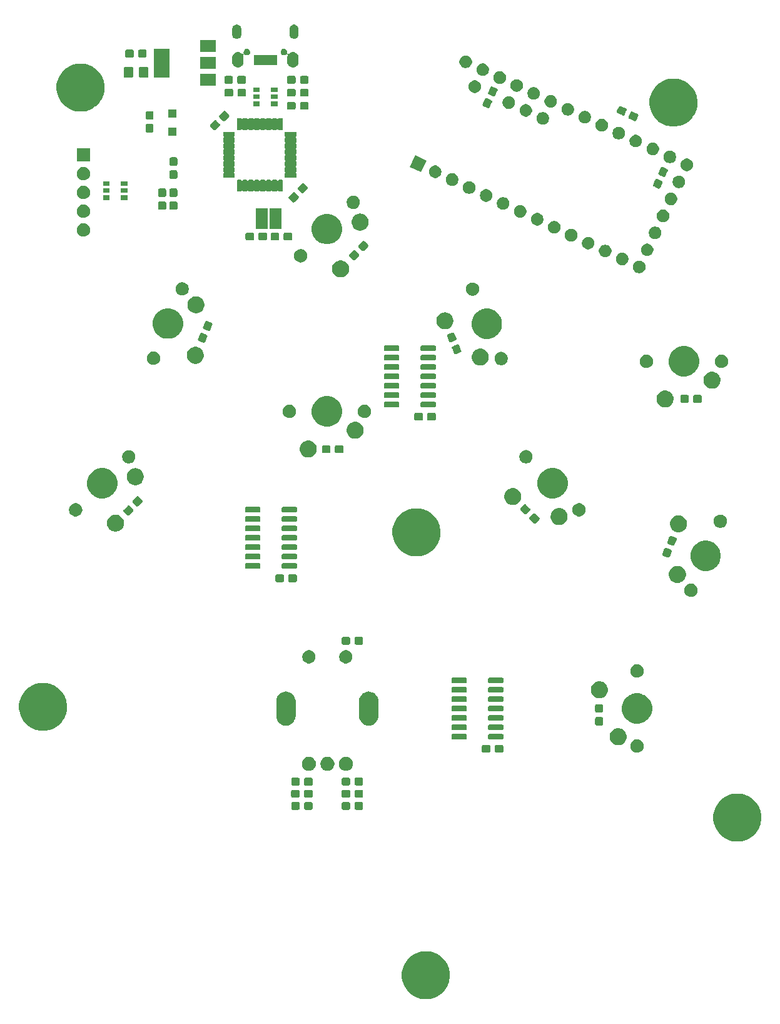
<source format=gbr>
G04 #@! TF.GenerationSoftware,KiCad,Pcbnew,(5.1.5)-3*
G04 #@! TF.CreationDate,2021-10-20T23:00:28+02:00*
G04 #@! TF.ProjectId,WFP_v2_0,5746505f-7632-45f3-902e-6b696361645f,v 0.2*
G04 #@! TF.SameCoordinates,Original*
G04 #@! TF.FileFunction,Soldermask,Bot*
G04 #@! TF.FilePolarity,Negative*
%FSLAX46Y46*%
G04 Gerber Fmt 4.6, Leading zero omitted, Abs format (unit mm)*
G04 Created by KiCad (PCBNEW (5.1.5)-3) date 2021-10-20 23:00:28*
%MOMM*%
%LPD*%
G04 APERTURE LIST*
%ADD10C,0.100000*%
G04 APERTURE END LIST*
D10*
G36*
X101593239Y-163723467D02*
G01*
X101907282Y-163785934D01*
X102498926Y-164031001D01*
X103031392Y-164386784D01*
X103484216Y-164839608D01*
X103839999Y-165372074D01*
X104085066Y-165963718D01*
X104085066Y-165963719D01*
X104210000Y-166591803D01*
X104210000Y-167232197D01*
X104147533Y-167546239D01*
X104085066Y-167860282D01*
X103839999Y-168451926D01*
X103484216Y-168984392D01*
X103031392Y-169437216D01*
X102498926Y-169792999D01*
X101907282Y-170038066D01*
X101593239Y-170100533D01*
X101279197Y-170163000D01*
X100638803Y-170163000D01*
X100324761Y-170100533D01*
X100010718Y-170038066D01*
X99419074Y-169792999D01*
X98886608Y-169437216D01*
X98433784Y-168984392D01*
X98078001Y-168451926D01*
X97832934Y-167860282D01*
X97770467Y-167546239D01*
X97708000Y-167232197D01*
X97708000Y-166591803D01*
X97832934Y-165963719D01*
X97832934Y-165963718D01*
X98078001Y-165372074D01*
X98433784Y-164839608D01*
X98886608Y-164386784D01*
X99419074Y-164031001D01*
X100010718Y-163785934D01*
X100324761Y-163723467D01*
X100638803Y-163661000D01*
X101279197Y-163661000D01*
X101593239Y-163723467D01*
G37*
G36*
X143754239Y-142387467D02*
G01*
X144068282Y-142449934D01*
X144659926Y-142695001D01*
X145192392Y-143050784D01*
X145645216Y-143503608D01*
X146000999Y-144036074D01*
X146246066Y-144627718D01*
X146246066Y-144627719D01*
X146371000Y-145255803D01*
X146371000Y-145896197D01*
X146308533Y-146210239D01*
X146246066Y-146524282D01*
X146000999Y-147115926D01*
X145645216Y-147648392D01*
X145192392Y-148101216D01*
X144659926Y-148456999D01*
X144068282Y-148702066D01*
X143754239Y-148764533D01*
X143440197Y-148827000D01*
X142799803Y-148827000D01*
X142485761Y-148764533D01*
X142171718Y-148702066D01*
X141580074Y-148456999D01*
X141047608Y-148101216D01*
X140594784Y-147648392D01*
X140239001Y-147115926D01*
X139993934Y-146524282D01*
X139931467Y-146210239D01*
X139869000Y-145896197D01*
X139869000Y-145255803D01*
X139993934Y-144627719D01*
X139993934Y-144627718D01*
X140239001Y-144036074D01*
X140594784Y-143503608D01*
X141047608Y-143050784D01*
X141580074Y-142695001D01*
X142171718Y-142449934D01*
X142485761Y-142387467D01*
X142799803Y-142325000D01*
X143440197Y-142325000D01*
X143754239Y-142387467D01*
G37*
G36*
X90559099Y-143471045D02*
G01*
X90596595Y-143482420D01*
X90631154Y-143500892D01*
X90661447Y-143525753D01*
X90686308Y-143556046D01*
X90704780Y-143590605D01*
X90716155Y-143628101D01*
X90720600Y-143673238D01*
X90720600Y-144311962D01*
X90716155Y-144357099D01*
X90704780Y-144394595D01*
X90686308Y-144429154D01*
X90661447Y-144459447D01*
X90631154Y-144484308D01*
X90596595Y-144502780D01*
X90559099Y-144514155D01*
X90513962Y-144518600D01*
X89775238Y-144518600D01*
X89730101Y-144514155D01*
X89692605Y-144502780D01*
X89658046Y-144484308D01*
X89627753Y-144459447D01*
X89602892Y-144429154D01*
X89584420Y-144394595D01*
X89573045Y-144357099D01*
X89568600Y-144311962D01*
X89568600Y-143673238D01*
X89573045Y-143628101D01*
X89584420Y-143590605D01*
X89602892Y-143556046D01*
X89627753Y-143525753D01*
X89658046Y-143500892D01*
X89692605Y-143482420D01*
X89730101Y-143471045D01*
X89775238Y-143466600D01*
X90513962Y-143466600D01*
X90559099Y-143471045D01*
G37*
G36*
X92309099Y-143471045D02*
G01*
X92346595Y-143482420D01*
X92381154Y-143500892D01*
X92411447Y-143525753D01*
X92436308Y-143556046D01*
X92454780Y-143590605D01*
X92466155Y-143628101D01*
X92470600Y-143673238D01*
X92470600Y-144311962D01*
X92466155Y-144357099D01*
X92454780Y-144394595D01*
X92436308Y-144429154D01*
X92411447Y-144459447D01*
X92381154Y-144484308D01*
X92346595Y-144502780D01*
X92309099Y-144514155D01*
X92263962Y-144518600D01*
X91525238Y-144518600D01*
X91480101Y-144514155D01*
X91442605Y-144502780D01*
X91408046Y-144484308D01*
X91377753Y-144459447D01*
X91352892Y-144429154D01*
X91334420Y-144394595D01*
X91323045Y-144357099D01*
X91318600Y-144311962D01*
X91318600Y-143673238D01*
X91323045Y-143628101D01*
X91334420Y-143590605D01*
X91352892Y-143556046D01*
X91377753Y-143525753D01*
X91408046Y-143500892D01*
X91442605Y-143482420D01*
X91480101Y-143471045D01*
X91525238Y-143466600D01*
X92263962Y-143466600D01*
X92309099Y-143471045D01*
G37*
G36*
X83729099Y-143471045D02*
G01*
X83766595Y-143482420D01*
X83801154Y-143500892D01*
X83831447Y-143525753D01*
X83856308Y-143556046D01*
X83874780Y-143590605D01*
X83886155Y-143628101D01*
X83890600Y-143673238D01*
X83890600Y-144311962D01*
X83886155Y-144357099D01*
X83874780Y-144394595D01*
X83856308Y-144429154D01*
X83831447Y-144459447D01*
X83801154Y-144484308D01*
X83766595Y-144502780D01*
X83729099Y-144514155D01*
X83683962Y-144518600D01*
X82945238Y-144518600D01*
X82900101Y-144514155D01*
X82862605Y-144502780D01*
X82828046Y-144484308D01*
X82797753Y-144459447D01*
X82772892Y-144429154D01*
X82754420Y-144394595D01*
X82743045Y-144357099D01*
X82738600Y-144311962D01*
X82738600Y-143673238D01*
X82743045Y-143628101D01*
X82754420Y-143590605D01*
X82772892Y-143556046D01*
X82797753Y-143525753D01*
X82828046Y-143500892D01*
X82862605Y-143482420D01*
X82900101Y-143471045D01*
X82945238Y-143466600D01*
X83683962Y-143466600D01*
X83729099Y-143471045D01*
G37*
G36*
X85479099Y-143471045D02*
G01*
X85516595Y-143482420D01*
X85551154Y-143500892D01*
X85581447Y-143525753D01*
X85606308Y-143556046D01*
X85624780Y-143590605D01*
X85636155Y-143628101D01*
X85640600Y-143673238D01*
X85640600Y-144311962D01*
X85636155Y-144357099D01*
X85624780Y-144394595D01*
X85606308Y-144429154D01*
X85581447Y-144459447D01*
X85551154Y-144484308D01*
X85516595Y-144502780D01*
X85479099Y-144514155D01*
X85433962Y-144518600D01*
X84695238Y-144518600D01*
X84650101Y-144514155D01*
X84612605Y-144502780D01*
X84578046Y-144484308D01*
X84547753Y-144459447D01*
X84522892Y-144429154D01*
X84504420Y-144394595D01*
X84493045Y-144357099D01*
X84488600Y-144311962D01*
X84488600Y-143673238D01*
X84493045Y-143628101D01*
X84504420Y-143590605D01*
X84522892Y-143556046D01*
X84547753Y-143525753D01*
X84578046Y-143500892D01*
X84612605Y-143482420D01*
X84650101Y-143471045D01*
X84695238Y-143466600D01*
X85433962Y-143466600D01*
X85479099Y-143471045D01*
G37*
G36*
X92309099Y-141820045D02*
G01*
X92346595Y-141831420D01*
X92381154Y-141849892D01*
X92411447Y-141874753D01*
X92436308Y-141905046D01*
X92454780Y-141939605D01*
X92466155Y-141977101D01*
X92470600Y-142022238D01*
X92470600Y-142660962D01*
X92466155Y-142706099D01*
X92454780Y-142743595D01*
X92436308Y-142778154D01*
X92411447Y-142808447D01*
X92381154Y-142833308D01*
X92346595Y-142851780D01*
X92309099Y-142863155D01*
X92263962Y-142867600D01*
X91525238Y-142867600D01*
X91480101Y-142863155D01*
X91442605Y-142851780D01*
X91408046Y-142833308D01*
X91377753Y-142808447D01*
X91352892Y-142778154D01*
X91334420Y-142743595D01*
X91323045Y-142706099D01*
X91318600Y-142660962D01*
X91318600Y-142022238D01*
X91323045Y-141977101D01*
X91334420Y-141939605D01*
X91352892Y-141905046D01*
X91377753Y-141874753D01*
X91408046Y-141849892D01*
X91442605Y-141831420D01*
X91480101Y-141820045D01*
X91525238Y-141815600D01*
X92263962Y-141815600D01*
X92309099Y-141820045D01*
G37*
G36*
X83726499Y-141820045D02*
G01*
X83763995Y-141831420D01*
X83798554Y-141849892D01*
X83828847Y-141874753D01*
X83853708Y-141905046D01*
X83872180Y-141939605D01*
X83883555Y-141977101D01*
X83888000Y-142022238D01*
X83888000Y-142660962D01*
X83883555Y-142706099D01*
X83872180Y-142743595D01*
X83853708Y-142778154D01*
X83828847Y-142808447D01*
X83798554Y-142833308D01*
X83763995Y-142851780D01*
X83726499Y-142863155D01*
X83681362Y-142867600D01*
X82942638Y-142867600D01*
X82897501Y-142863155D01*
X82860005Y-142851780D01*
X82825446Y-142833308D01*
X82795153Y-142808447D01*
X82770292Y-142778154D01*
X82751820Y-142743595D01*
X82740445Y-142706099D01*
X82736000Y-142660962D01*
X82736000Y-142022238D01*
X82740445Y-141977101D01*
X82751820Y-141939605D01*
X82770292Y-141905046D01*
X82795153Y-141874753D01*
X82825446Y-141849892D01*
X82860005Y-141831420D01*
X82897501Y-141820045D01*
X82942638Y-141815600D01*
X83681362Y-141815600D01*
X83726499Y-141820045D01*
G37*
G36*
X90559099Y-141820045D02*
G01*
X90596595Y-141831420D01*
X90631154Y-141849892D01*
X90661447Y-141874753D01*
X90686308Y-141905046D01*
X90704780Y-141939605D01*
X90716155Y-141977101D01*
X90720600Y-142022238D01*
X90720600Y-142660962D01*
X90716155Y-142706099D01*
X90704780Y-142743595D01*
X90686308Y-142778154D01*
X90661447Y-142808447D01*
X90631154Y-142833308D01*
X90596595Y-142851780D01*
X90559099Y-142863155D01*
X90513962Y-142867600D01*
X89775238Y-142867600D01*
X89730101Y-142863155D01*
X89692605Y-142851780D01*
X89658046Y-142833308D01*
X89627753Y-142808447D01*
X89602892Y-142778154D01*
X89584420Y-142743595D01*
X89573045Y-142706099D01*
X89568600Y-142660962D01*
X89568600Y-142022238D01*
X89573045Y-141977101D01*
X89584420Y-141939605D01*
X89602892Y-141905046D01*
X89627753Y-141874753D01*
X89658046Y-141849892D01*
X89692605Y-141831420D01*
X89730101Y-141820045D01*
X89775238Y-141815600D01*
X90513962Y-141815600D01*
X90559099Y-141820045D01*
G37*
G36*
X85476499Y-141820045D02*
G01*
X85513995Y-141831420D01*
X85548554Y-141849892D01*
X85578847Y-141874753D01*
X85603708Y-141905046D01*
X85622180Y-141939605D01*
X85633555Y-141977101D01*
X85638000Y-142022238D01*
X85638000Y-142660962D01*
X85633555Y-142706099D01*
X85622180Y-142743595D01*
X85603708Y-142778154D01*
X85578847Y-142808447D01*
X85548554Y-142833308D01*
X85513995Y-142851780D01*
X85476499Y-142863155D01*
X85431362Y-142867600D01*
X84692638Y-142867600D01*
X84647501Y-142863155D01*
X84610005Y-142851780D01*
X84575446Y-142833308D01*
X84545153Y-142808447D01*
X84520292Y-142778154D01*
X84501820Y-142743595D01*
X84490445Y-142706099D01*
X84486000Y-142660962D01*
X84486000Y-142022238D01*
X84490445Y-141977101D01*
X84501820Y-141939605D01*
X84520292Y-141905046D01*
X84545153Y-141874753D01*
X84575446Y-141849892D01*
X84610005Y-141831420D01*
X84647501Y-141820045D01*
X84692638Y-141815600D01*
X85431362Y-141815600D01*
X85476499Y-141820045D01*
G37*
G36*
X83729099Y-140194445D02*
G01*
X83766595Y-140205820D01*
X83801154Y-140224292D01*
X83831447Y-140249153D01*
X83856308Y-140279446D01*
X83874780Y-140314005D01*
X83886155Y-140351501D01*
X83890600Y-140396638D01*
X83890600Y-141035362D01*
X83886155Y-141080499D01*
X83874780Y-141117995D01*
X83856308Y-141152554D01*
X83831447Y-141182847D01*
X83801154Y-141207708D01*
X83766595Y-141226180D01*
X83729099Y-141237555D01*
X83683962Y-141242000D01*
X82945238Y-141242000D01*
X82900101Y-141237555D01*
X82862605Y-141226180D01*
X82828046Y-141207708D01*
X82797753Y-141182847D01*
X82772892Y-141152554D01*
X82754420Y-141117995D01*
X82743045Y-141080499D01*
X82738600Y-141035362D01*
X82738600Y-140396638D01*
X82743045Y-140351501D01*
X82754420Y-140314005D01*
X82772892Y-140279446D01*
X82797753Y-140249153D01*
X82828046Y-140224292D01*
X82862605Y-140205820D01*
X82900101Y-140194445D01*
X82945238Y-140190000D01*
X83683962Y-140190000D01*
X83729099Y-140194445D01*
G37*
G36*
X85479099Y-140194445D02*
G01*
X85516595Y-140205820D01*
X85551154Y-140224292D01*
X85581447Y-140249153D01*
X85606308Y-140279446D01*
X85624780Y-140314005D01*
X85636155Y-140351501D01*
X85640600Y-140396638D01*
X85640600Y-141035362D01*
X85636155Y-141080499D01*
X85624780Y-141117995D01*
X85606308Y-141152554D01*
X85581447Y-141182847D01*
X85551154Y-141207708D01*
X85516595Y-141226180D01*
X85479099Y-141237555D01*
X85433962Y-141242000D01*
X84695238Y-141242000D01*
X84650101Y-141237555D01*
X84612605Y-141226180D01*
X84578046Y-141207708D01*
X84547753Y-141182847D01*
X84522892Y-141152554D01*
X84504420Y-141117995D01*
X84493045Y-141080499D01*
X84488600Y-141035362D01*
X84488600Y-140396638D01*
X84493045Y-140351501D01*
X84504420Y-140314005D01*
X84522892Y-140279446D01*
X84547753Y-140249153D01*
X84578046Y-140224292D01*
X84612605Y-140205820D01*
X84650101Y-140194445D01*
X84695238Y-140190000D01*
X85433962Y-140190000D01*
X85479099Y-140194445D01*
G37*
G36*
X90559099Y-140169045D02*
G01*
X90596595Y-140180420D01*
X90631154Y-140198892D01*
X90661447Y-140223753D01*
X90686308Y-140254046D01*
X90704780Y-140288605D01*
X90716155Y-140326101D01*
X90720600Y-140371238D01*
X90720600Y-141009962D01*
X90716155Y-141055099D01*
X90704780Y-141092595D01*
X90686308Y-141127154D01*
X90661447Y-141157447D01*
X90631154Y-141182308D01*
X90596595Y-141200780D01*
X90559099Y-141212155D01*
X90513962Y-141216600D01*
X89775238Y-141216600D01*
X89730101Y-141212155D01*
X89692605Y-141200780D01*
X89658046Y-141182308D01*
X89627753Y-141157447D01*
X89602892Y-141127154D01*
X89584420Y-141092595D01*
X89573045Y-141055099D01*
X89568600Y-141009962D01*
X89568600Y-140371238D01*
X89573045Y-140326101D01*
X89584420Y-140288605D01*
X89602892Y-140254046D01*
X89627753Y-140223753D01*
X89658046Y-140198892D01*
X89692605Y-140180420D01*
X89730101Y-140169045D01*
X89775238Y-140164600D01*
X90513962Y-140164600D01*
X90559099Y-140169045D01*
G37*
G36*
X92309099Y-140169045D02*
G01*
X92346595Y-140180420D01*
X92381154Y-140198892D01*
X92411447Y-140223753D01*
X92436308Y-140254046D01*
X92454780Y-140288605D01*
X92466155Y-140326101D01*
X92470600Y-140371238D01*
X92470600Y-141009962D01*
X92466155Y-141055099D01*
X92454780Y-141092595D01*
X92436308Y-141127154D01*
X92411447Y-141157447D01*
X92381154Y-141182308D01*
X92346595Y-141200780D01*
X92309099Y-141212155D01*
X92263962Y-141216600D01*
X91525238Y-141216600D01*
X91480101Y-141212155D01*
X91442605Y-141200780D01*
X91408046Y-141182308D01*
X91377753Y-141157447D01*
X91352892Y-141127154D01*
X91334420Y-141092595D01*
X91323045Y-141055099D01*
X91318600Y-141009962D01*
X91318600Y-140371238D01*
X91323045Y-140326101D01*
X91334420Y-140288605D01*
X91352892Y-140254046D01*
X91377753Y-140223753D01*
X91408046Y-140198892D01*
X91442605Y-140180420D01*
X91480101Y-140169045D01*
X91525238Y-140164600D01*
X92263962Y-140164600D01*
X92309099Y-140169045D01*
G37*
G36*
X90407395Y-137395546D02*
G01*
X90580466Y-137467234D01*
X90580467Y-137467235D01*
X90736227Y-137571310D01*
X90868690Y-137703773D01*
X90868691Y-137703775D01*
X90972766Y-137859534D01*
X91044454Y-138032605D01*
X91081000Y-138216333D01*
X91081000Y-138403667D01*
X91044454Y-138587395D01*
X90972766Y-138760466D01*
X90972765Y-138760467D01*
X90868690Y-138916227D01*
X90736227Y-139048690D01*
X90657818Y-139101081D01*
X90580466Y-139152766D01*
X90407395Y-139224454D01*
X90223667Y-139261000D01*
X90036333Y-139261000D01*
X89852605Y-139224454D01*
X89679534Y-139152766D01*
X89602182Y-139101081D01*
X89523773Y-139048690D01*
X89391310Y-138916227D01*
X89287235Y-138760467D01*
X89287234Y-138760466D01*
X89215546Y-138587395D01*
X89179000Y-138403667D01*
X89179000Y-138216333D01*
X89215546Y-138032605D01*
X89287234Y-137859534D01*
X89391309Y-137703775D01*
X89391310Y-137703773D01*
X89523773Y-137571310D01*
X89679533Y-137467235D01*
X89679534Y-137467234D01*
X89852605Y-137395546D01*
X90036333Y-137359000D01*
X90223667Y-137359000D01*
X90407395Y-137395546D01*
G37*
G36*
X87907395Y-137395546D02*
G01*
X88080466Y-137467234D01*
X88080467Y-137467235D01*
X88236227Y-137571310D01*
X88368690Y-137703773D01*
X88368691Y-137703775D01*
X88472766Y-137859534D01*
X88544454Y-138032605D01*
X88581000Y-138216333D01*
X88581000Y-138403667D01*
X88544454Y-138587395D01*
X88472766Y-138760466D01*
X88472765Y-138760467D01*
X88368690Y-138916227D01*
X88236227Y-139048690D01*
X88157818Y-139101081D01*
X88080466Y-139152766D01*
X87907395Y-139224454D01*
X87723667Y-139261000D01*
X87536333Y-139261000D01*
X87352605Y-139224454D01*
X87179534Y-139152766D01*
X87102182Y-139101081D01*
X87023773Y-139048690D01*
X86891310Y-138916227D01*
X86787235Y-138760467D01*
X86787234Y-138760466D01*
X86715546Y-138587395D01*
X86679000Y-138403667D01*
X86679000Y-138216333D01*
X86715546Y-138032605D01*
X86787234Y-137859534D01*
X86891309Y-137703775D01*
X86891310Y-137703773D01*
X87023773Y-137571310D01*
X87179533Y-137467235D01*
X87179534Y-137467234D01*
X87352605Y-137395546D01*
X87536333Y-137359000D01*
X87723667Y-137359000D01*
X87907395Y-137395546D01*
G37*
G36*
X85407395Y-137395546D02*
G01*
X85580466Y-137467234D01*
X85580467Y-137467235D01*
X85736227Y-137571310D01*
X85868690Y-137703773D01*
X85868691Y-137703775D01*
X85972766Y-137859534D01*
X86044454Y-138032605D01*
X86081000Y-138216333D01*
X86081000Y-138403667D01*
X86044454Y-138587395D01*
X85972766Y-138760466D01*
X85972765Y-138760467D01*
X85868690Y-138916227D01*
X85736227Y-139048690D01*
X85657818Y-139101081D01*
X85580466Y-139152766D01*
X85407395Y-139224454D01*
X85223667Y-139261000D01*
X85036333Y-139261000D01*
X84852605Y-139224454D01*
X84679534Y-139152766D01*
X84602182Y-139101081D01*
X84523773Y-139048690D01*
X84391310Y-138916227D01*
X84287235Y-138760467D01*
X84287234Y-138760466D01*
X84215546Y-138587395D01*
X84179000Y-138403667D01*
X84179000Y-138216333D01*
X84215546Y-138032605D01*
X84287234Y-137859534D01*
X84391309Y-137703775D01*
X84391310Y-137703773D01*
X84523773Y-137571310D01*
X84679533Y-137467235D01*
X84679534Y-137467234D01*
X84852605Y-137395546D01*
X85036333Y-137359000D01*
X85223667Y-137359000D01*
X85407395Y-137395546D01*
G37*
G36*
X129653512Y-134993927D02*
G01*
X129802812Y-135023624D01*
X129966784Y-135091544D01*
X130114354Y-135190147D01*
X130239853Y-135315646D01*
X130338456Y-135463216D01*
X130406376Y-135627188D01*
X130434981Y-135771000D01*
X130441000Y-135801258D01*
X130441000Y-135978742D01*
X130436073Y-136003512D01*
X130406376Y-136152812D01*
X130338456Y-136316784D01*
X130239853Y-136464354D01*
X130114354Y-136589853D01*
X129966784Y-136688456D01*
X129802812Y-136756376D01*
X129653512Y-136786073D01*
X129628742Y-136791000D01*
X129451258Y-136791000D01*
X129426488Y-136786073D01*
X129277188Y-136756376D01*
X129113216Y-136688456D01*
X128965646Y-136589853D01*
X128840147Y-136464354D01*
X128741544Y-136316784D01*
X128673624Y-136152812D01*
X128643927Y-136003512D01*
X128639000Y-135978742D01*
X128639000Y-135801258D01*
X128645019Y-135771000D01*
X128673624Y-135627188D01*
X128741544Y-135463216D01*
X128840147Y-135315646D01*
X128965646Y-135190147D01*
X129113216Y-135091544D01*
X129277188Y-135023624D01*
X129426488Y-134993927D01*
X129451258Y-134989000D01*
X129628742Y-134989000D01*
X129653512Y-134993927D01*
G37*
G36*
X109535499Y-135724045D02*
G01*
X109572995Y-135735420D01*
X109607554Y-135753892D01*
X109637847Y-135778753D01*
X109662708Y-135809046D01*
X109681180Y-135843605D01*
X109692555Y-135881101D01*
X109697000Y-135926238D01*
X109697000Y-136564962D01*
X109692555Y-136610099D01*
X109681180Y-136647595D01*
X109662708Y-136682154D01*
X109637847Y-136712447D01*
X109607554Y-136737308D01*
X109572995Y-136755780D01*
X109535499Y-136767155D01*
X109490362Y-136771600D01*
X108751638Y-136771600D01*
X108706501Y-136767155D01*
X108669005Y-136755780D01*
X108634446Y-136737308D01*
X108604153Y-136712447D01*
X108579292Y-136682154D01*
X108560820Y-136647595D01*
X108549445Y-136610099D01*
X108545000Y-136564962D01*
X108545000Y-135926238D01*
X108549445Y-135881101D01*
X108560820Y-135843605D01*
X108579292Y-135809046D01*
X108604153Y-135778753D01*
X108634446Y-135753892D01*
X108669005Y-135735420D01*
X108706501Y-135724045D01*
X108751638Y-135719600D01*
X109490362Y-135719600D01*
X109535499Y-135724045D01*
G37*
G36*
X111285499Y-135724045D02*
G01*
X111322995Y-135735420D01*
X111357554Y-135753892D01*
X111387847Y-135778753D01*
X111412708Y-135809046D01*
X111431180Y-135843605D01*
X111442555Y-135881101D01*
X111447000Y-135926238D01*
X111447000Y-136564962D01*
X111442555Y-136610099D01*
X111431180Y-136647595D01*
X111412708Y-136682154D01*
X111387847Y-136712447D01*
X111357554Y-136737308D01*
X111322995Y-136755780D01*
X111285499Y-136767155D01*
X111240362Y-136771600D01*
X110501638Y-136771600D01*
X110456501Y-136767155D01*
X110419005Y-136755780D01*
X110384446Y-136737308D01*
X110354153Y-136712447D01*
X110329292Y-136682154D01*
X110310820Y-136647595D01*
X110299445Y-136610099D01*
X110295000Y-136564962D01*
X110295000Y-135926238D01*
X110299445Y-135881101D01*
X110310820Y-135843605D01*
X110329292Y-135809046D01*
X110354153Y-135778753D01*
X110384446Y-135753892D01*
X110419005Y-135735420D01*
X110456501Y-135724045D01*
X110501638Y-135719600D01*
X111240362Y-135719600D01*
X111285499Y-135724045D01*
G37*
G36*
X127224549Y-133491116D02*
G01*
X127335734Y-133513232D01*
X127448009Y-133559738D01*
X127527493Y-133592661D01*
X127545203Y-133599997D01*
X127733720Y-133725960D01*
X127894040Y-133886280D01*
X128020003Y-134074797D01*
X128106768Y-134284266D01*
X128110400Y-134302524D01*
X128151000Y-134506635D01*
X128151000Y-134733365D01*
X128131830Y-134829738D01*
X128106768Y-134955734D01*
X128020003Y-135165203D01*
X127894040Y-135353720D01*
X127733720Y-135514040D01*
X127545203Y-135640003D01*
X127335734Y-135726768D01*
X127292237Y-135735420D01*
X127113365Y-135771000D01*
X126886635Y-135771000D01*
X126707763Y-135735420D01*
X126664266Y-135726768D01*
X126454797Y-135640003D01*
X126266280Y-135514040D01*
X126105960Y-135353720D01*
X125979997Y-135165203D01*
X125893232Y-134955734D01*
X125868170Y-134829738D01*
X125849000Y-134733365D01*
X125849000Y-134506635D01*
X125889600Y-134302524D01*
X125893232Y-134284266D01*
X125979997Y-134074797D01*
X126105960Y-133886280D01*
X126266280Y-133725960D01*
X126454797Y-133599997D01*
X126472508Y-133592661D01*
X126551991Y-133559738D01*
X126664266Y-133513232D01*
X126775451Y-133491116D01*
X126886635Y-133469000D01*
X127113365Y-133469000D01*
X127224549Y-133491116D01*
G37*
G36*
X111359928Y-134271764D02*
G01*
X111381009Y-134278160D01*
X111400445Y-134288548D01*
X111417476Y-134302524D01*
X111431452Y-134319555D01*
X111441840Y-134338991D01*
X111448236Y-134360072D01*
X111451000Y-134388140D01*
X111451000Y-134851860D01*
X111448236Y-134879928D01*
X111441840Y-134901009D01*
X111431452Y-134920445D01*
X111417476Y-134937476D01*
X111400445Y-134951452D01*
X111381009Y-134961840D01*
X111359928Y-134968236D01*
X111331860Y-134971000D01*
X109518140Y-134971000D01*
X109490072Y-134968236D01*
X109468991Y-134961840D01*
X109449555Y-134951452D01*
X109432524Y-134937476D01*
X109418548Y-134920445D01*
X109408160Y-134901009D01*
X109401764Y-134879928D01*
X109399000Y-134851860D01*
X109399000Y-134388140D01*
X109401764Y-134360072D01*
X109408160Y-134338991D01*
X109418548Y-134319555D01*
X109432524Y-134302524D01*
X109449555Y-134288548D01*
X109468991Y-134278160D01*
X109490072Y-134271764D01*
X109518140Y-134269000D01*
X111331860Y-134269000D01*
X111359928Y-134271764D01*
G37*
G36*
X106409928Y-134271764D02*
G01*
X106431009Y-134278160D01*
X106450445Y-134288548D01*
X106467476Y-134302524D01*
X106481452Y-134319555D01*
X106491840Y-134338991D01*
X106498236Y-134360072D01*
X106501000Y-134388140D01*
X106501000Y-134851860D01*
X106498236Y-134879928D01*
X106491840Y-134901009D01*
X106481452Y-134920445D01*
X106467476Y-134937476D01*
X106450445Y-134951452D01*
X106431009Y-134961840D01*
X106409928Y-134968236D01*
X106381860Y-134971000D01*
X104568140Y-134971000D01*
X104540072Y-134968236D01*
X104518991Y-134961840D01*
X104499555Y-134951452D01*
X104482524Y-134937476D01*
X104468548Y-134920445D01*
X104458160Y-134901009D01*
X104451764Y-134879928D01*
X104449000Y-134851860D01*
X104449000Y-134388140D01*
X104451764Y-134360072D01*
X104458160Y-134338991D01*
X104468548Y-134319555D01*
X104482524Y-134302524D01*
X104499555Y-134288548D01*
X104518991Y-134278160D01*
X104540072Y-134271764D01*
X104568140Y-134269000D01*
X106381860Y-134269000D01*
X106409928Y-134271764D01*
G37*
G36*
X49646007Y-127375960D02*
G01*
X50088282Y-127463934D01*
X50679926Y-127709001D01*
X51038476Y-127948577D01*
X51212391Y-128064783D01*
X51665217Y-128517609D01*
X51687534Y-128551009D01*
X52020999Y-129050074D01*
X52266066Y-129641718D01*
X52315101Y-129888236D01*
X52391000Y-130269803D01*
X52391000Y-130910197D01*
X52362662Y-131052661D01*
X52266066Y-131538282D01*
X52020999Y-132129926D01*
X51821674Y-132428236D01*
X51665217Y-132662391D01*
X51212391Y-133115217D01*
X51208016Y-133118140D01*
X50679926Y-133470999D01*
X50088282Y-133716066D01*
X50038541Y-133725960D01*
X49460197Y-133841000D01*
X48819803Y-133841000D01*
X48241459Y-133725960D01*
X48191718Y-133716066D01*
X47600074Y-133470999D01*
X47071984Y-133118140D01*
X47067609Y-133115217D01*
X46614783Y-132662391D01*
X46458326Y-132428236D01*
X46259001Y-132129926D01*
X46013934Y-131538282D01*
X45917338Y-131052661D01*
X45889000Y-130910197D01*
X45889000Y-130269803D01*
X45964899Y-129888236D01*
X46013934Y-129641718D01*
X46259001Y-129050074D01*
X46592466Y-128551009D01*
X46614783Y-128517609D01*
X47067609Y-128064783D01*
X47241524Y-127948577D01*
X47600074Y-127709001D01*
X48191718Y-127463934D01*
X48633993Y-127375960D01*
X48819803Y-127339000D01*
X49460197Y-127339000D01*
X49646007Y-127375960D01*
G37*
G36*
X111359928Y-133001764D02*
G01*
X111381009Y-133008160D01*
X111400445Y-133018548D01*
X111417476Y-133032524D01*
X111431452Y-133049555D01*
X111441840Y-133068991D01*
X111448236Y-133090072D01*
X111451000Y-133118140D01*
X111451000Y-133581860D01*
X111448236Y-133609928D01*
X111441840Y-133631009D01*
X111431452Y-133650445D01*
X111417476Y-133667476D01*
X111400445Y-133681452D01*
X111381009Y-133691840D01*
X111359928Y-133698236D01*
X111331860Y-133701000D01*
X109518140Y-133701000D01*
X109490072Y-133698236D01*
X109468991Y-133691840D01*
X109449555Y-133681452D01*
X109432524Y-133667476D01*
X109418548Y-133650445D01*
X109408160Y-133631009D01*
X109401764Y-133609928D01*
X109399000Y-133581860D01*
X109399000Y-133118140D01*
X109401764Y-133090072D01*
X109408160Y-133068991D01*
X109418548Y-133049555D01*
X109432524Y-133032524D01*
X109449555Y-133018548D01*
X109468991Y-133008160D01*
X109490072Y-133001764D01*
X109518140Y-132999000D01*
X111331860Y-132999000D01*
X111359928Y-133001764D01*
G37*
G36*
X106409928Y-133001764D02*
G01*
X106431009Y-133008160D01*
X106450445Y-133018548D01*
X106467476Y-133032524D01*
X106481452Y-133049555D01*
X106491840Y-133068991D01*
X106498236Y-133090072D01*
X106501000Y-133118140D01*
X106501000Y-133581860D01*
X106498236Y-133609928D01*
X106491840Y-133631009D01*
X106481452Y-133650445D01*
X106467476Y-133667476D01*
X106450445Y-133681452D01*
X106431009Y-133691840D01*
X106409928Y-133698236D01*
X106381860Y-133701000D01*
X104568140Y-133701000D01*
X104540072Y-133698236D01*
X104518991Y-133691840D01*
X104499555Y-133681452D01*
X104482524Y-133667476D01*
X104468548Y-133650445D01*
X104458160Y-133631009D01*
X104451764Y-133609928D01*
X104449000Y-133581860D01*
X104449000Y-133118140D01*
X104451764Y-133090072D01*
X104458160Y-133068991D01*
X104468548Y-133049555D01*
X104482524Y-133032524D01*
X104499555Y-133018548D01*
X104518991Y-133008160D01*
X104540072Y-133001764D01*
X104568140Y-132999000D01*
X106381860Y-132999000D01*
X106409928Y-133001764D01*
G37*
G36*
X82285039Y-128527825D02*
G01*
X82530279Y-128602218D01*
X82530281Y-128602219D01*
X82559109Y-128617628D01*
X82756293Y-128723025D01*
X82896170Y-128837819D01*
X82954396Y-128885604D01*
X83116976Y-129083707D01*
X83237781Y-129309718D01*
X83237782Y-129309720D01*
X83312175Y-129554960D01*
X83331000Y-129746095D01*
X83331000Y-131873905D01*
X83312175Y-132065040D01*
X83258302Y-132242636D01*
X83237781Y-132310282D01*
X83231164Y-132322661D01*
X83116975Y-132536294D01*
X83114754Y-132539000D01*
X82954397Y-132734397D01*
X82816457Y-132847600D01*
X82756294Y-132896975D01*
X82756292Y-132896976D01*
X82548282Y-133008160D01*
X82530280Y-133017782D01*
X82285040Y-133092175D01*
X82030000Y-133117294D01*
X81774961Y-133092175D01*
X81529721Y-133017782D01*
X81511720Y-133008160D01*
X81303709Y-132896976D01*
X81303707Y-132896975D01*
X81243544Y-132847600D01*
X81105604Y-132734397D01*
X80945247Y-132539000D01*
X80943026Y-132536294D01*
X80828837Y-132322661D01*
X80822220Y-132310282D01*
X80801700Y-132242636D01*
X80747826Y-132065040D01*
X80729001Y-131873905D01*
X80729000Y-129746096D01*
X80747825Y-129554961D01*
X80822218Y-129309721D01*
X80859723Y-129239555D01*
X80943024Y-129083709D01*
X80943025Y-129083707D01*
X81105604Y-128885604D01*
X81256956Y-128761392D01*
X81303707Y-128723024D01*
X81529718Y-128602219D01*
X81529720Y-128602218D01*
X81774960Y-128527825D01*
X82030000Y-128502706D01*
X82285039Y-128527825D01*
G37*
G36*
X93485039Y-128527825D02*
G01*
X93730279Y-128602218D01*
X93730281Y-128602219D01*
X93759109Y-128617628D01*
X93956293Y-128723025D01*
X94096170Y-128837819D01*
X94154396Y-128885604D01*
X94316976Y-129083707D01*
X94437781Y-129309718D01*
X94437782Y-129309720D01*
X94512175Y-129554960D01*
X94531000Y-129746095D01*
X94531000Y-131873905D01*
X94512175Y-132065040D01*
X94458302Y-132242636D01*
X94437781Y-132310282D01*
X94431164Y-132322661D01*
X94316975Y-132536294D01*
X94314754Y-132539000D01*
X94154397Y-132734397D01*
X94016457Y-132847600D01*
X93956294Y-132896975D01*
X93956292Y-132896976D01*
X93748282Y-133008160D01*
X93730280Y-133017782D01*
X93485040Y-133092175D01*
X93230000Y-133117294D01*
X92974961Y-133092175D01*
X92729721Y-133017782D01*
X92711720Y-133008160D01*
X92503709Y-132896976D01*
X92503707Y-132896975D01*
X92443544Y-132847600D01*
X92305604Y-132734397D01*
X92145247Y-132539000D01*
X92143026Y-132536294D01*
X92028837Y-132322661D01*
X92022220Y-132310282D01*
X92001700Y-132242636D01*
X91947826Y-132065040D01*
X91929001Y-131873905D01*
X91929000Y-129746096D01*
X91947825Y-129554961D01*
X92022218Y-129309721D01*
X92059723Y-129239555D01*
X92143024Y-129083709D01*
X92143025Y-129083707D01*
X92305604Y-128885604D01*
X92456956Y-128761392D01*
X92503707Y-128723024D01*
X92729718Y-128602219D01*
X92729720Y-128602218D01*
X92974960Y-128527825D01*
X93230000Y-128502706D01*
X93485039Y-128527825D01*
G37*
G36*
X124773699Y-131963045D02*
G01*
X124811195Y-131974420D01*
X124845754Y-131992892D01*
X124876047Y-132017753D01*
X124900908Y-132048046D01*
X124919380Y-132082605D01*
X124930755Y-132120101D01*
X124935200Y-132165238D01*
X124935200Y-132903962D01*
X124930755Y-132949099D01*
X124919380Y-132986595D01*
X124900908Y-133021154D01*
X124876047Y-133051447D01*
X124845754Y-133076308D01*
X124811195Y-133094780D01*
X124773699Y-133106155D01*
X124728562Y-133110600D01*
X124089838Y-133110600D01*
X124044701Y-133106155D01*
X124007205Y-133094780D01*
X123972646Y-133076308D01*
X123942353Y-133051447D01*
X123917492Y-133021154D01*
X123899020Y-132986595D01*
X123887645Y-132949099D01*
X123883200Y-132903962D01*
X123883200Y-132165238D01*
X123887645Y-132120101D01*
X123899020Y-132082605D01*
X123917492Y-132048046D01*
X123942353Y-132017753D01*
X123972646Y-131992892D01*
X124007205Y-131974420D01*
X124044701Y-131963045D01*
X124089838Y-131958600D01*
X124728562Y-131958600D01*
X124773699Y-131963045D01*
G37*
G36*
X130138254Y-128837818D02*
G01*
X130378579Y-128937364D01*
X130511513Y-128992427D01*
X130847436Y-129216884D01*
X131133116Y-129502564D01*
X131345895Y-129821009D01*
X131357574Y-129838489D01*
X131512182Y-130211746D01*
X131591000Y-130607993D01*
X131591000Y-131012007D01*
X131512182Y-131408254D01*
X131358384Y-131779555D01*
X131357573Y-131781513D01*
X131133116Y-132117436D01*
X130847436Y-132403116D01*
X130511513Y-132627573D01*
X130511512Y-132627574D01*
X130511511Y-132627574D01*
X130138254Y-132782182D01*
X129742007Y-132861000D01*
X129337993Y-132861000D01*
X128941746Y-132782182D01*
X128568489Y-132627574D01*
X128568488Y-132627574D01*
X128568487Y-132627573D01*
X128232564Y-132403116D01*
X127946884Y-132117436D01*
X127722427Y-131781513D01*
X127721616Y-131779555D01*
X127567818Y-131408254D01*
X127489000Y-131012007D01*
X127489000Y-130607993D01*
X127567818Y-130211746D01*
X127722426Y-129838489D01*
X127734106Y-129821009D01*
X127946884Y-129502564D01*
X128232564Y-129216884D01*
X128568487Y-128992427D01*
X128701421Y-128937364D01*
X128941746Y-128837818D01*
X129337993Y-128759000D01*
X129742007Y-128759000D01*
X130138254Y-128837818D01*
G37*
G36*
X106409928Y-131731764D02*
G01*
X106431009Y-131738160D01*
X106450445Y-131748548D01*
X106467476Y-131762524D01*
X106481452Y-131779555D01*
X106491840Y-131798991D01*
X106498236Y-131820072D01*
X106501000Y-131848140D01*
X106501000Y-132311860D01*
X106498236Y-132339928D01*
X106491840Y-132361009D01*
X106481452Y-132380445D01*
X106467476Y-132397476D01*
X106450445Y-132411452D01*
X106431009Y-132421840D01*
X106409928Y-132428236D01*
X106381860Y-132431000D01*
X104568140Y-132431000D01*
X104540072Y-132428236D01*
X104518991Y-132421840D01*
X104499555Y-132411452D01*
X104482524Y-132397476D01*
X104468548Y-132380445D01*
X104458160Y-132361009D01*
X104451764Y-132339928D01*
X104449000Y-132311860D01*
X104449000Y-131848140D01*
X104451764Y-131820072D01*
X104458160Y-131798991D01*
X104468548Y-131779555D01*
X104482524Y-131762524D01*
X104499555Y-131748548D01*
X104518991Y-131738160D01*
X104540072Y-131731764D01*
X104568140Y-131729000D01*
X106381860Y-131729000D01*
X106409928Y-131731764D01*
G37*
G36*
X111359928Y-131731764D02*
G01*
X111381009Y-131738160D01*
X111400445Y-131748548D01*
X111417476Y-131762524D01*
X111431452Y-131779555D01*
X111441840Y-131798991D01*
X111448236Y-131820072D01*
X111451000Y-131848140D01*
X111451000Y-132311860D01*
X111448236Y-132339928D01*
X111441840Y-132361009D01*
X111431452Y-132380445D01*
X111417476Y-132397476D01*
X111400445Y-132411452D01*
X111381009Y-132421840D01*
X111359928Y-132428236D01*
X111331860Y-132431000D01*
X109518140Y-132431000D01*
X109490072Y-132428236D01*
X109468991Y-132421840D01*
X109449555Y-132411452D01*
X109432524Y-132397476D01*
X109418548Y-132380445D01*
X109408160Y-132361009D01*
X109401764Y-132339928D01*
X109399000Y-132311860D01*
X109399000Y-131848140D01*
X109401764Y-131820072D01*
X109408160Y-131798991D01*
X109418548Y-131779555D01*
X109432524Y-131762524D01*
X109449555Y-131748548D01*
X109468991Y-131738160D01*
X109490072Y-131731764D01*
X109518140Y-131729000D01*
X111331860Y-131729000D01*
X111359928Y-131731764D01*
G37*
G36*
X124773699Y-130213045D02*
G01*
X124811195Y-130224420D01*
X124845754Y-130242892D01*
X124876047Y-130267753D01*
X124900908Y-130298046D01*
X124919380Y-130332605D01*
X124930755Y-130370101D01*
X124935200Y-130415238D01*
X124935200Y-131153962D01*
X124930755Y-131199099D01*
X124919380Y-131236595D01*
X124900908Y-131271154D01*
X124876047Y-131301447D01*
X124845754Y-131326308D01*
X124811195Y-131344780D01*
X124773699Y-131356155D01*
X124728562Y-131360600D01*
X124089838Y-131360600D01*
X124044701Y-131356155D01*
X124007205Y-131344780D01*
X123972646Y-131326308D01*
X123942353Y-131301447D01*
X123917492Y-131271154D01*
X123899020Y-131236595D01*
X123887645Y-131199099D01*
X123883200Y-131153962D01*
X123883200Y-130415238D01*
X123887645Y-130370101D01*
X123899020Y-130332605D01*
X123917492Y-130298046D01*
X123942353Y-130267753D01*
X123972646Y-130242892D01*
X124007205Y-130224420D01*
X124044701Y-130213045D01*
X124089838Y-130208600D01*
X124728562Y-130208600D01*
X124773699Y-130213045D01*
G37*
G36*
X106409928Y-130461764D02*
G01*
X106431009Y-130468160D01*
X106450445Y-130478548D01*
X106467476Y-130492524D01*
X106481452Y-130509555D01*
X106491840Y-130528991D01*
X106498236Y-130550072D01*
X106501000Y-130578140D01*
X106501000Y-131041860D01*
X106498236Y-131069928D01*
X106491840Y-131091009D01*
X106481452Y-131110445D01*
X106467476Y-131127476D01*
X106450445Y-131141452D01*
X106431009Y-131151840D01*
X106409928Y-131158236D01*
X106381860Y-131161000D01*
X104568140Y-131161000D01*
X104540072Y-131158236D01*
X104518991Y-131151840D01*
X104499555Y-131141452D01*
X104482524Y-131127476D01*
X104468548Y-131110445D01*
X104458160Y-131091009D01*
X104451764Y-131069928D01*
X104449000Y-131041860D01*
X104449000Y-130578140D01*
X104451764Y-130550072D01*
X104458160Y-130528991D01*
X104468548Y-130509555D01*
X104482524Y-130492524D01*
X104499555Y-130478548D01*
X104518991Y-130468160D01*
X104540072Y-130461764D01*
X104568140Y-130459000D01*
X106381860Y-130459000D01*
X106409928Y-130461764D01*
G37*
G36*
X111359928Y-130461764D02*
G01*
X111381009Y-130468160D01*
X111400445Y-130478548D01*
X111417476Y-130492524D01*
X111431452Y-130509555D01*
X111441840Y-130528991D01*
X111448236Y-130550072D01*
X111451000Y-130578140D01*
X111451000Y-131041860D01*
X111448236Y-131069928D01*
X111441840Y-131091009D01*
X111431452Y-131110445D01*
X111417476Y-131127476D01*
X111400445Y-131141452D01*
X111381009Y-131151840D01*
X111359928Y-131158236D01*
X111331860Y-131161000D01*
X109518140Y-131161000D01*
X109490072Y-131158236D01*
X109468991Y-131151840D01*
X109449555Y-131141452D01*
X109432524Y-131127476D01*
X109418548Y-131110445D01*
X109408160Y-131091009D01*
X109401764Y-131069928D01*
X109399000Y-131041860D01*
X109399000Y-130578140D01*
X109401764Y-130550072D01*
X109408160Y-130528991D01*
X109418548Y-130509555D01*
X109432524Y-130492524D01*
X109449555Y-130478548D01*
X109468991Y-130468160D01*
X109490072Y-130461764D01*
X109518140Y-130459000D01*
X111331860Y-130459000D01*
X111359928Y-130461764D01*
G37*
G36*
X106409928Y-129191764D02*
G01*
X106431009Y-129198160D01*
X106450445Y-129208548D01*
X106467476Y-129222524D01*
X106481452Y-129239555D01*
X106491840Y-129258991D01*
X106498236Y-129280072D01*
X106501000Y-129308140D01*
X106501000Y-129771860D01*
X106498236Y-129799928D01*
X106491840Y-129821009D01*
X106481452Y-129840445D01*
X106467476Y-129857476D01*
X106450445Y-129871452D01*
X106431009Y-129881840D01*
X106409928Y-129888236D01*
X106381860Y-129891000D01*
X104568140Y-129891000D01*
X104540072Y-129888236D01*
X104518991Y-129881840D01*
X104499555Y-129871452D01*
X104482524Y-129857476D01*
X104468548Y-129840445D01*
X104458160Y-129821009D01*
X104451764Y-129799928D01*
X104449000Y-129771860D01*
X104449000Y-129308140D01*
X104451764Y-129280072D01*
X104458160Y-129258991D01*
X104468548Y-129239555D01*
X104482524Y-129222524D01*
X104499555Y-129208548D01*
X104518991Y-129198160D01*
X104540072Y-129191764D01*
X104568140Y-129189000D01*
X106381860Y-129189000D01*
X106409928Y-129191764D01*
G37*
G36*
X111359928Y-129191764D02*
G01*
X111381009Y-129198160D01*
X111400445Y-129208548D01*
X111417476Y-129222524D01*
X111431452Y-129239555D01*
X111441840Y-129258991D01*
X111448236Y-129280072D01*
X111451000Y-129308140D01*
X111451000Y-129771860D01*
X111448236Y-129799928D01*
X111441840Y-129821009D01*
X111431452Y-129840445D01*
X111417476Y-129857476D01*
X111400445Y-129871452D01*
X111381009Y-129881840D01*
X111359928Y-129888236D01*
X111331860Y-129891000D01*
X109518140Y-129891000D01*
X109490072Y-129888236D01*
X109468991Y-129881840D01*
X109449555Y-129871452D01*
X109432524Y-129857476D01*
X109418548Y-129840445D01*
X109408160Y-129821009D01*
X109401764Y-129799928D01*
X109399000Y-129771860D01*
X109399000Y-129308140D01*
X109401764Y-129280072D01*
X109408160Y-129258991D01*
X109418548Y-129239555D01*
X109432524Y-129222524D01*
X109449555Y-129208548D01*
X109468991Y-129198160D01*
X109490072Y-129191764D01*
X109518140Y-129189000D01*
X111331860Y-129189000D01*
X111359928Y-129191764D01*
G37*
G36*
X124684549Y-127141116D02*
G01*
X124795734Y-127163232D01*
X124908009Y-127209738D01*
X124987493Y-127242661D01*
X125005203Y-127249997D01*
X125193720Y-127375960D01*
X125354040Y-127536280D01*
X125480003Y-127724797D01*
X125566768Y-127934266D01*
X125570400Y-127952524D01*
X125611000Y-128156635D01*
X125611000Y-128383365D01*
X125595900Y-128459276D01*
X125566768Y-128605734D01*
X125480003Y-128815203D01*
X125354040Y-129003720D01*
X125193720Y-129164040D01*
X125005203Y-129290003D01*
X125005202Y-129290004D01*
X125005201Y-129290004D01*
X124957602Y-129309720D01*
X124795734Y-129376768D01*
X124684549Y-129398884D01*
X124573365Y-129421000D01*
X124346635Y-129421000D01*
X124235451Y-129398884D01*
X124124266Y-129376768D01*
X123962398Y-129309720D01*
X123914799Y-129290004D01*
X123914798Y-129290004D01*
X123914797Y-129290003D01*
X123726280Y-129164040D01*
X123565960Y-129003720D01*
X123439997Y-128815203D01*
X123353232Y-128605734D01*
X123324100Y-128459276D01*
X123309000Y-128383365D01*
X123309000Y-128156635D01*
X123349600Y-127952524D01*
X123353232Y-127934266D01*
X123439997Y-127724797D01*
X123565960Y-127536280D01*
X123726280Y-127375960D01*
X123914797Y-127249997D01*
X123932508Y-127242661D01*
X124011991Y-127209738D01*
X124124266Y-127163232D01*
X124235451Y-127141116D01*
X124346635Y-127119000D01*
X124573365Y-127119000D01*
X124684549Y-127141116D01*
G37*
G36*
X111359928Y-127921764D02*
G01*
X111381009Y-127928160D01*
X111400445Y-127938548D01*
X111417476Y-127952524D01*
X111431452Y-127969555D01*
X111441840Y-127988991D01*
X111448236Y-128010072D01*
X111451000Y-128038140D01*
X111451000Y-128501860D01*
X111448236Y-128529928D01*
X111441840Y-128551009D01*
X111431452Y-128570445D01*
X111417476Y-128587476D01*
X111400445Y-128601452D01*
X111381009Y-128611840D01*
X111359928Y-128618236D01*
X111331860Y-128621000D01*
X109518140Y-128621000D01*
X109490072Y-128618236D01*
X109468991Y-128611840D01*
X109449555Y-128601452D01*
X109432524Y-128587476D01*
X109418548Y-128570445D01*
X109408160Y-128551009D01*
X109401764Y-128529928D01*
X109399000Y-128501860D01*
X109399000Y-128038140D01*
X109401764Y-128010072D01*
X109408160Y-127988991D01*
X109418548Y-127969555D01*
X109432524Y-127952524D01*
X109449555Y-127938548D01*
X109468991Y-127928160D01*
X109490072Y-127921764D01*
X109518140Y-127919000D01*
X111331860Y-127919000D01*
X111359928Y-127921764D01*
G37*
G36*
X106409928Y-127921764D02*
G01*
X106431009Y-127928160D01*
X106450445Y-127938548D01*
X106467476Y-127952524D01*
X106481452Y-127969555D01*
X106491840Y-127988991D01*
X106498236Y-128010072D01*
X106501000Y-128038140D01*
X106501000Y-128501860D01*
X106498236Y-128529928D01*
X106491840Y-128551009D01*
X106481452Y-128570445D01*
X106467476Y-128587476D01*
X106450445Y-128601452D01*
X106431009Y-128611840D01*
X106409928Y-128618236D01*
X106381860Y-128621000D01*
X104568140Y-128621000D01*
X104540072Y-128618236D01*
X104518991Y-128611840D01*
X104499555Y-128601452D01*
X104482524Y-128587476D01*
X104468548Y-128570445D01*
X104458160Y-128551009D01*
X104451764Y-128529928D01*
X104449000Y-128501860D01*
X104449000Y-128038140D01*
X104451764Y-128010072D01*
X104458160Y-127988991D01*
X104468548Y-127969555D01*
X104482524Y-127952524D01*
X104499555Y-127938548D01*
X104518991Y-127928160D01*
X104540072Y-127921764D01*
X104568140Y-127919000D01*
X106381860Y-127919000D01*
X106409928Y-127921764D01*
G37*
G36*
X111359928Y-126651764D02*
G01*
X111381009Y-126658160D01*
X111400445Y-126668548D01*
X111417476Y-126682524D01*
X111431452Y-126699555D01*
X111441840Y-126718991D01*
X111448236Y-126740072D01*
X111451000Y-126768140D01*
X111451000Y-127231860D01*
X111448236Y-127259928D01*
X111441840Y-127281009D01*
X111431452Y-127300445D01*
X111417476Y-127317476D01*
X111400445Y-127331452D01*
X111381009Y-127341840D01*
X111359928Y-127348236D01*
X111331860Y-127351000D01*
X109518140Y-127351000D01*
X109490072Y-127348236D01*
X109468991Y-127341840D01*
X109449555Y-127331452D01*
X109432524Y-127317476D01*
X109418548Y-127300445D01*
X109408160Y-127281009D01*
X109401764Y-127259928D01*
X109399000Y-127231860D01*
X109399000Y-126768140D01*
X109401764Y-126740072D01*
X109408160Y-126718991D01*
X109418548Y-126699555D01*
X109432524Y-126682524D01*
X109449555Y-126668548D01*
X109468991Y-126658160D01*
X109490072Y-126651764D01*
X109518140Y-126649000D01*
X111331860Y-126649000D01*
X111359928Y-126651764D01*
G37*
G36*
X106409928Y-126651764D02*
G01*
X106431009Y-126658160D01*
X106450445Y-126668548D01*
X106467476Y-126682524D01*
X106481452Y-126699555D01*
X106491840Y-126718991D01*
X106498236Y-126740072D01*
X106501000Y-126768140D01*
X106501000Y-127231860D01*
X106498236Y-127259928D01*
X106491840Y-127281009D01*
X106481452Y-127300445D01*
X106467476Y-127317476D01*
X106450445Y-127331452D01*
X106431009Y-127341840D01*
X106409928Y-127348236D01*
X106381860Y-127351000D01*
X104568140Y-127351000D01*
X104540072Y-127348236D01*
X104518991Y-127341840D01*
X104499555Y-127331452D01*
X104482524Y-127317476D01*
X104468548Y-127300445D01*
X104458160Y-127281009D01*
X104451764Y-127259928D01*
X104449000Y-127231860D01*
X104449000Y-126768140D01*
X104451764Y-126740072D01*
X104458160Y-126718991D01*
X104468548Y-126699555D01*
X104482524Y-126682524D01*
X104499555Y-126668548D01*
X104518991Y-126658160D01*
X104540072Y-126651764D01*
X104568140Y-126649000D01*
X106381860Y-126649000D01*
X106409928Y-126651764D01*
G37*
G36*
X129653512Y-124833927D02*
G01*
X129802812Y-124863624D01*
X129966784Y-124931544D01*
X130114354Y-125030147D01*
X130239853Y-125155646D01*
X130338456Y-125303216D01*
X130406376Y-125467188D01*
X130441000Y-125641259D01*
X130441000Y-125818741D01*
X130406376Y-125992812D01*
X130338456Y-126156784D01*
X130239853Y-126304354D01*
X130114354Y-126429853D01*
X129966784Y-126528456D01*
X129802812Y-126596376D01*
X129653512Y-126626073D01*
X129628742Y-126631000D01*
X129451258Y-126631000D01*
X129426488Y-126626073D01*
X129277188Y-126596376D01*
X129113216Y-126528456D01*
X128965646Y-126429853D01*
X128840147Y-126304354D01*
X128741544Y-126156784D01*
X128673624Y-125992812D01*
X128639000Y-125818741D01*
X128639000Y-125641259D01*
X128673624Y-125467188D01*
X128741544Y-125303216D01*
X128840147Y-125155646D01*
X128965646Y-125030147D01*
X129113216Y-124931544D01*
X129277188Y-124863624D01*
X129426488Y-124833927D01*
X129451258Y-124829000D01*
X129628742Y-124829000D01*
X129653512Y-124833927D01*
G37*
G36*
X85243512Y-122913927D02*
G01*
X85392812Y-122943624D01*
X85556784Y-123011544D01*
X85704354Y-123110147D01*
X85829853Y-123235646D01*
X85928456Y-123383216D01*
X85996376Y-123547188D01*
X86031000Y-123721259D01*
X86031000Y-123898741D01*
X85996376Y-124072812D01*
X85928456Y-124236784D01*
X85829853Y-124384354D01*
X85704354Y-124509853D01*
X85556784Y-124608456D01*
X85392812Y-124676376D01*
X85243512Y-124706073D01*
X85218742Y-124711000D01*
X85041258Y-124711000D01*
X85016488Y-124706073D01*
X84867188Y-124676376D01*
X84703216Y-124608456D01*
X84555646Y-124509853D01*
X84430147Y-124384354D01*
X84331544Y-124236784D01*
X84263624Y-124072812D01*
X84229000Y-123898741D01*
X84229000Y-123721259D01*
X84263624Y-123547188D01*
X84331544Y-123383216D01*
X84430147Y-123235646D01*
X84555646Y-123110147D01*
X84703216Y-123011544D01*
X84867188Y-122943624D01*
X85016488Y-122913927D01*
X85041258Y-122909000D01*
X85218742Y-122909000D01*
X85243512Y-122913927D01*
G37*
G36*
X90243512Y-122913927D02*
G01*
X90392812Y-122943624D01*
X90556784Y-123011544D01*
X90704354Y-123110147D01*
X90829853Y-123235646D01*
X90928456Y-123383216D01*
X90996376Y-123547188D01*
X91031000Y-123721259D01*
X91031000Y-123898741D01*
X90996376Y-124072812D01*
X90928456Y-124236784D01*
X90829853Y-124384354D01*
X90704354Y-124509853D01*
X90556784Y-124608456D01*
X90392812Y-124676376D01*
X90243512Y-124706073D01*
X90218742Y-124711000D01*
X90041258Y-124711000D01*
X90016488Y-124706073D01*
X89867188Y-124676376D01*
X89703216Y-124608456D01*
X89555646Y-124509853D01*
X89430147Y-124384354D01*
X89331544Y-124236784D01*
X89263624Y-124072812D01*
X89229000Y-123898741D01*
X89229000Y-123721259D01*
X89263624Y-123547188D01*
X89331544Y-123383216D01*
X89430147Y-123235646D01*
X89555646Y-123110147D01*
X89703216Y-123011544D01*
X89867188Y-122943624D01*
X90016488Y-122913927D01*
X90041258Y-122909000D01*
X90218742Y-122909000D01*
X90243512Y-122913927D01*
G37*
G36*
X92309099Y-121119045D02*
G01*
X92346595Y-121130420D01*
X92381154Y-121148892D01*
X92411447Y-121173753D01*
X92436308Y-121204046D01*
X92454780Y-121238605D01*
X92466155Y-121276101D01*
X92470600Y-121321238D01*
X92470600Y-121959962D01*
X92466155Y-122005099D01*
X92454780Y-122042595D01*
X92436308Y-122077154D01*
X92411447Y-122107447D01*
X92381154Y-122132308D01*
X92346595Y-122150780D01*
X92309099Y-122162155D01*
X92263962Y-122166600D01*
X91525238Y-122166600D01*
X91480101Y-122162155D01*
X91442605Y-122150780D01*
X91408046Y-122132308D01*
X91377753Y-122107447D01*
X91352892Y-122077154D01*
X91334420Y-122042595D01*
X91323045Y-122005099D01*
X91318600Y-121959962D01*
X91318600Y-121321238D01*
X91323045Y-121276101D01*
X91334420Y-121238605D01*
X91352892Y-121204046D01*
X91377753Y-121173753D01*
X91408046Y-121148892D01*
X91442605Y-121130420D01*
X91480101Y-121119045D01*
X91525238Y-121114600D01*
X92263962Y-121114600D01*
X92309099Y-121119045D01*
G37*
G36*
X90559099Y-121119045D02*
G01*
X90596595Y-121130420D01*
X90631154Y-121148892D01*
X90661447Y-121173753D01*
X90686308Y-121204046D01*
X90704780Y-121238605D01*
X90716155Y-121276101D01*
X90720600Y-121321238D01*
X90720600Y-121959962D01*
X90716155Y-122005099D01*
X90704780Y-122042595D01*
X90686308Y-122077154D01*
X90661447Y-122107447D01*
X90631154Y-122132308D01*
X90596595Y-122150780D01*
X90559099Y-122162155D01*
X90513962Y-122166600D01*
X89775238Y-122166600D01*
X89730101Y-122162155D01*
X89692605Y-122150780D01*
X89658046Y-122132308D01*
X89627753Y-122107447D01*
X89602892Y-122077154D01*
X89584420Y-122042595D01*
X89573045Y-122005099D01*
X89568600Y-121959962D01*
X89568600Y-121321238D01*
X89573045Y-121276101D01*
X89584420Y-121238605D01*
X89602892Y-121204046D01*
X89627753Y-121173753D01*
X89658046Y-121148892D01*
X89692605Y-121130420D01*
X89730101Y-121119045D01*
X89775238Y-121114600D01*
X90513962Y-121114600D01*
X90559099Y-121119045D01*
G37*
G36*
X136965705Y-113919488D02*
G01*
X137115005Y-113949185D01*
X137278977Y-114017105D01*
X137426547Y-114115708D01*
X137552046Y-114241207D01*
X137650649Y-114388777D01*
X137718569Y-114552749D01*
X137753193Y-114726820D01*
X137753193Y-114904302D01*
X137718569Y-115078373D01*
X137650649Y-115242345D01*
X137552046Y-115389915D01*
X137426547Y-115515414D01*
X137278977Y-115614017D01*
X137115005Y-115681937D01*
X136965705Y-115711634D01*
X136940935Y-115716561D01*
X136763451Y-115716561D01*
X136738681Y-115711634D01*
X136589381Y-115681937D01*
X136425409Y-115614017D01*
X136277839Y-115515414D01*
X136152340Y-115389915D01*
X136053737Y-115242345D01*
X135985817Y-115078373D01*
X135951193Y-114904302D01*
X135951193Y-114726820D01*
X135985817Y-114552749D01*
X136053737Y-114388777D01*
X136152340Y-114241207D01*
X136277839Y-114115708D01*
X136425409Y-114017105D01*
X136589381Y-113949185D01*
X136738681Y-113919488D01*
X136763451Y-113914561D01*
X136940935Y-113914561D01*
X136965705Y-113919488D01*
G37*
G36*
X135234889Y-111525179D02*
G01*
X135346074Y-111547295D01*
X135555543Y-111634060D01*
X135744060Y-111760023D01*
X135904380Y-111920343D01*
X135928853Y-111956970D01*
X136030344Y-112108862D01*
X136117108Y-112318330D01*
X136161340Y-112540698D01*
X136161340Y-112767428D01*
X136142322Y-112863038D01*
X136117108Y-112989797D01*
X136030343Y-113199266D01*
X135904380Y-113387783D01*
X135744060Y-113548103D01*
X135555543Y-113674066D01*
X135346074Y-113760831D01*
X135234889Y-113782947D01*
X135123705Y-113805063D01*
X134896975Y-113805063D01*
X134785791Y-113782947D01*
X134674606Y-113760831D01*
X134465137Y-113674066D01*
X134276620Y-113548103D01*
X134116300Y-113387783D01*
X133990337Y-113199266D01*
X133903572Y-112989797D01*
X133878358Y-112863038D01*
X133859340Y-112767428D01*
X133859340Y-112540698D01*
X133903572Y-112318330D01*
X133990336Y-112108862D01*
X134091827Y-111956970D01*
X134116300Y-111920343D01*
X134276620Y-111760023D01*
X134465137Y-111634060D01*
X134674606Y-111547295D01*
X134785791Y-111525179D01*
X134896975Y-111503063D01*
X135123705Y-111503063D01*
X135234889Y-111525179D01*
G37*
G36*
X81595499Y-112660845D02*
G01*
X81632995Y-112672220D01*
X81667554Y-112690692D01*
X81697847Y-112715553D01*
X81722708Y-112745846D01*
X81741180Y-112780405D01*
X81752555Y-112817901D01*
X81757000Y-112863038D01*
X81757000Y-113501762D01*
X81752555Y-113546899D01*
X81741180Y-113584395D01*
X81722708Y-113618954D01*
X81697847Y-113649247D01*
X81667554Y-113674108D01*
X81632995Y-113692580D01*
X81595499Y-113703955D01*
X81550362Y-113708400D01*
X80811638Y-113708400D01*
X80766501Y-113703955D01*
X80729005Y-113692580D01*
X80694446Y-113674108D01*
X80664153Y-113649247D01*
X80639292Y-113618954D01*
X80620820Y-113584395D01*
X80609445Y-113546899D01*
X80605000Y-113501762D01*
X80605000Y-112863038D01*
X80609445Y-112817901D01*
X80620820Y-112780405D01*
X80639292Y-112745846D01*
X80664153Y-112715553D01*
X80694446Y-112690692D01*
X80729005Y-112672220D01*
X80766501Y-112660845D01*
X80811638Y-112656400D01*
X81550362Y-112656400D01*
X81595499Y-112660845D01*
G37*
G36*
X83345499Y-112660845D02*
G01*
X83382995Y-112672220D01*
X83417554Y-112690692D01*
X83447847Y-112715553D01*
X83472708Y-112745846D01*
X83491180Y-112780405D01*
X83502555Y-112817901D01*
X83507000Y-112863038D01*
X83507000Y-113501762D01*
X83502555Y-113546899D01*
X83491180Y-113584395D01*
X83472708Y-113618954D01*
X83447847Y-113649247D01*
X83417554Y-113674108D01*
X83382995Y-113692580D01*
X83345499Y-113703955D01*
X83300362Y-113708400D01*
X82561638Y-113708400D01*
X82516501Y-113703955D01*
X82479005Y-113692580D01*
X82444446Y-113674108D01*
X82414153Y-113649247D01*
X82389292Y-113618954D01*
X82370820Y-113584395D01*
X82359445Y-113546899D01*
X82355000Y-113501762D01*
X82355000Y-112863038D01*
X82359445Y-112817901D01*
X82370820Y-112780405D01*
X82389292Y-112745846D01*
X82414153Y-112715553D01*
X82444446Y-112690692D01*
X82479005Y-112672220D01*
X82516501Y-112660845D01*
X82561638Y-112656400D01*
X83300362Y-112656400D01*
X83345499Y-112660845D01*
G37*
G36*
X139435362Y-108167214D02*
G01*
X139791526Y-108314742D01*
X139808621Y-108321823D01*
X140144544Y-108546280D01*
X140430224Y-108831960D01*
X140645653Y-109154371D01*
X140654682Y-109167885D01*
X140809290Y-109541142D01*
X140888108Y-109937389D01*
X140888108Y-110341403D01*
X140809290Y-110737650D01*
X140654682Y-111110907D01*
X140654681Y-111110909D01*
X140430224Y-111446832D01*
X140144544Y-111732512D01*
X139808621Y-111956969D01*
X139808620Y-111956970D01*
X139808619Y-111956970D01*
X139435362Y-112111578D01*
X139039115Y-112190396D01*
X138635101Y-112190396D01*
X138238854Y-112111578D01*
X137865597Y-111956970D01*
X137865596Y-111956970D01*
X137865595Y-111956969D01*
X137529672Y-111732512D01*
X137243992Y-111446832D01*
X137019535Y-111110909D01*
X137019534Y-111110907D01*
X136864926Y-110737650D01*
X136786108Y-110341403D01*
X136786108Y-109937389D01*
X136864926Y-109541142D01*
X137019534Y-109167885D01*
X137028564Y-109154371D01*
X137243992Y-108831960D01*
X137529672Y-108546280D01*
X137865595Y-108321823D01*
X137882690Y-108314742D01*
X138238854Y-108167214D01*
X138635101Y-108088396D01*
X139039115Y-108088396D01*
X139435362Y-108167214D01*
G37*
G36*
X83419928Y-111157764D02*
G01*
X83441009Y-111164160D01*
X83460445Y-111174548D01*
X83477476Y-111188524D01*
X83491452Y-111205555D01*
X83501840Y-111224991D01*
X83508236Y-111246072D01*
X83511000Y-111274140D01*
X83511000Y-111737860D01*
X83508236Y-111765928D01*
X83501840Y-111787009D01*
X83491452Y-111806445D01*
X83477476Y-111823476D01*
X83460445Y-111837452D01*
X83441009Y-111847840D01*
X83419928Y-111854236D01*
X83391860Y-111857000D01*
X81578140Y-111857000D01*
X81550072Y-111854236D01*
X81528991Y-111847840D01*
X81509555Y-111837452D01*
X81492524Y-111823476D01*
X81478548Y-111806445D01*
X81468160Y-111787009D01*
X81461764Y-111765928D01*
X81459000Y-111737860D01*
X81459000Y-111274140D01*
X81461764Y-111246072D01*
X81468160Y-111224991D01*
X81478548Y-111205555D01*
X81492524Y-111188524D01*
X81509555Y-111174548D01*
X81528991Y-111164160D01*
X81550072Y-111157764D01*
X81578140Y-111155000D01*
X83391860Y-111155000D01*
X83419928Y-111157764D01*
G37*
G36*
X78469928Y-111157764D02*
G01*
X78491009Y-111164160D01*
X78510445Y-111174548D01*
X78527476Y-111188524D01*
X78541452Y-111205555D01*
X78551840Y-111224991D01*
X78558236Y-111246072D01*
X78561000Y-111274140D01*
X78561000Y-111737860D01*
X78558236Y-111765928D01*
X78551840Y-111787009D01*
X78541452Y-111806445D01*
X78527476Y-111823476D01*
X78510445Y-111837452D01*
X78491009Y-111847840D01*
X78469928Y-111854236D01*
X78441860Y-111857000D01*
X76628140Y-111857000D01*
X76600072Y-111854236D01*
X76578991Y-111847840D01*
X76559555Y-111837452D01*
X76542524Y-111823476D01*
X76528548Y-111806445D01*
X76518160Y-111787009D01*
X76511764Y-111765928D01*
X76509000Y-111737860D01*
X76509000Y-111274140D01*
X76511764Y-111246072D01*
X76518160Y-111224991D01*
X76528548Y-111205555D01*
X76542524Y-111188524D01*
X76559555Y-111174548D01*
X76578991Y-111164160D01*
X76600072Y-111157764D01*
X76628140Y-111155000D01*
X78441860Y-111155000D01*
X78469928Y-111157764D01*
G37*
G36*
X83419928Y-109887764D02*
G01*
X83441009Y-109894160D01*
X83460445Y-109904548D01*
X83477476Y-109918524D01*
X83491452Y-109935555D01*
X83501840Y-109954991D01*
X83508236Y-109976072D01*
X83511000Y-110004140D01*
X83511000Y-110467860D01*
X83508236Y-110495928D01*
X83501840Y-110517009D01*
X83491452Y-110536445D01*
X83477476Y-110553476D01*
X83460445Y-110567452D01*
X83441009Y-110577840D01*
X83419928Y-110584236D01*
X83391860Y-110587000D01*
X81578140Y-110587000D01*
X81550072Y-110584236D01*
X81528991Y-110577840D01*
X81509555Y-110567452D01*
X81492524Y-110553476D01*
X81478548Y-110536445D01*
X81468160Y-110517009D01*
X81461764Y-110495928D01*
X81459000Y-110467860D01*
X81459000Y-110004140D01*
X81461764Y-109976072D01*
X81468160Y-109954991D01*
X81478548Y-109935555D01*
X81492524Y-109918524D01*
X81509555Y-109904548D01*
X81528991Y-109894160D01*
X81550072Y-109887764D01*
X81578140Y-109885000D01*
X83391860Y-109885000D01*
X83419928Y-109887764D01*
G37*
G36*
X78469928Y-109887764D02*
G01*
X78491009Y-109894160D01*
X78510445Y-109904548D01*
X78527476Y-109918524D01*
X78541452Y-109935555D01*
X78551840Y-109954991D01*
X78558236Y-109976072D01*
X78561000Y-110004140D01*
X78561000Y-110467860D01*
X78558236Y-110495928D01*
X78551840Y-110517009D01*
X78541452Y-110536445D01*
X78527476Y-110553476D01*
X78510445Y-110567452D01*
X78491009Y-110577840D01*
X78469928Y-110584236D01*
X78441860Y-110587000D01*
X76628140Y-110587000D01*
X76600072Y-110584236D01*
X76578991Y-110577840D01*
X76559555Y-110567452D01*
X76542524Y-110553476D01*
X76528548Y-110536445D01*
X76518160Y-110517009D01*
X76511764Y-110495928D01*
X76509000Y-110467860D01*
X76509000Y-110004140D01*
X76511764Y-109976072D01*
X76518160Y-109954991D01*
X76528548Y-109935555D01*
X76542524Y-109918524D01*
X76559555Y-109904548D01*
X76578991Y-109894160D01*
X76600072Y-109887764D01*
X76628140Y-109885000D01*
X78441860Y-109885000D01*
X78469928Y-109887764D01*
G37*
G36*
X133502078Y-109051655D02*
G01*
X133545477Y-109064821D01*
X133597547Y-109086389D01*
X133597550Y-109086390D01*
X134083510Y-109287681D01*
X134083515Y-109287683D01*
X134135576Y-109309248D01*
X134175578Y-109330629D01*
X134205871Y-109355491D01*
X134230734Y-109385786D01*
X134249204Y-109420341D01*
X134260579Y-109457838D01*
X134264419Y-109496837D01*
X134260579Y-109535836D01*
X134247413Y-109579235D01*
X133964717Y-110261724D01*
X133943337Y-110301724D01*
X133918476Y-110332017D01*
X133888183Y-110356878D01*
X133853624Y-110375350D01*
X133816128Y-110386725D01*
X133777129Y-110390565D01*
X133738130Y-110386725D01*
X133694731Y-110373559D01*
X133642661Y-110351991D01*
X133642658Y-110351990D01*
X133156698Y-110150699D01*
X133156693Y-110150697D01*
X133104632Y-110129132D01*
X133064630Y-110107751D01*
X133034337Y-110082889D01*
X133009474Y-110052594D01*
X132991004Y-110018039D01*
X132979629Y-109980542D01*
X132975789Y-109941543D01*
X132979629Y-109902544D01*
X132992795Y-109859145D01*
X133275491Y-109176656D01*
X133296871Y-109136656D01*
X133321732Y-109106363D01*
X133352025Y-109081502D01*
X133386584Y-109063030D01*
X133424080Y-109051655D01*
X133463079Y-109047815D01*
X133502078Y-109051655D01*
G37*
G36*
X100255879Y-103766665D02*
G01*
X100634282Y-103841934D01*
X101225926Y-104087001D01*
X101515523Y-104280504D01*
X101758391Y-104442783D01*
X102211217Y-104895609D01*
X102260280Y-104969037D01*
X102566999Y-105428074D01*
X102812066Y-106019718D01*
X102844612Y-106183339D01*
X102937000Y-106647803D01*
X102937000Y-107288197D01*
X102908590Y-107431025D01*
X102812066Y-107916282D01*
X102566999Y-108507926D01*
X102211216Y-109040392D01*
X101758392Y-109493216D01*
X101225926Y-109848999D01*
X100634282Y-110094066D01*
X100320239Y-110156533D01*
X100006197Y-110219000D01*
X99365803Y-110219000D01*
X99051761Y-110156533D01*
X98737718Y-110094066D01*
X98146074Y-109848999D01*
X97613608Y-109493216D01*
X97160784Y-109040392D01*
X96805001Y-108507926D01*
X96559934Y-107916282D01*
X96463410Y-107431025D01*
X96435000Y-107288197D01*
X96435000Y-106647803D01*
X96527388Y-106183339D01*
X96559934Y-106019718D01*
X96805001Y-105428074D01*
X97111720Y-104969037D01*
X97160783Y-104895609D01*
X97613609Y-104442783D01*
X97856477Y-104280504D01*
X98146074Y-104087001D01*
X98737718Y-103841934D01*
X99116121Y-103766665D01*
X99365803Y-103717000D01*
X100006197Y-103717000D01*
X100255879Y-103766665D01*
G37*
G36*
X78469928Y-108617764D02*
G01*
X78491009Y-108624160D01*
X78510445Y-108634548D01*
X78527476Y-108648524D01*
X78541452Y-108665555D01*
X78551840Y-108684991D01*
X78558236Y-108706072D01*
X78561000Y-108734140D01*
X78561000Y-109197860D01*
X78558236Y-109225928D01*
X78551840Y-109247009D01*
X78541452Y-109266445D01*
X78527476Y-109283476D01*
X78510445Y-109297452D01*
X78491009Y-109307840D01*
X78469928Y-109314236D01*
X78441860Y-109317000D01*
X76628140Y-109317000D01*
X76600072Y-109314236D01*
X76578991Y-109307840D01*
X76559555Y-109297452D01*
X76542524Y-109283476D01*
X76528548Y-109266445D01*
X76518160Y-109247009D01*
X76511764Y-109225928D01*
X76509000Y-109197860D01*
X76509000Y-108734140D01*
X76511764Y-108706072D01*
X76518160Y-108684991D01*
X76528548Y-108665555D01*
X76542524Y-108648524D01*
X76559555Y-108634548D01*
X76578991Y-108624160D01*
X76600072Y-108617764D01*
X76628140Y-108615000D01*
X78441860Y-108615000D01*
X78469928Y-108617764D01*
G37*
G36*
X83419928Y-108617764D02*
G01*
X83441009Y-108624160D01*
X83460445Y-108634548D01*
X83477476Y-108648524D01*
X83491452Y-108665555D01*
X83501840Y-108684991D01*
X83508236Y-108706072D01*
X83511000Y-108734140D01*
X83511000Y-109197860D01*
X83508236Y-109225928D01*
X83501840Y-109247009D01*
X83491452Y-109266445D01*
X83477476Y-109283476D01*
X83460445Y-109297452D01*
X83441009Y-109307840D01*
X83419928Y-109314236D01*
X83391860Y-109317000D01*
X81578140Y-109317000D01*
X81550072Y-109314236D01*
X81528991Y-109307840D01*
X81509555Y-109297452D01*
X81492524Y-109283476D01*
X81478548Y-109266445D01*
X81468160Y-109247009D01*
X81461764Y-109225928D01*
X81459000Y-109197860D01*
X81459000Y-108734140D01*
X81461764Y-108706072D01*
X81468160Y-108684991D01*
X81478548Y-108665555D01*
X81492524Y-108648524D01*
X81509555Y-108634548D01*
X81528991Y-108624160D01*
X81550072Y-108617764D01*
X81578140Y-108615000D01*
X83391860Y-108615000D01*
X83419928Y-108617764D01*
G37*
G36*
X134171774Y-107434865D02*
G01*
X134215173Y-107448031D01*
X134267243Y-107469599D01*
X134267246Y-107469600D01*
X134753206Y-107670891D01*
X134753211Y-107670893D01*
X134805272Y-107692458D01*
X134845274Y-107713839D01*
X134875567Y-107738701D01*
X134900430Y-107768996D01*
X134918900Y-107803551D01*
X134930275Y-107841048D01*
X134934115Y-107880047D01*
X134930275Y-107919046D01*
X134917109Y-107962445D01*
X134634413Y-108644934D01*
X134613033Y-108684934D01*
X134588172Y-108715227D01*
X134557879Y-108740088D01*
X134523320Y-108758560D01*
X134485824Y-108769935D01*
X134446825Y-108773775D01*
X134407826Y-108769935D01*
X134364427Y-108756769D01*
X134312357Y-108735201D01*
X134312354Y-108735200D01*
X133826394Y-108533909D01*
X133826389Y-108533907D01*
X133774328Y-108512342D01*
X133734326Y-108490961D01*
X133704033Y-108466099D01*
X133679170Y-108435804D01*
X133660700Y-108401249D01*
X133649325Y-108363752D01*
X133645485Y-108324753D01*
X133649325Y-108285754D01*
X133662491Y-108242355D01*
X133945187Y-107559866D01*
X133966567Y-107519866D01*
X133991428Y-107489573D01*
X134021721Y-107464712D01*
X134056280Y-107446240D01*
X134093776Y-107434865D01*
X134132775Y-107431025D01*
X134171774Y-107434865D01*
G37*
G36*
X83419928Y-107347764D02*
G01*
X83441009Y-107354160D01*
X83460445Y-107364548D01*
X83477476Y-107378524D01*
X83491452Y-107395555D01*
X83501840Y-107414991D01*
X83508236Y-107436072D01*
X83511000Y-107464140D01*
X83511000Y-107927860D01*
X83508236Y-107955928D01*
X83501840Y-107977009D01*
X83491452Y-107996445D01*
X83477476Y-108013476D01*
X83460445Y-108027452D01*
X83441009Y-108037840D01*
X83419928Y-108044236D01*
X83391860Y-108047000D01*
X81578140Y-108047000D01*
X81550072Y-108044236D01*
X81528991Y-108037840D01*
X81509555Y-108027452D01*
X81492524Y-108013476D01*
X81478548Y-107996445D01*
X81468160Y-107977009D01*
X81461764Y-107955928D01*
X81459000Y-107927860D01*
X81459000Y-107464140D01*
X81461764Y-107436072D01*
X81468160Y-107414991D01*
X81478548Y-107395555D01*
X81492524Y-107378524D01*
X81509555Y-107364548D01*
X81528991Y-107354160D01*
X81550072Y-107347764D01*
X81578140Y-107345000D01*
X83391860Y-107345000D01*
X83419928Y-107347764D01*
G37*
G36*
X78469928Y-107347764D02*
G01*
X78491009Y-107354160D01*
X78510445Y-107364548D01*
X78527476Y-107378524D01*
X78541452Y-107395555D01*
X78551840Y-107414991D01*
X78558236Y-107436072D01*
X78561000Y-107464140D01*
X78561000Y-107927860D01*
X78558236Y-107955928D01*
X78551840Y-107977009D01*
X78541452Y-107996445D01*
X78527476Y-108013476D01*
X78510445Y-108027452D01*
X78491009Y-108037840D01*
X78469928Y-108044236D01*
X78441860Y-108047000D01*
X76628140Y-108047000D01*
X76600072Y-108044236D01*
X76578991Y-108037840D01*
X76559555Y-108027452D01*
X76542524Y-108013476D01*
X76528548Y-107996445D01*
X76518160Y-107977009D01*
X76511764Y-107955928D01*
X76509000Y-107927860D01*
X76509000Y-107464140D01*
X76511764Y-107436072D01*
X76518160Y-107414991D01*
X76528548Y-107395555D01*
X76542524Y-107378524D01*
X76559555Y-107364548D01*
X76578991Y-107354160D01*
X76600072Y-107347764D01*
X76628140Y-107345000D01*
X78441860Y-107345000D01*
X78469928Y-107347764D01*
G37*
G36*
X135320708Y-104676130D02*
G01*
X135489134Y-104709632D01*
X135618893Y-104763380D01*
X135683942Y-104790324D01*
X135698603Y-104796397D01*
X135887120Y-104922360D01*
X136047440Y-105082680D01*
X136173403Y-105271197D01*
X136260168Y-105480666D01*
X136304400Y-105703036D01*
X136304400Y-105929764D01*
X136260168Y-106152134D01*
X136173403Y-106361603D01*
X136047440Y-106550120D01*
X135887120Y-106710440D01*
X135698603Y-106836403D01*
X135698602Y-106836404D01*
X135698601Y-106836404D01*
X135637250Y-106861816D01*
X135489134Y-106923168D01*
X135377949Y-106945284D01*
X135266765Y-106967400D01*
X135040035Y-106967400D01*
X134928851Y-106945284D01*
X134817666Y-106923168D01*
X134669550Y-106861816D01*
X134608199Y-106836404D01*
X134608198Y-106836404D01*
X134608197Y-106836403D01*
X134419680Y-106710440D01*
X134259360Y-106550120D01*
X134133397Y-106361603D01*
X134046632Y-106152134D01*
X134002400Y-105929764D01*
X134002400Y-105703036D01*
X134046632Y-105480666D01*
X134133397Y-105271197D01*
X134259360Y-105082680D01*
X134419680Y-104922360D01*
X134608197Y-104796397D01*
X134622859Y-104790324D01*
X134687907Y-104763380D01*
X134817666Y-104709632D01*
X134986092Y-104676130D01*
X135040035Y-104665400D01*
X135266765Y-104665400D01*
X135320708Y-104676130D01*
G37*
G36*
X59174549Y-104591116D02*
G01*
X59285734Y-104613232D01*
X59495203Y-104699997D01*
X59683720Y-104825960D01*
X59844040Y-104986280D01*
X59957108Y-105155499D01*
X59970004Y-105174799D01*
X59980617Y-105200421D01*
X60052719Y-105374490D01*
X60056768Y-105384267D01*
X60101000Y-105606635D01*
X60101000Y-105833365D01*
X60089732Y-105890014D01*
X60056768Y-106055734D01*
X59970003Y-106265203D01*
X59844040Y-106453720D01*
X59683720Y-106614040D01*
X59495203Y-106740003D01*
X59495202Y-106740004D01*
X59495201Y-106740004D01*
X59438136Y-106763641D01*
X59285734Y-106826768D01*
X59237295Y-106836403D01*
X59063365Y-106871000D01*
X58836635Y-106871000D01*
X58662705Y-106836403D01*
X58614266Y-106826768D01*
X58461864Y-106763641D01*
X58404799Y-106740004D01*
X58404798Y-106740004D01*
X58404797Y-106740003D01*
X58216280Y-106614040D01*
X58055960Y-106453720D01*
X57929997Y-106265203D01*
X57843232Y-106055734D01*
X57810268Y-105890014D01*
X57799000Y-105833365D01*
X57799000Y-105606635D01*
X57843232Y-105384267D01*
X57847282Y-105374490D01*
X57919383Y-105200421D01*
X57929996Y-105174799D01*
X57942892Y-105155499D01*
X58055960Y-104986280D01*
X58216280Y-104825960D01*
X58404797Y-104699997D01*
X58614266Y-104613232D01*
X58725451Y-104591116D01*
X58836635Y-104569000D01*
X59063365Y-104569000D01*
X59174549Y-104591116D01*
G37*
G36*
X78469928Y-106077764D02*
G01*
X78491009Y-106084160D01*
X78510445Y-106094548D01*
X78527476Y-106108524D01*
X78541452Y-106125555D01*
X78551840Y-106144991D01*
X78558236Y-106166072D01*
X78561000Y-106194140D01*
X78561000Y-106657860D01*
X78558236Y-106685928D01*
X78551840Y-106707009D01*
X78541452Y-106726445D01*
X78527476Y-106743476D01*
X78510445Y-106757452D01*
X78491009Y-106767840D01*
X78469928Y-106774236D01*
X78441860Y-106777000D01*
X76628140Y-106777000D01*
X76600072Y-106774236D01*
X76578991Y-106767840D01*
X76559555Y-106757452D01*
X76542524Y-106743476D01*
X76528548Y-106726445D01*
X76518160Y-106707009D01*
X76511764Y-106685928D01*
X76509000Y-106657860D01*
X76509000Y-106194140D01*
X76511764Y-106166072D01*
X76518160Y-106144991D01*
X76528548Y-106125555D01*
X76542524Y-106108524D01*
X76559555Y-106094548D01*
X76578991Y-106084160D01*
X76600072Y-106077764D01*
X76628140Y-106075000D01*
X78441860Y-106075000D01*
X78469928Y-106077764D01*
G37*
G36*
X83419928Y-106077764D02*
G01*
X83441009Y-106084160D01*
X83460445Y-106094548D01*
X83477476Y-106108524D01*
X83491452Y-106125555D01*
X83501840Y-106144991D01*
X83508236Y-106166072D01*
X83511000Y-106194140D01*
X83511000Y-106657860D01*
X83508236Y-106685928D01*
X83501840Y-106707009D01*
X83491452Y-106726445D01*
X83477476Y-106743476D01*
X83460445Y-106757452D01*
X83441009Y-106767840D01*
X83419928Y-106774236D01*
X83391860Y-106777000D01*
X81578140Y-106777000D01*
X81550072Y-106774236D01*
X81528991Y-106767840D01*
X81509555Y-106757452D01*
X81492524Y-106743476D01*
X81478548Y-106726445D01*
X81468160Y-106707009D01*
X81461764Y-106685928D01*
X81459000Y-106657860D01*
X81459000Y-106194140D01*
X81461764Y-106166072D01*
X81468160Y-106144991D01*
X81478548Y-106125555D01*
X81492524Y-106108524D01*
X81509555Y-106094548D01*
X81528991Y-106084160D01*
X81550072Y-106077764D01*
X81578140Y-106075000D01*
X83391860Y-106075000D01*
X83419928Y-106077764D01*
G37*
G36*
X140935534Y-104567159D02*
G01*
X141084834Y-104596856D01*
X141248806Y-104664776D01*
X141396376Y-104763379D01*
X141521875Y-104888878D01*
X141620478Y-105036448D01*
X141688398Y-105200420D01*
X141723022Y-105374491D01*
X141723022Y-105551973D01*
X141688398Y-105726044D01*
X141620478Y-105890016D01*
X141521875Y-106037586D01*
X141396376Y-106163085D01*
X141248806Y-106261688D01*
X141084834Y-106329608D01*
X140935534Y-106359305D01*
X140910764Y-106364232D01*
X140733280Y-106364232D01*
X140708510Y-106359305D01*
X140559210Y-106329608D01*
X140395238Y-106261688D01*
X140247668Y-106163085D01*
X140122169Y-106037586D01*
X140023566Y-105890016D01*
X139955646Y-105726044D01*
X139921022Y-105551973D01*
X139921022Y-105374491D01*
X139955646Y-105200420D01*
X140023566Y-105036448D01*
X140122169Y-104888878D01*
X140247668Y-104763379D01*
X140395238Y-104664776D01*
X140559210Y-104596856D01*
X140708510Y-104567159D01*
X140733280Y-104562232D01*
X140910764Y-104562232D01*
X140935534Y-104567159D01*
G37*
G36*
X119185829Y-103676262D02*
G01*
X119341913Y-103707309D01*
X119400566Y-103731604D01*
X119528298Y-103784512D01*
X119551382Y-103794074D01*
X119739899Y-103920037D01*
X119900219Y-104080357D01*
X120026182Y-104268874D01*
X120112947Y-104478343D01*
X120130980Y-104569000D01*
X120157179Y-104700712D01*
X120157179Y-104927442D01*
X120142414Y-105001668D01*
X120112947Y-105149811D01*
X120026182Y-105359280D01*
X119900219Y-105547797D01*
X119739899Y-105708117D01*
X119551382Y-105834080D01*
X119341913Y-105920845D01*
X119230728Y-105942961D01*
X119119544Y-105965077D01*
X118892814Y-105965077D01*
X118781630Y-105942961D01*
X118670445Y-105920845D01*
X118460976Y-105834080D01*
X118272459Y-105708117D01*
X118112139Y-105547797D01*
X117986176Y-105359280D01*
X117899411Y-105149811D01*
X117869944Y-105001668D01*
X117855179Y-104927442D01*
X117855179Y-104700712D01*
X117881378Y-104569000D01*
X117899411Y-104478343D01*
X117986176Y-104268874D01*
X118112139Y-104080357D01*
X118272459Y-103920037D01*
X118460976Y-103794074D01*
X118484061Y-103784512D01*
X118611792Y-103731604D01*
X118670445Y-103707309D01*
X118826529Y-103676262D01*
X118892814Y-103663077D01*
X119119544Y-103663077D01*
X119185829Y-103676262D01*
G37*
G36*
X115675244Y-104388063D02*
G01*
X115712740Y-104399438D01*
X115747299Y-104417910D01*
X115782363Y-104446686D01*
X116304714Y-104969037D01*
X116333490Y-105004101D01*
X116351962Y-105038660D01*
X116363337Y-105076156D01*
X116367177Y-105115155D01*
X116363337Y-105154154D01*
X116351962Y-105191650D01*
X116333490Y-105226209D01*
X116304714Y-105261273D01*
X115853073Y-105712914D01*
X115818009Y-105741690D01*
X115783450Y-105760162D01*
X115745954Y-105771537D01*
X115706955Y-105775377D01*
X115667956Y-105771537D01*
X115630460Y-105760162D01*
X115595901Y-105741690D01*
X115560837Y-105712914D01*
X115038486Y-105190563D01*
X115009710Y-105155499D01*
X114991238Y-105120940D01*
X114979863Y-105083444D01*
X114976023Y-105044445D01*
X114979863Y-105005446D01*
X114991238Y-104967950D01*
X115009710Y-104933391D01*
X115038486Y-104898327D01*
X115490127Y-104446686D01*
X115525191Y-104417910D01*
X115559750Y-104399438D01*
X115597246Y-104388063D01*
X115636245Y-104384223D01*
X115675244Y-104388063D01*
G37*
G36*
X83419928Y-104807764D02*
G01*
X83441009Y-104814160D01*
X83460445Y-104824548D01*
X83477476Y-104838524D01*
X83491452Y-104855555D01*
X83501840Y-104874991D01*
X83508236Y-104896072D01*
X83511000Y-104924140D01*
X83511000Y-105387860D01*
X83508236Y-105415928D01*
X83501840Y-105437009D01*
X83491452Y-105456445D01*
X83477476Y-105473476D01*
X83460445Y-105487452D01*
X83441009Y-105497840D01*
X83419928Y-105504236D01*
X83391860Y-105507000D01*
X81578140Y-105507000D01*
X81550072Y-105504236D01*
X81528991Y-105497840D01*
X81509555Y-105487452D01*
X81492524Y-105473476D01*
X81478548Y-105456445D01*
X81468160Y-105437009D01*
X81461764Y-105415928D01*
X81459000Y-105387860D01*
X81459000Y-104924140D01*
X81461764Y-104896072D01*
X81468160Y-104874991D01*
X81478548Y-104855555D01*
X81492524Y-104838524D01*
X81509555Y-104824548D01*
X81528991Y-104814160D01*
X81550072Y-104807764D01*
X81578140Y-104805000D01*
X83391860Y-104805000D01*
X83419928Y-104807764D01*
G37*
G36*
X78469928Y-104807764D02*
G01*
X78491009Y-104814160D01*
X78510445Y-104824548D01*
X78527476Y-104838524D01*
X78541452Y-104855555D01*
X78551840Y-104874991D01*
X78558236Y-104896072D01*
X78561000Y-104924140D01*
X78561000Y-105387860D01*
X78558236Y-105415928D01*
X78551840Y-105437009D01*
X78541452Y-105456445D01*
X78527476Y-105473476D01*
X78510445Y-105487452D01*
X78491009Y-105497840D01*
X78469928Y-105504236D01*
X78441860Y-105507000D01*
X76628140Y-105507000D01*
X76600072Y-105504236D01*
X76578991Y-105497840D01*
X76559555Y-105487452D01*
X76542524Y-105473476D01*
X76528548Y-105456445D01*
X76518160Y-105437009D01*
X76511764Y-105415928D01*
X76509000Y-105387860D01*
X76509000Y-104924140D01*
X76511764Y-104896072D01*
X76518160Y-104874991D01*
X76528548Y-104855555D01*
X76542524Y-104838524D01*
X76559555Y-104824548D01*
X76578991Y-104814160D01*
X76600072Y-104807764D01*
X76628140Y-104805000D01*
X78441860Y-104805000D01*
X78469928Y-104807764D01*
G37*
G36*
X53675358Y-103027876D02*
G01*
X53824658Y-103057573D01*
X53988630Y-103125493D01*
X54136200Y-103224096D01*
X54261699Y-103349595D01*
X54360302Y-103497165D01*
X54428222Y-103661137D01*
X54452762Y-103784512D01*
X54460690Y-103824366D01*
X54462846Y-103835208D01*
X54462846Y-104012690D01*
X54428222Y-104186761D01*
X54360302Y-104350733D01*
X54261699Y-104498303D01*
X54136200Y-104623802D01*
X53988630Y-104722405D01*
X53824658Y-104790325D01*
X53683718Y-104818359D01*
X53650588Y-104824949D01*
X53473104Y-104824949D01*
X53439974Y-104818359D01*
X53299034Y-104790325D01*
X53135062Y-104722405D01*
X52987492Y-104623802D01*
X52861993Y-104498303D01*
X52763390Y-104350733D01*
X52695470Y-104186761D01*
X52660846Y-104012690D01*
X52660846Y-103835208D01*
X52663003Y-103824366D01*
X52670930Y-103784512D01*
X52695470Y-103661137D01*
X52763390Y-103497165D01*
X52861993Y-103349595D01*
X52987492Y-103224096D01*
X53135062Y-103125493D01*
X53299034Y-103057573D01*
X53448334Y-103027876D01*
X53473104Y-103022949D01*
X53650588Y-103022949D01*
X53675358Y-103027876D01*
G37*
G36*
X121813768Y-103019978D02*
G01*
X121963068Y-103049675D01*
X122127040Y-103117595D01*
X122274610Y-103216198D01*
X122400109Y-103341697D01*
X122498712Y-103489267D01*
X122566632Y-103653239D01*
X122582219Y-103731604D01*
X122600671Y-103824366D01*
X122601256Y-103827310D01*
X122601256Y-104004792D01*
X122566632Y-104178863D01*
X122498712Y-104342835D01*
X122400109Y-104490405D01*
X122274610Y-104615904D01*
X122127040Y-104714507D01*
X121963068Y-104782427D01*
X121832630Y-104808372D01*
X121788998Y-104817051D01*
X121611514Y-104817051D01*
X121567882Y-104808372D01*
X121437444Y-104782427D01*
X121273472Y-104714507D01*
X121125902Y-104615904D01*
X121000403Y-104490405D01*
X120901800Y-104342835D01*
X120833880Y-104178863D01*
X120799256Y-104004792D01*
X120799256Y-103827310D01*
X120799842Y-103824366D01*
X120818293Y-103731604D01*
X120833880Y-103653239D01*
X120901800Y-103489267D01*
X121000403Y-103341697D01*
X121125902Y-103216198D01*
X121273472Y-103117595D01*
X121437444Y-103049675D01*
X121586744Y-103019978D01*
X121611514Y-103015051D01*
X121788998Y-103015051D01*
X121813768Y-103019978D01*
G37*
G36*
X60762118Y-103314099D02*
G01*
X60799614Y-103325474D01*
X60834173Y-103343946D01*
X60869237Y-103372722D01*
X61320878Y-103824363D01*
X61349654Y-103859427D01*
X61368126Y-103893986D01*
X61379501Y-103931482D01*
X61383341Y-103970481D01*
X61379501Y-104009480D01*
X61368126Y-104046976D01*
X61349654Y-104081535D01*
X61320878Y-104116599D01*
X60798527Y-104638950D01*
X60763463Y-104667726D01*
X60728904Y-104686198D01*
X60691408Y-104697573D01*
X60652409Y-104701413D01*
X60613410Y-104697573D01*
X60575914Y-104686198D01*
X60541355Y-104667726D01*
X60506291Y-104638950D01*
X60054650Y-104187309D01*
X60025874Y-104152245D01*
X60007402Y-104117686D01*
X59996027Y-104080190D01*
X59992187Y-104041191D01*
X59996027Y-104002192D01*
X60007402Y-103964696D01*
X60025874Y-103930137D01*
X60054650Y-103895073D01*
X60577001Y-103372722D01*
X60612065Y-103343946D01*
X60646624Y-103325474D01*
X60684120Y-103314099D01*
X60723119Y-103310259D01*
X60762118Y-103314099D01*
G37*
G36*
X114437808Y-103150627D02*
G01*
X114475304Y-103162002D01*
X114509863Y-103180474D01*
X114544927Y-103209250D01*
X115067278Y-103731601D01*
X115096054Y-103766665D01*
X115114526Y-103801224D01*
X115125901Y-103838720D01*
X115129741Y-103877719D01*
X115125901Y-103916718D01*
X115114526Y-103954214D01*
X115096054Y-103988773D01*
X115067278Y-104023837D01*
X114615637Y-104475478D01*
X114580573Y-104504254D01*
X114546014Y-104522726D01*
X114508518Y-104534101D01*
X114469519Y-104537941D01*
X114430520Y-104534101D01*
X114393024Y-104522726D01*
X114358465Y-104504254D01*
X114323401Y-104475478D01*
X113801050Y-103953127D01*
X113772274Y-103918063D01*
X113753802Y-103883504D01*
X113742427Y-103846008D01*
X113738587Y-103807009D01*
X113742427Y-103768010D01*
X113753802Y-103730514D01*
X113772274Y-103695955D01*
X113801050Y-103660891D01*
X114252691Y-103209250D01*
X114287755Y-103180474D01*
X114322314Y-103162002D01*
X114359810Y-103150627D01*
X114398809Y-103146787D01*
X114437808Y-103150627D01*
G37*
G36*
X78469928Y-103537764D02*
G01*
X78491009Y-103544160D01*
X78510445Y-103554548D01*
X78527476Y-103568524D01*
X78541452Y-103585555D01*
X78551840Y-103604991D01*
X78558236Y-103626072D01*
X78561000Y-103654140D01*
X78561000Y-104117860D01*
X78558236Y-104145928D01*
X78551840Y-104167009D01*
X78541452Y-104186445D01*
X78527476Y-104203476D01*
X78510445Y-104217452D01*
X78491009Y-104227840D01*
X78469928Y-104234236D01*
X78441860Y-104237000D01*
X76628140Y-104237000D01*
X76600072Y-104234236D01*
X76578991Y-104227840D01*
X76559555Y-104217452D01*
X76542524Y-104203476D01*
X76528548Y-104186445D01*
X76518160Y-104167009D01*
X76511764Y-104145928D01*
X76509000Y-104117860D01*
X76509000Y-103654140D01*
X76511764Y-103626072D01*
X76518160Y-103604991D01*
X76528548Y-103585555D01*
X76542524Y-103568524D01*
X76559555Y-103554548D01*
X76578991Y-103544160D01*
X76600072Y-103537764D01*
X76628140Y-103535000D01*
X78441860Y-103535000D01*
X78469928Y-103537764D01*
G37*
G36*
X83419928Y-103537764D02*
G01*
X83441009Y-103544160D01*
X83460445Y-103554548D01*
X83477476Y-103568524D01*
X83491452Y-103585555D01*
X83501840Y-103604991D01*
X83508236Y-103626072D01*
X83511000Y-103654140D01*
X83511000Y-104117860D01*
X83508236Y-104145928D01*
X83501840Y-104167009D01*
X83491452Y-104186445D01*
X83477476Y-104203476D01*
X83460445Y-104217452D01*
X83441009Y-104227840D01*
X83419928Y-104234236D01*
X83391860Y-104237000D01*
X81578140Y-104237000D01*
X81550072Y-104234236D01*
X81528991Y-104227840D01*
X81509555Y-104217452D01*
X81492524Y-104203476D01*
X81478548Y-104186445D01*
X81468160Y-104167009D01*
X81461764Y-104145928D01*
X81459000Y-104117860D01*
X81459000Y-103654140D01*
X81461764Y-103626072D01*
X81468160Y-103604991D01*
X81478548Y-103585555D01*
X81492524Y-103568524D01*
X81509555Y-103554548D01*
X81528991Y-103544160D01*
X81550072Y-103537764D01*
X81578140Y-103535000D01*
X83391860Y-103535000D01*
X83419928Y-103537764D01*
G37*
G36*
X61999554Y-102076663D02*
G01*
X62037050Y-102088038D01*
X62071609Y-102106510D01*
X62106673Y-102135286D01*
X62558314Y-102586927D01*
X62587090Y-102621991D01*
X62605562Y-102656550D01*
X62616937Y-102694046D01*
X62620777Y-102733045D01*
X62616937Y-102772044D01*
X62605562Y-102809540D01*
X62587090Y-102844099D01*
X62558314Y-102879163D01*
X62035963Y-103401514D01*
X62000899Y-103430290D01*
X61966340Y-103448762D01*
X61928844Y-103460137D01*
X61889845Y-103463977D01*
X61850846Y-103460137D01*
X61813350Y-103448762D01*
X61778791Y-103430290D01*
X61743727Y-103401514D01*
X61292086Y-102949873D01*
X61263310Y-102914809D01*
X61244838Y-102880250D01*
X61233463Y-102842754D01*
X61229623Y-102803755D01*
X61233463Y-102764756D01*
X61244838Y-102727260D01*
X61263310Y-102692701D01*
X61292086Y-102657637D01*
X61814437Y-102135286D01*
X61849501Y-102106510D01*
X61884060Y-102088038D01*
X61921556Y-102076663D01*
X61960555Y-102072823D01*
X61999554Y-102076663D01*
G37*
G36*
X112944549Y-100991116D02*
G01*
X113055734Y-101013232D01*
X113265203Y-101099997D01*
X113453720Y-101225960D01*
X113614040Y-101386280D01*
X113740003Y-101574797D01*
X113826768Y-101784266D01*
X113871000Y-102006636D01*
X113871000Y-102233364D01*
X113826768Y-102455734D01*
X113740003Y-102665203D01*
X113614040Y-102853720D01*
X113453720Y-103014040D01*
X113265203Y-103140003D01*
X113265202Y-103140004D01*
X113265201Y-103140004D01*
X113212093Y-103162002D01*
X113055734Y-103226768D01*
X112944549Y-103248884D01*
X112833365Y-103271000D01*
X112606635Y-103271000D01*
X112495451Y-103248884D01*
X112384266Y-103226768D01*
X112227907Y-103162002D01*
X112174799Y-103140004D01*
X112174798Y-103140004D01*
X112174797Y-103140003D01*
X111986280Y-103014040D01*
X111825960Y-102853720D01*
X111699997Y-102665203D01*
X111613232Y-102455734D01*
X111569000Y-102233364D01*
X111569000Y-102006636D01*
X111613232Y-101784266D01*
X111699997Y-101574797D01*
X111825960Y-101386280D01*
X111986280Y-101225960D01*
X112174797Y-101099997D01*
X112384266Y-101013232D01*
X112495451Y-100991116D01*
X112606635Y-100969000D01*
X112833365Y-100969000D01*
X112944549Y-100991116D01*
G37*
G36*
X57752203Y-98359664D02*
G01*
X58106397Y-98506376D01*
X58125462Y-98514273D01*
X58461385Y-98738730D01*
X58747065Y-99024410D01*
X58966247Y-99352438D01*
X58971523Y-99360335D01*
X59126131Y-99733592D01*
X59204949Y-100129839D01*
X59204949Y-100533853D01*
X59126131Y-100930100D01*
X59055757Y-101099997D01*
X58971522Y-101303359D01*
X58747065Y-101639282D01*
X58461385Y-101924962D01*
X58125462Y-102149419D01*
X58125461Y-102149420D01*
X58125460Y-102149420D01*
X57752203Y-102304028D01*
X57355956Y-102382846D01*
X56951942Y-102382846D01*
X56555695Y-102304028D01*
X56182438Y-102149420D01*
X56182437Y-102149420D01*
X56182436Y-102149419D01*
X55846513Y-101924962D01*
X55560833Y-101639282D01*
X55336376Y-101303359D01*
X55252141Y-101099997D01*
X55181767Y-100930100D01*
X55102949Y-100533853D01*
X55102949Y-100129839D01*
X55181767Y-99733592D01*
X55336375Y-99360335D01*
X55341652Y-99352438D01*
X55560833Y-99024410D01*
X55846513Y-98738730D01*
X56182436Y-98514273D01*
X56201501Y-98506376D01*
X56555695Y-98359664D01*
X56951942Y-98280846D01*
X57355956Y-98280846D01*
X57752203Y-98359664D01*
G37*
G36*
X118706408Y-98351767D02*
G01*
X119079665Y-98506375D01*
X119079667Y-98506376D01*
X119415590Y-98730833D01*
X119701270Y-99016513D01*
X119904359Y-99320456D01*
X119925728Y-99352438D01*
X120080336Y-99725695D01*
X120159154Y-100121942D01*
X120159154Y-100525956D01*
X120080336Y-100922203D01*
X120006691Y-101099997D01*
X119925727Y-101295462D01*
X119701270Y-101631385D01*
X119415590Y-101917065D01*
X119079667Y-102141522D01*
X119079666Y-102141523D01*
X119079665Y-102141523D01*
X118706408Y-102296131D01*
X118310161Y-102374949D01*
X117906147Y-102374949D01*
X117509900Y-102296131D01*
X117136643Y-102141523D01*
X117136642Y-102141523D01*
X117136641Y-102141522D01*
X116800718Y-101917065D01*
X116515038Y-101631385D01*
X116290581Y-101295462D01*
X116209617Y-101099997D01*
X116135972Y-100922203D01*
X116057154Y-100525956D01*
X116057154Y-100121942D01*
X116135972Y-99725695D01*
X116290580Y-99352438D01*
X116311950Y-99320456D01*
X116515038Y-99016513D01*
X116800718Y-98730833D01*
X117136641Y-98506376D01*
X117136643Y-98506375D01*
X117509900Y-98351767D01*
X117906147Y-98272949D01*
X118310161Y-98272949D01*
X118706408Y-98351767D01*
G37*
G36*
X61868626Y-98304937D02*
G01*
X61979811Y-98327053D01*
X62189280Y-98413818D01*
X62377797Y-98539781D01*
X62538117Y-98700101D01*
X62664080Y-98888618D01*
X62750845Y-99098087D01*
X62795077Y-99320457D01*
X62795077Y-99547185D01*
X62750845Y-99769555D01*
X62664080Y-99979024D01*
X62538117Y-100167541D01*
X62377797Y-100327861D01*
X62189280Y-100453824D01*
X61979811Y-100540589D01*
X61868626Y-100562705D01*
X61757442Y-100584821D01*
X61530712Y-100584821D01*
X61419528Y-100562705D01*
X61308343Y-100540589D01*
X61098874Y-100453824D01*
X60910357Y-100327861D01*
X60750037Y-100167541D01*
X60624074Y-99979024D01*
X60537309Y-99769555D01*
X60493077Y-99547185D01*
X60493077Y-99320457D01*
X60537309Y-99098087D01*
X60624074Y-98888618D01*
X60750037Y-98700101D01*
X60910357Y-98539781D01*
X61098874Y-98413818D01*
X61308343Y-98327053D01*
X61419528Y-98304937D01*
X61530712Y-98282821D01*
X61757442Y-98282821D01*
X61868626Y-98304937D01*
G37*
G36*
X60859563Y-95843671D02*
G01*
X61008863Y-95873368D01*
X61172835Y-95941288D01*
X61320405Y-96039891D01*
X61445904Y-96165390D01*
X61544507Y-96312960D01*
X61612427Y-96476932D01*
X61647051Y-96651003D01*
X61647051Y-96828485D01*
X61612427Y-97002556D01*
X61544507Y-97166528D01*
X61445904Y-97314098D01*
X61320405Y-97439597D01*
X61172835Y-97538200D01*
X61008863Y-97606120D01*
X60859563Y-97635817D01*
X60834793Y-97640744D01*
X60657309Y-97640744D01*
X60632539Y-97635817D01*
X60483239Y-97606120D01*
X60319267Y-97538200D01*
X60171697Y-97439597D01*
X60046198Y-97314098D01*
X59947595Y-97166528D01*
X59879675Y-97002556D01*
X59845051Y-96828485D01*
X59845051Y-96651003D01*
X59879675Y-96476932D01*
X59947595Y-96312960D01*
X60046198Y-96165390D01*
X60171697Y-96039891D01*
X60319267Y-95941288D01*
X60483239Y-95873368D01*
X60632539Y-95843671D01*
X60657309Y-95838744D01*
X60834793Y-95838744D01*
X60859563Y-95843671D01*
G37*
G36*
X114629563Y-95835773D02*
G01*
X114778863Y-95865470D01*
X114942835Y-95933390D01*
X115090405Y-96031993D01*
X115215904Y-96157492D01*
X115314507Y-96305062D01*
X115382427Y-96469034D01*
X115417051Y-96643105D01*
X115417051Y-96820587D01*
X115382427Y-96994658D01*
X115314507Y-97158630D01*
X115215904Y-97306200D01*
X115090405Y-97431699D01*
X114942835Y-97530302D01*
X114778863Y-97598222D01*
X114629563Y-97627919D01*
X114604793Y-97632846D01*
X114427309Y-97632846D01*
X114402539Y-97627919D01*
X114253239Y-97598222D01*
X114089267Y-97530302D01*
X113941697Y-97431699D01*
X113816198Y-97306200D01*
X113717595Y-97158630D01*
X113649675Y-96994658D01*
X113615051Y-96820587D01*
X113615051Y-96643105D01*
X113649675Y-96469034D01*
X113717595Y-96305062D01*
X113816198Y-96157492D01*
X113941697Y-96031993D01*
X114089267Y-95933390D01*
X114253239Y-95865470D01*
X114402539Y-95835773D01*
X114427309Y-95830846D01*
X114604793Y-95830846D01*
X114629563Y-95835773D01*
G37*
G36*
X85263749Y-94552916D02*
G01*
X85374934Y-94575032D01*
X85584403Y-94661797D01*
X85772920Y-94787760D01*
X85933240Y-94948080D01*
X86059203Y-95136597D01*
X86126094Y-95298085D01*
X86145968Y-95346067D01*
X86190200Y-95568435D01*
X86190200Y-95795165D01*
X86176215Y-95865470D01*
X86145968Y-96017534D01*
X86059203Y-96227003D01*
X85933240Y-96415520D01*
X85772920Y-96575840D01*
X85584403Y-96701803D01*
X85374934Y-96788568D01*
X85263749Y-96810684D01*
X85152565Y-96832800D01*
X84925835Y-96832800D01*
X84814651Y-96810684D01*
X84703466Y-96788568D01*
X84493997Y-96701803D01*
X84305480Y-96575840D01*
X84145160Y-96415520D01*
X84019197Y-96227003D01*
X83932432Y-96017534D01*
X83902185Y-95865470D01*
X83888200Y-95795165D01*
X83888200Y-95568435D01*
X83932432Y-95346067D01*
X83952307Y-95298085D01*
X84019197Y-95136597D01*
X84145160Y-94948080D01*
X84305480Y-94787760D01*
X84493997Y-94661797D01*
X84703466Y-94575032D01*
X84814651Y-94552916D01*
X84925835Y-94530800D01*
X85152565Y-94530800D01*
X85263749Y-94552916D01*
G37*
G36*
X89642099Y-95185645D02*
G01*
X89679595Y-95197020D01*
X89714154Y-95215492D01*
X89744447Y-95240353D01*
X89769308Y-95270646D01*
X89787780Y-95305205D01*
X89799155Y-95342701D01*
X89803600Y-95387838D01*
X89803600Y-96026562D01*
X89799155Y-96071699D01*
X89787780Y-96109195D01*
X89769308Y-96143754D01*
X89744447Y-96174047D01*
X89714154Y-96198908D01*
X89679595Y-96217380D01*
X89642099Y-96228755D01*
X89596962Y-96233200D01*
X88858238Y-96233200D01*
X88813101Y-96228755D01*
X88775605Y-96217380D01*
X88741046Y-96198908D01*
X88710753Y-96174047D01*
X88685892Y-96143754D01*
X88667420Y-96109195D01*
X88656045Y-96071699D01*
X88651600Y-96026562D01*
X88651600Y-95387838D01*
X88656045Y-95342701D01*
X88667420Y-95305205D01*
X88685892Y-95270646D01*
X88710753Y-95240353D01*
X88741046Y-95215492D01*
X88775605Y-95197020D01*
X88813101Y-95185645D01*
X88858238Y-95181200D01*
X89596962Y-95181200D01*
X89642099Y-95185645D01*
G37*
G36*
X87892099Y-95185645D02*
G01*
X87929595Y-95197020D01*
X87964154Y-95215492D01*
X87994447Y-95240353D01*
X88019308Y-95270646D01*
X88037780Y-95305205D01*
X88049155Y-95342701D01*
X88053600Y-95387838D01*
X88053600Y-96026562D01*
X88049155Y-96071699D01*
X88037780Y-96109195D01*
X88019308Y-96143754D01*
X87994447Y-96174047D01*
X87964154Y-96198908D01*
X87929595Y-96217380D01*
X87892099Y-96228755D01*
X87846962Y-96233200D01*
X87108238Y-96233200D01*
X87063101Y-96228755D01*
X87025605Y-96217380D01*
X86991046Y-96198908D01*
X86960753Y-96174047D01*
X86935892Y-96143754D01*
X86917420Y-96109195D01*
X86906045Y-96071699D01*
X86901600Y-96026562D01*
X86901600Y-95387838D01*
X86906045Y-95342701D01*
X86917420Y-95305205D01*
X86935892Y-95270646D01*
X86960753Y-95240353D01*
X86991046Y-95215492D01*
X87025605Y-95197020D01*
X87063101Y-95185645D01*
X87108238Y-95181200D01*
X87846962Y-95181200D01*
X87892099Y-95185645D01*
G37*
G36*
X91613749Y-92012916D02*
G01*
X91724934Y-92035032D01*
X91934403Y-92121797D01*
X92122920Y-92247760D01*
X92283240Y-92408080D01*
X92409203Y-92596597D01*
X92495968Y-92806066D01*
X92540200Y-93028436D01*
X92540200Y-93255164D01*
X92495968Y-93477534D01*
X92409203Y-93687003D01*
X92283240Y-93875520D01*
X92122920Y-94035840D01*
X91934403Y-94161803D01*
X91724934Y-94248568D01*
X91613749Y-94270684D01*
X91502565Y-94292800D01*
X91275835Y-94292800D01*
X91164651Y-94270684D01*
X91053466Y-94248568D01*
X90843997Y-94161803D01*
X90655480Y-94035840D01*
X90495160Y-93875520D01*
X90369197Y-93687003D01*
X90282432Y-93477534D01*
X90238200Y-93255164D01*
X90238200Y-93028436D01*
X90282432Y-92806066D01*
X90369197Y-92596597D01*
X90495160Y-92408080D01*
X90655480Y-92247760D01*
X90843997Y-92121797D01*
X91053466Y-92035032D01*
X91164651Y-92012916D01*
X91275835Y-91990800D01*
X91502565Y-91990800D01*
X91613749Y-92012916D01*
G37*
G36*
X88177454Y-88629618D02*
G01*
X88550711Y-88784226D01*
X88550713Y-88784227D01*
X88886636Y-89008684D01*
X89172316Y-89294364D01*
X89273104Y-89445203D01*
X89396774Y-89630289D01*
X89551382Y-90003546D01*
X89630200Y-90399793D01*
X89630200Y-90803807D01*
X89551382Y-91200054D01*
X89396774Y-91573311D01*
X89396773Y-91573313D01*
X89172316Y-91909236D01*
X88886636Y-92194916D01*
X88550713Y-92419373D01*
X88550712Y-92419374D01*
X88550711Y-92419374D01*
X88177454Y-92573982D01*
X87781207Y-92652800D01*
X87377193Y-92652800D01*
X86980946Y-92573982D01*
X86607689Y-92419374D01*
X86607688Y-92419374D01*
X86607687Y-92419373D01*
X86271764Y-92194916D01*
X85986084Y-91909236D01*
X85761627Y-91573313D01*
X85761626Y-91573311D01*
X85607018Y-91200054D01*
X85528200Y-90803807D01*
X85528200Y-90399793D01*
X85607018Y-90003546D01*
X85761626Y-89630289D01*
X85885297Y-89445203D01*
X85986084Y-89294364D01*
X86271764Y-89008684D01*
X86607687Y-88784227D01*
X86607689Y-88784226D01*
X86980946Y-88629618D01*
X87377193Y-88550800D01*
X87781207Y-88550800D01*
X88177454Y-88629618D01*
G37*
G36*
X100391499Y-90791445D02*
G01*
X100428995Y-90802820D01*
X100463554Y-90821292D01*
X100493847Y-90846153D01*
X100518708Y-90876446D01*
X100537180Y-90911005D01*
X100548555Y-90948501D01*
X100553000Y-90993638D01*
X100553000Y-91632362D01*
X100548555Y-91677499D01*
X100537180Y-91714995D01*
X100518708Y-91749554D01*
X100493847Y-91779847D01*
X100463554Y-91804708D01*
X100428995Y-91823180D01*
X100391499Y-91834555D01*
X100346362Y-91839000D01*
X99607638Y-91839000D01*
X99562501Y-91834555D01*
X99525005Y-91823180D01*
X99490446Y-91804708D01*
X99460153Y-91779847D01*
X99435292Y-91749554D01*
X99416820Y-91714995D01*
X99405445Y-91677499D01*
X99401000Y-91632362D01*
X99401000Y-90993638D01*
X99405445Y-90948501D01*
X99416820Y-90911005D01*
X99435292Y-90876446D01*
X99460153Y-90846153D01*
X99490446Y-90821292D01*
X99525005Y-90802820D01*
X99562501Y-90791445D01*
X99607638Y-90787000D01*
X100346362Y-90787000D01*
X100391499Y-90791445D01*
G37*
G36*
X102141499Y-90791445D02*
G01*
X102178995Y-90802820D01*
X102213554Y-90821292D01*
X102243847Y-90846153D01*
X102268708Y-90876446D01*
X102287180Y-90911005D01*
X102298555Y-90948501D01*
X102303000Y-90993638D01*
X102303000Y-91632362D01*
X102298555Y-91677499D01*
X102287180Y-91714995D01*
X102268708Y-91749554D01*
X102243847Y-91779847D01*
X102213554Y-91804708D01*
X102178995Y-91823180D01*
X102141499Y-91834555D01*
X102096362Y-91839000D01*
X101357638Y-91839000D01*
X101312501Y-91834555D01*
X101275005Y-91823180D01*
X101240446Y-91804708D01*
X101210153Y-91779847D01*
X101185292Y-91749554D01*
X101166820Y-91714995D01*
X101155445Y-91677499D01*
X101151000Y-91632362D01*
X101151000Y-90993638D01*
X101155445Y-90948501D01*
X101166820Y-90911005D01*
X101185292Y-90876446D01*
X101210153Y-90846153D01*
X101240446Y-90821292D01*
X101275005Y-90802820D01*
X101312501Y-90791445D01*
X101357638Y-90787000D01*
X102096362Y-90787000D01*
X102141499Y-90791445D01*
G37*
G36*
X82612712Y-89705727D02*
G01*
X82762012Y-89735424D01*
X82925984Y-89803344D01*
X83073554Y-89901947D01*
X83199053Y-90027446D01*
X83297656Y-90175016D01*
X83365576Y-90338988D01*
X83400200Y-90513059D01*
X83400200Y-90690541D01*
X83365576Y-90864612D01*
X83297656Y-91028584D01*
X83199053Y-91176154D01*
X83073554Y-91301653D01*
X82925984Y-91400256D01*
X82762012Y-91468176D01*
X82612712Y-91497873D01*
X82587942Y-91502800D01*
X82410458Y-91502800D01*
X82385688Y-91497873D01*
X82236388Y-91468176D01*
X82072416Y-91400256D01*
X81924846Y-91301653D01*
X81799347Y-91176154D01*
X81700744Y-91028584D01*
X81632824Y-90864612D01*
X81598200Y-90690541D01*
X81598200Y-90513059D01*
X81632824Y-90338988D01*
X81700744Y-90175016D01*
X81799347Y-90027446D01*
X81924846Y-89901947D01*
X82072416Y-89803344D01*
X82236388Y-89735424D01*
X82385688Y-89705727D01*
X82410458Y-89700800D01*
X82587942Y-89700800D01*
X82612712Y-89705727D01*
G37*
G36*
X92772712Y-89705727D02*
G01*
X92922012Y-89735424D01*
X93085984Y-89803344D01*
X93233554Y-89901947D01*
X93359053Y-90027446D01*
X93457656Y-90175016D01*
X93525576Y-90338988D01*
X93560200Y-90513059D01*
X93560200Y-90690541D01*
X93525576Y-90864612D01*
X93457656Y-91028584D01*
X93359053Y-91176154D01*
X93233554Y-91301653D01*
X93085984Y-91400256D01*
X92922012Y-91468176D01*
X92772712Y-91497873D01*
X92747942Y-91502800D01*
X92570458Y-91502800D01*
X92545688Y-91497873D01*
X92396388Y-91468176D01*
X92232416Y-91400256D01*
X92084846Y-91301653D01*
X91959347Y-91176154D01*
X91860744Y-91028584D01*
X91792824Y-90864612D01*
X91758200Y-90690541D01*
X91758200Y-90513059D01*
X91792824Y-90338988D01*
X91860744Y-90175016D01*
X91959347Y-90027446D01*
X92084846Y-89901947D01*
X92232416Y-89803344D01*
X92396388Y-89735424D01*
X92545688Y-89705727D01*
X92570458Y-89700800D01*
X92747942Y-89700800D01*
X92772712Y-89705727D01*
G37*
G36*
X133574549Y-87771116D02*
G01*
X133685734Y-87793232D01*
X133895203Y-87879997D01*
X134083720Y-88005960D01*
X134244040Y-88166280D01*
X134370003Y-88354797D01*
X134456768Y-88564266D01*
X134468622Y-88623860D01*
X134491771Y-88740236D01*
X134501000Y-88786636D01*
X134501000Y-89013364D01*
X134456768Y-89235734D01*
X134411706Y-89344524D01*
X134387869Y-89402072D01*
X134370003Y-89445203D01*
X134244040Y-89633720D01*
X134083720Y-89794040D01*
X133895203Y-89920003D01*
X133685734Y-90006768D01*
X133581778Y-90027446D01*
X133463365Y-90051000D01*
X133236635Y-90051000D01*
X133118222Y-90027446D01*
X133014266Y-90006768D01*
X132804797Y-89920003D01*
X132616280Y-89794040D01*
X132455960Y-89633720D01*
X132329997Y-89445203D01*
X132312132Y-89402072D01*
X132288294Y-89344524D01*
X132243232Y-89235734D01*
X132199000Y-89013364D01*
X132199000Y-88786636D01*
X132208230Y-88740236D01*
X132231378Y-88623860D01*
X132243232Y-88564266D01*
X132329997Y-88354797D01*
X132455960Y-88166280D01*
X132616280Y-88005960D01*
X132804797Y-87879997D01*
X133014266Y-87793232D01*
X133125451Y-87771116D01*
X133236635Y-87749000D01*
X133463365Y-87749000D01*
X133574549Y-87771116D01*
G37*
G36*
X102215928Y-89313764D02*
G01*
X102237009Y-89320160D01*
X102256445Y-89330548D01*
X102273476Y-89344524D01*
X102287452Y-89361555D01*
X102297840Y-89380991D01*
X102304236Y-89402072D01*
X102307000Y-89430140D01*
X102307000Y-89893860D01*
X102304236Y-89921928D01*
X102297840Y-89943009D01*
X102287452Y-89962445D01*
X102273476Y-89979476D01*
X102256445Y-89993452D01*
X102237009Y-90003840D01*
X102215928Y-90010236D01*
X102187860Y-90013000D01*
X100374140Y-90013000D01*
X100346072Y-90010236D01*
X100324991Y-90003840D01*
X100305555Y-89993452D01*
X100288524Y-89979476D01*
X100274548Y-89962445D01*
X100264160Y-89943009D01*
X100257764Y-89921928D01*
X100255000Y-89893860D01*
X100255000Y-89430140D01*
X100257764Y-89402072D01*
X100264160Y-89380991D01*
X100274548Y-89361555D01*
X100288524Y-89344524D01*
X100305555Y-89330548D01*
X100324991Y-89320160D01*
X100346072Y-89313764D01*
X100374140Y-89311000D01*
X102187860Y-89311000D01*
X102215928Y-89313764D01*
G37*
G36*
X97265928Y-89313764D02*
G01*
X97287009Y-89320160D01*
X97306445Y-89330548D01*
X97323476Y-89344524D01*
X97337452Y-89361555D01*
X97347840Y-89380991D01*
X97354236Y-89402072D01*
X97357000Y-89430140D01*
X97357000Y-89893860D01*
X97354236Y-89921928D01*
X97347840Y-89943009D01*
X97337452Y-89962445D01*
X97323476Y-89979476D01*
X97306445Y-89993452D01*
X97287009Y-90003840D01*
X97265928Y-90010236D01*
X97237860Y-90013000D01*
X95424140Y-90013000D01*
X95396072Y-90010236D01*
X95374991Y-90003840D01*
X95355555Y-89993452D01*
X95338524Y-89979476D01*
X95324548Y-89962445D01*
X95314160Y-89943009D01*
X95307764Y-89921928D01*
X95305000Y-89893860D01*
X95305000Y-89430140D01*
X95307764Y-89402072D01*
X95314160Y-89380991D01*
X95324548Y-89361555D01*
X95338524Y-89344524D01*
X95355555Y-89330548D01*
X95374991Y-89320160D01*
X95396072Y-89313764D01*
X95424140Y-89311000D01*
X97237860Y-89311000D01*
X97265928Y-89313764D01*
G37*
G36*
X136394699Y-88378445D02*
G01*
X136432195Y-88389820D01*
X136466754Y-88408292D01*
X136497047Y-88433153D01*
X136521908Y-88463446D01*
X136540380Y-88498005D01*
X136551755Y-88535501D01*
X136556200Y-88580638D01*
X136556200Y-89219362D01*
X136551755Y-89264499D01*
X136540380Y-89301995D01*
X136521908Y-89336554D01*
X136497047Y-89366847D01*
X136466754Y-89391708D01*
X136432195Y-89410180D01*
X136394699Y-89421555D01*
X136349562Y-89426000D01*
X135610838Y-89426000D01*
X135565701Y-89421555D01*
X135528205Y-89410180D01*
X135493646Y-89391708D01*
X135463353Y-89366847D01*
X135438492Y-89336554D01*
X135420020Y-89301995D01*
X135408645Y-89264499D01*
X135404200Y-89219362D01*
X135404200Y-88580638D01*
X135408645Y-88535501D01*
X135420020Y-88498005D01*
X135438492Y-88463446D01*
X135463353Y-88433153D01*
X135493646Y-88408292D01*
X135528205Y-88389820D01*
X135565701Y-88378445D01*
X135610838Y-88374000D01*
X136349562Y-88374000D01*
X136394699Y-88378445D01*
G37*
G36*
X138144699Y-88378445D02*
G01*
X138182195Y-88389820D01*
X138216754Y-88408292D01*
X138247047Y-88433153D01*
X138271908Y-88463446D01*
X138290380Y-88498005D01*
X138301755Y-88535501D01*
X138306200Y-88580638D01*
X138306200Y-89219362D01*
X138301755Y-89264499D01*
X138290380Y-89301995D01*
X138271908Y-89336554D01*
X138247047Y-89366847D01*
X138216754Y-89391708D01*
X138182195Y-89410180D01*
X138144699Y-89421555D01*
X138099562Y-89426000D01*
X137360838Y-89426000D01*
X137315701Y-89421555D01*
X137278205Y-89410180D01*
X137243646Y-89391708D01*
X137213353Y-89366847D01*
X137188492Y-89336554D01*
X137170020Y-89301995D01*
X137158645Y-89264499D01*
X137154200Y-89219362D01*
X137154200Y-88580638D01*
X137158645Y-88535501D01*
X137170020Y-88498005D01*
X137188492Y-88463446D01*
X137213353Y-88433153D01*
X137243646Y-88408292D01*
X137278205Y-88389820D01*
X137315701Y-88378445D01*
X137360838Y-88374000D01*
X138099562Y-88374000D01*
X138144699Y-88378445D01*
G37*
G36*
X102215928Y-88043764D02*
G01*
X102237009Y-88050160D01*
X102256445Y-88060548D01*
X102273476Y-88074524D01*
X102287452Y-88091555D01*
X102297840Y-88110991D01*
X102304236Y-88132072D01*
X102307000Y-88160140D01*
X102307000Y-88623860D01*
X102304236Y-88651928D01*
X102297840Y-88673009D01*
X102287452Y-88692445D01*
X102273476Y-88709476D01*
X102256445Y-88723452D01*
X102237009Y-88733840D01*
X102215928Y-88740236D01*
X102187860Y-88743000D01*
X100374140Y-88743000D01*
X100346072Y-88740236D01*
X100324991Y-88733840D01*
X100305555Y-88723452D01*
X100288524Y-88709476D01*
X100274548Y-88692445D01*
X100264160Y-88673009D01*
X100257764Y-88651928D01*
X100255000Y-88623860D01*
X100255000Y-88160140D01*
X100257764Y-88132072D01*
X100264160Y-88110991D01*
X100274548Y-88091555D01*
X100288524Y-88074524D01*
X100305555Y-88060548D01*
X100324991Y-88050160D01*
X100346072Y-88043764D01*
X100374140Y-88041000D01*
X102187860Y-88041000D01*
X102215928Y-88043764D01*
G37*
G36*
X97265928Y-88043764D02*
G01*
X97287009Y-88050160D01*
X97306445Y-88060548D01*
X97323476Y-88074524D01*
X97337452Y-88091555D01*
X97347840Y-88110991D01*
X97354236Y-88132072D01*
X97357000Y-88160140D01*
X97357000Y-88623860D01*
X97354236Y-88651928D01*
X97347840Y-88673009D01*
X97337452Y-88692445D01*
X97323476Y-88709476D01*
X97306445Y-88723452D01*
X97287009Y-88733840D01*
X97265928Y-88740236D01*
X97237860Y-88743000D01*
X95424140Y-88743000D01*
X95396072Y-88740236D01*
X95374991Y-88733840D01*
X95355555Y-88723452D01*
X95338524Y-88709476D01*
X95324548Y-88692445D01*
X95314160Y-88673009D01*
X95307764Y-88651928D01*
X95305000Y-88623860D01*
X95305000Y-88160140D01*
X95307764Y-88132072D01*
X95314160Y-88110991D01*
X95324548Y-88091555D01*
X95338524Y-88074524D01*
X95355555Y-88060548D01*
X95374991Y-88050160D01*
X95396072Y-88043764D01*
X95424140Y-88041000D01*
X97237860Y-88041000D01*
X97265928Y-88043764D01*
G37*
G36*
X139924549Y-85231116D02*
G01*
X140035734Y-85253232D01*
X140245203Y-85339997D01*
X140433720Y-85465960D01*
X140594040Y-85626280D01*
X140720003Y-85814797D01*
X140806768Y-86024266D01*
X140818622Y-86083860D01*
X140841771Y-86200236D01*
X140851000Y-86246636D01*
X140851000Y-86473364D01*
X140806768Y-86695734D01*
X140761706Y-86804524D01*
X140737869Y-86862072D01*
X140720003Y-86905203D01*
X140594040Y-87093720D01*
X140433720Y-87254040D01*
X140245203Y-87380003D01*
X140035734Y-87466768D01*
X139924549Y-87488884D01*
X139813365Y-87511000D01*
X139586635Y-87511000D01*
X139475451Y-87488884D01*
X139364266Y-87466768D01*
X139154797Y-87380003D01*
X138966280Y-87254040D01*
X138805960Y-87093720D01*
X138679997Y-86905203D01*
X138662132Y-86862072D01*
X138638294Y-86804524D01*
X138593232Y-86695734D01*
X138549000Y-86473364D01*
X138549000Y-86246636D01*
X138558230Y-86200236D01*
X138581378Y-86083860D01*
X138593232Y-86024266D01*
X138679997Y-85814797D01*
X138805960Y-85626280D01*
X138966280Y-85465960D01*
X139154797Y-85339997D01*
X139364266Y-85253232D01*
X139475451Y-85231116D01*
X139586635Y-85209000D01*
X139813365Y-85209000D01*
X139924549Y-85231116D01*
G37*
G36*
X97265928Y-86773764D02*
G01*
X97287009Y-86780160D01*
X97306445Y-86790548D01*
X97323476Y-86804524D01*
X97337452Y-86821555D01*
X97347840Y-86840991D01*
X97354236Y-86862072D01*
X97357000Y-86890140D01*
X97357000Y-87353860D01*
X97354236Y-87381928D01*
X97347840Y-87403009D01*
X97337452Y-87422445D01*
X97323476Y-87439476D01*
X97306445Y-87453452D01*
X97287009Y-87463840D01*
X97265928Y-87470236D01*
X97237860Y-87473000D01*
X95424140Y-87473000D01*
X95396072Y-87470236D01*
X95374991Y-87463840D01*
X95355555Y-87453452D01*
X95338524Y-87439476D01*
X95324548Y-87422445D01*
X95314160Y-87403009D01*
X95307764Y-87381928D01*
X95305000Y-87353860D01*
X95305000Y-86890140D01*
X95307764Y-86862072D01*
X95314160Y-86840991D01*
X95324548Y-86821555D01*
X95338524Y-86804524D01*
X95355555Y-86790548D01*
X95374991Y-86780160D01*
X95396072Y-86773764D01*
X95424140Y-86771000D01*
X97237860Y-86771000D01*
X97265928Y-86773764D01*
G37*
G36*
X102215928Y-86773764D02*
G01*
X102237009Y-86780160D01*
X102256445Y-86790548D01*
X102273476Y-86804524D01*
X102287452Y-86821555D01*
X102297840Y-86840991D01*
X102304236Y-86862072D01*
X102307000Y-86890140D01*
X102307000Y-87353860D01*
X102304236Y-87381928D01*
X102297840Y-87403009D01*
X102287452Y-87422445D01*
X102273476Y-87439476D01*
X102256445Y-87453452D01*
X102237009Y-87463840D01*
X102215928Y-87470236D01*
X102187860Y-87473000D01*
X100374140Y-87473000D01*
X100346072Y-87470236D01*
X100324991Y-87463840D01*
X100305555Y-87453452D01*
X100288524Y-87439476D01*
X100274548Y-87422445D01*
X100264160Y-87403009D01*
X100257764Y-87381928D01*
X100255000Y-87353860D01*
X100255000Y-86890140D01*
X100257764Y-86862072D01*
X100264160Y-86840991D01*
X100274548Y-86821555D01*
X100288524Y-86804524D01*
X100305555Y-86790548D01*
X100324991Y-86780160D01*
X100346072Y-86773764D01*
X100374140Y-86771000D01*
X102187860Y-86771000D01*
X102215928Y-86773764D01*
G37*
G36*
X102215928Y-85503764D02*
G01*
X102237009Y-85510160D01*
X102256445Y-85520548D01*
X102273476Y-85534524D01*
X102287452Y-85551555D01*
X102297840Y-85570991D01*
X102304236Y-85592072D01*
X102307000Y-85620140D01*
X102307000Y-86083860D01*
X102304236Y-86111928D01*
X102297840Y-86133009D01*
X102287452Y-86152445D01*
X102273476Y-86169476D01*
X102256445Y-86183452D01*
X102237009Y-86193840D01*
X102215928Y-86200236D01*
X102187860Y-86203000D01*
X100374140Y-86203000D01*
X100346072Y-86200236D01*
X100324991Y-86193840D01*
X100305555Y-86183452D01*
X100288524Y-86169476D01*
X100274548Y-86152445D01*
X100264160Y-86133009D01*
X100257764Y-86111928D01*
X100255000Y-86083860D01*
X100255000Y-85620140D01*
X100257764Y-85592072D01*
X100264160Y-85570991D01*
X100274548Y-85551555D01*
X100288524Y-85534524D01*
X100305555Y-85520548D01*
X100324991Y-85510160D01*
X100346072Y-85503764D01*
X100374140Y-85501000D01*
X102187860Y-85501000D01*
X102215928Y-85503764D01*
G37*
G36*
X97265928Y-85503764D02*
G01*
X97287009Y-85510160D01*
X97306445Y-85520548D01*
X97323476Y-85534524D01*
X97337452Y-85551555D01*
X97347840Y-85570991D01*
X97354236Y-85592072D01*
X97357000Y-85620140D01*
X97357000Y-86083860D01*
X97354236Y-86111928D01*
X97347840Y-86133009D01*
X97337452Y-86152445D01*
X97323476Y-86169476D01*
X97306445Y-86183452D01*
X97287009Y-86193840D01*
X97265928Y-86200236D01*
X97237860Y-86203000D01*
X95424140Y-86203000D01*
X95396072Y-86200236D01*
X95374991Y-86193840D01*
X95355555Y-86183452D01*
X95338524Y-86169476D01*
X95324548Y-86152445D01*
X95314160Y-86133009D01*
X95307764Y-86111928D01*
X95305000Y-86083860D01*
X95305000Y-85620140D01*
X95307764Y-85592072D01*
X95314160Y-85570991D01*
X95324548Y-85551555D01*
X95338524Y-85534524D01*
X95355555Y-85520548D01*
X95374991Y-85510160D01*
X95396072Y-85503764D01*
X95424140Y-85501000D01*
X97237860Y-85501000D01*
X97265928Y-85503764D01*
G37*
G36*
X136488254Y-81847818D02*
G01*
X136859193Y-82001466D01*
X136861513Y-82002427D01*
X137197436Y-82226884D01*
X137483116Y-82512564D01*
X137706015Y-82846155D01*
X137707574Y-82848489D01*
X137862182Y-83221746D01*
X137941000Y-83617993D01*
X137941000Y-84022007D01*
X137862182Y-84418254D01*
X137721662Y-84757500D01*
X137707573Y-84791513D01*
X137483116Y-85127436D01*
X137197436Y-85413116D01*
X136861513Y-85637573D01*
X136861512Y-85637574D01*
X136861511Y-85637574D01*
X136488254Y-85792182D01*
X136092007Y-85871000D01*
X135687993Y-85871000D01*
X135291746Y-85792182D01*
X134918489Y-85637574D01*
X134918488Y-85637574D01*
X134918487Y-85637573D01*
X134582564Y-85413116D01*
X134296884Y-85127436D01*
X134072427Y-84791513D01*
X134058338Y-84757500D01*
X133917818Y-84418254D01*
X133839000Y-84022007D01*
X133839000Y-83617993D01*
X133917818Y-83221746D01*
X134072426Y-82848489D01*
X134073986Y-82846155D01*
X134296884Y-82512564D01*
X134582564Y-82226884D01*
X134918487Y-82002427D01*
X134920807Y-82001466D01*
X135291746Y-81847818D01*
X135687993Y-81769000D01*
X136092007Y-81769000D01*
X136488254Y-81847818D01*
G37*
G36*
X102215928Y-84233764D02*
G01*
X102237009Y-84240160D01*
X102256445Y-84250548D01*
X102273476Y-84264524D01*
X102287452Y-84281555D01*
X102297840Y-84300991D01*
X102304236Y-84322072D01*
X102307000Y-84350140D01*
X102307000Y-84813860D01*
X102304236Y-84841928D01*
X102297840Y-84863009D01*
X102287452Y-84882445D01*
X102273476Y-84899476D01*
X102256445Y-84913452D01*
X102237009Y-84923840D01*
X102215928Y-84930236D01*
X102187860Y-84933000D01*
X100374140Y-84933000D01*
X100346072Y-84930236D01*
X100324991Y-84923840D01*
X100305555Y-84913452D01*
X100288524Y-84899476D01*
X100274548Y-84882445D01*
X100264160Y-84863009D01*
X100257764Y-84841928D01*
X100255000Y-84813860D01*
X100255000Y-84350140D01*
X100257764Y-84322072D01*
X100264160Y-84300991D01*
X100274548Y-84281555D01*
X100288524Y-84264524D01*
X100305555Y-84250548D01*
X100324991Y-84240160D01*
X100346072Y-84233764D01*
X100374140Y-84231000D01*
X102187860Y-84231000D01*
X102215928Y-84233764D01*
G37*
G36*
X97265928Y-84233764D02*
G01*
X97287009Y-84240160D01*
X97306445Y-84250548D01*
X97323476Y-84264524D01*
X97337452Y-84281555D01*
X97347840Y-84300991D01*
X97354236Y-84322072D01*
X97357000Y-84350140D01*
X97357000Y-84813860D01*
X97354236Y-84841928D01*
X97347840Y-84863009D01*
X97337452Y-84882445D01*
X97323476Y-84899476D01*
X97306445Y-84913452D01*
X97287009Y-84923840D01*
X97265928Y-84930236D01*
X97237860Y-84933000D01*
X95424140Y-84933000D01*
X95396072Y-84930236D01*
X95374991Y-84923840D01*
X95355555Y-84913452D01*
X95338524Y-84899476D01*
X95324548Y-84882445D01*
X95314160Y-84863009D01*
X95307764Y-84841928D01*
X95305000Y-84813860D01*
X95305000Y-84350140D01*
X95307764Y-84322072D01*
X95314160Y-84300991D01*
X95324548Y-84281555D01*
X95338524Y-84264524D01*
X95355555Y-84250548D01*
X95374991Y-84240160D01*
X95396072Y-84233764D01*
X95424140Y-84231000D01*
X97237860Y-84231000D01*
X97265928Y-84233764D01*
G37*
G36*
X141083512Y-82923927D02*
G01*
X141232812Y-82953624D01*
X141396784Y-83021544D01*
X141544354Y-83120147D01*
X141669853Y-83245646D01*
X141768456Y-83393216D01*
X141836376Y-83557188D01*
X141871000Y-83731259D01*
X141871000Y-83908741D01*
X141836376Y-84082812D01*
X141768456Y-84246784D01*
X141669853Y-84394354D01*
X141544354Y-84519853D01*
X141396784Y-84618456D01*
X141232812Y-84686376D01*
X141083512Y-84716073D01*
X141058742Y-84721000D01*
X140881258Y-84721000D01*
X140856488Y-84716073D01*
X140707188Y-84686376D01*
X140543216Y-84618456D01*
X140395646Y-84519853D01*
X140270147Y-84394354D01*
X140171544Y-84246784D01*
X140103624Y-84082812D01*
X140069000Y-83908741D01*
X140069000Y-83731259D01*
X140103624Y-83557188D01*
X140171544Y-83393216D01*
X140270147Y-83245646D01*
X140395646Y-83120147D01*
X140543216Y-83021544D01*
X140707188Y-82953624D01*
X140856488Y-82923927D01*
X140881258Y-82919000D01*
X141058742Y-82919000D01*
X141083512Y-82923927D01*
G37*
G36*
X130923512Y-82923927D02*
G01*
X131072812Y-82953624D01*
X131236784Y-83021544D01*
X131384354Y-83120147D01*
X131509853Y-83245646D01*
X131608456Y-83393216D01*
X131676376Y-83557188D01*
X131711000Y-83731259D01*
X131711000Y-83908741D01*
X131676376Y-84082812D01*
X131608456Y-84246784D01*
X131509853Y-84394354D01*
X131384354Y-84519853D01*
X131236784Y-84618456D01*
X131072812Y-84686376D01*
X130923512Y-84716073D01*
X130898742Y-84721000D01*
X130721258Y-84721000D01*
X130696488Y-84716073D01*
X130547188Y-84686376D01*
X130383216Y-84618456D01*
X130235646Y-84519853D01*
X130110147Y-84394354D01*
X130011544Y-84246784D01*
X129943624Y-84082812D01*
X129909000Y-83908741D01*
X129909000Y-83731259D01*
X129943624Y-83557188D01*
X130011544Y-83393216D01*
X130110147Y-83245646D01*
X130235646Y-83120147D01*
X130383216Y-83021544D01*
X130547188Y-82953624D01*
X130696488Y-82923927D01*
X130721258Y-82919000D01*
X130898742Y-82919000D01*
X130923512Y-82923927D01*
G37*
G36*
X108533029Y-82102112D02*
G01*
X108662428Y-82127851D01*
X108871897Y-82214616D01*
X109060414Y-82340579D01*
X109220734Y-82500899D01*
X109311990Y-82637474D01*
X109346698Y-82689418D01*
X109361822Y-82725930D01*
X109428388Y-82886635D01*
X109433462Y-82898886D01*
X109476125Y-83113364D01*
X109477694Y-83121255D01*
X109477694Y-83347983D01*
X109433462Y-83570353D01*
X109394078Y-83665434D01*
X109366813Y-83731259D01*
X109346697Y-83779822D01*
X109220734Y-83968339D01*
X109060414Y-84128659D01*
X108871897Y-84254622D01*
X108871896Y-84254623D01*
X108871895Y-84254623D01*
X108837193Y-84268997D01*
X108662428Y-84341387D01*
X108551243Y-84363503D01*
X108440059Y-84385619D01*
X108213329Y-84385619D01*
X108102145Y-84363503D01*
X107990960Y-84341387D01*
X107816195Y-84268997D01*
X107781493Y-84254623D01*
X107781492Y-84254623D01*
X107781491Y-84254622D01*
X107592974Y-84128659D01*
X107432654Y-83968339D01*
X107306691Y-83779822D01*
X107286576Y-83731259D01*
X107259310Y-83665434D01*
X107219926Y-83570353D01*
X107175694Y-83347983D01*
X107175694Y-83121255D01*
X107177264Y-83113364D01*
X107219926Y-82898886D01*
X107225001Y-82886635D01*
X107291566Y-82725930D01*
X107306690Y-82689418D01*
X107341398Y-82637474D01*
X107432654Y-82500899D01*
X107592974Y-82340579D01*
X107781491Y-82214616D01*
X107990960Y-82127851D01*
X108120359Y-82102112D01*
X108213329Y-82083619D01*
X108440059Y-82083619D01*
X108533029Y-82102112D01*
G37*
G36*
X111272868Y-82539857D02*
G01*
X111422168Y-82569554D01*
X111586140Y-82637474D01*
X111733710Y-82736077D01*
X111859209Y-82861576D01*
X111957812Y-83009146D01*
X112025732Y-83173118D01*
X112060356Y-83347189D01*
X112060356Y-83524671D01*
X112025732Y-83698742D01*
X111957812Y-83862714D01*
X111859209Y-84010284D01*
X111733710Y-84135783D01*
X111586140Y-84234386D01*
X111422168Y-84302306D01*
X111272868Y-84332003D01*
X111248098Y-84336930D01*
X111070614Y-84336930D01*
X111045844Y-84332003D01*
X110896544Y-84302306D01*
X110732572Y-84234386D01*
X110585002Y-84135783D01*
X110459503Y-84010284D01*
X110360900Y-83862714D01*
X110292980Y-83698742D01*
X110258356Y-83524671D01*
X110258356Y-83347189D01*
X110292980Y-83173118D01*
X110360900Y-83009146D01*
X110459503Y-82861576D01*
X110585002Y-82736077D01*
X110732572Y-82637474D01*
X110896544Y-82569554D01*
X111045844Y-82539857D01*
X111070614Y-82534930D01*
X111248098Y-82534930D01*
X111272868Y-82539857D01*
G37*
G36*
X64208188Y-82506549D02*
G01*
X64357488Y-82536246D01*
X64521460Y-82604166D01*
X64669030Y-82702769D01*
X64794529Y-82828268D01*
X64893132Y-82975838D01*
X64961052Y-83139810D01*
X64995676Y-83313881D01*
X64995676Y-83491363D01*
X64961052Y-83665434D01*
X64893132Y-83829406D01*
X64794529Y-83976976D01*
X64669030Y-84102475D01*
X64521460Y-84201078D01*
X64357488Y-84268998D01*
X64208188Y-84298695D01*
X64183418Y-84303622D01*
X64005934Y-84303622D01*
X63981164Y-84298695D01*
X63831864Y-84268998D01*
X63667892Y-84201078D01*
X63520322Y-84102475D01*
X63394823Y-83976976D01*
X63296220Y-83829406D01*
X63228300Y-83665434D01*
X63193676Y-83491363D01*
X63193676Y-83313881D01*
X63228300Y-83139810D01*
X63296220Y-82975838D01*
X63394823Y-82828268D01*
X63520322Y-82702769D01*
X63667892Y-82604166D01*
X63831864Y-82536246D01*
X63981164Y-82506549D01*
X64005934Y-82501622D01*
X64183418Y-82501622D01*
X64208188Y-82506549D01*
G37*
G36*
X69905293Y-81855351D02*
G01*
X70095734Y-81893232D01*
X70233163Y-81950157D01*
X70275376Y-81967642D01*
X70305203Y-81979997D01*
X70493720Y-82105960D01*
X70654040Y-82266280D01*
X70780003Y-82454797D01*
X70866768Y-82664266D01*
X70871771Y-82689418D01*
X70911000Y-82886635D01*
X70911000Y-83113365D01*
X70899114Y-83173118D01*
X70866768Y-83335734D01*
X70780003Y-83545203D01*
X70654040Y-83733720D01*
X70493720Y-83894040D01*
X70305203Y-84020003D01*
X70305202Y-84020004D01*
X70305201Y-84020004D01*
X70300365Y-84022007D01*
X70095734Y-84106768D01*
X69985680Y-84128659D01*
X69873365Y-84151000D01*
X69646635Y-84151000D01*
X69534320Y-84128659D01*
X69424266Y-84106768D01*
X69219635Y-84022007D01*
X69214799Y-84020004D01*
X69214798Y-84020004D01*
X69214797Y-84020003D01*
X69026280Y-83894040D01*
X68865960Y-83733720D01*
X68739997Y-83545203D01*
X68653232Y-83335734D01*
X68620886Y-83173118D01*
X68609000Y-83113365D01*
X68609000Y-82886635D01*
X68648229Y-82689418D01*
X68653232Y-82664266D01*
X68739997Y-82454797D01*
X68865960Y-82266280D01*
X69026280Y-82105960D01*
X69214797Y-81979997D01*
X69244625Y-81967642D01*
X69286837Y-81950157D01*
X69424266Y-81893232D01*
X69614707Y-81855351D01*
X69646635Y-81849000D01*
X69873365Y-81849000D01*
X69905293Y-81855351D01*
G37*
G36*
X102215928Y-82963764D02*
G01*
X102237009Y-82970160D01*
X102256445Y-82980548D01*
X102273476Y-82994524D01*
X102287452Y-83011555D01*
X102297840Y-83030991D01*
X102304236Y-83052072D01*
X102307000Y-83080140D01*
X102307000Y-83543860D01*
X102304236Y-83571928D01*
X102297840Y-83593009D01*
X102287452Y-83612445D01*
X102273476Y-83629476D01*
X102256445Y-83643452D01*
X102237009Y-83653840D01*
X102215928Y-83660236D01*
X102187860Y-83663000D01*
X100374140Y-83663000D01*
X100346072Y-83660236D01*
X100324991Y-83653840D01*
X100305555Y-83643452D01*
X100288524Y-83629476D01*
X100274548Y-83612445D01*
X100264160Y-83593009D01*
X100257764Y-83571928D01*
X100255000Y-83543860D01*
X100255000Y-83080140D01*
X100257764Y-83052072D01*
X100264160Y-83030991D01*
X100274548Y-83011555D01*
X100288524Y-82994524D01*
X100305555Y-82980548D01*
X100324991Y-82970160D01*
X100346072Y-82963764D01*
X100374140Y-82961000D01*
X102187860Y-82961000D01*
X102215928Y-82963764D01*
G37*
G36*
X97265928Y-82963764D02*
G01*
X97287009Y-82970160D01*
X97306445Y-82980548D01*
X97323476Y-82994524D01*
X97337452Y-83011555D01*
X97347840Y-83030991D01*
X97354236Y-83052072D01*
X97357000Y-83080140D01*
X97357000Y-83543860D01*
X97354236Y-83571928D01*
X97347840Y-83593009D01*
X97337452Y-83612445D01*
X97323476Y-83629476D01*
X97306445Y-83643452D01*
X97287009Y-83653840D01*
X97265928Y-83660236D01*
X97237860Y-83663000D01*
X95424140Y-83663000D01*
X95396072Y-83660236D01*
X95374991Y-83653840D01*
X95355555Y-83643452D01*
X95338524Y-83629476D01*
X95324548Y-83612445D01*
X95314160Y-83593009D01*
X95307764Y-83571928D01*
X95305000Y-83543860D01*
X95305000Y-83080140D01*
X95307764Y-83052072D01*
X95314160Y-83030991D01*
X95324548Y-83011555D01*
X95338524Y-82994524D01*
X95355555Y-82980548D01*
X95374991Y-82970160D01*
X95396072Y-82963764D01*
X95424140Y-82961000D01*
X97237860Y-82961000D01*
X97265928Y-82963764D01*
G37*
G36*
X105331272Y-81522460D02*
G01*
X105368769Y-81533835D01*
X105403324Y-81552305D01*
X105433619Y-81577168D01*
X105458481Y-81607461D01*
X105479862Y-81647463D01*
X105762557Y-82329950D01*
X105775723Y-82373349D01*
X105779563Y-82412348D01*
X105775723Y-82451347D01*
X105764348Y-82488843D01*
X105745876Y-82523402D01*
X105721015Y-82553695D01*
X105690722Y-82578556D01*
X105650722Y-82599936D01*
X105598660Y-82621501D01*
X105598654Y-82621504D01*
X105112694Y-82822795D01*
X105112691Y-82822796D01*
X105060621Y-82844364D01*
X105017222Y-82857530D01*
X104978223Y-82861370D01*
X104939224Y-82857530D01*
X104901727Y-82846155D01*
X104867172Y-82827685D01*
X104836877Y-82802822D01*
X104812015Y-82772529D01*
X104790634Y-82732527D01*
X104507939Y-82050040D01*
X104494773Y-82006641D01*
X104490933Y-81967642D01*
X104494773Y-81928643D01*
X104506148Y-81891147D01*
X104524620Y-81856588D01*
X104549481Y-81826295D01*
X104579774Y-81801434D01*
X104619774Y-81780054D01*
X104671836Y-81758489D01*
X104671842Y-81758486D01*
X105157802Y-81557195D01*
X105157805Y-81557194D01*
X105209875Y-81535626D01*
X105253274Y-81522460D01*
X105292273Y-81518620D01*
X105331272Y-81522460D01*
G37*
G36*
X102215928Y-81693764D02*
G01*
X102237009Y-81700160D01*
X102256445Y-81710548D01*
X102273476Y-81724524D01*
X102287452Y-81741555D01*
X102297840Y-81760991D01*
X102304236Y-81782072D01*
X102307000Y-81810140D01*
X102307000Y-82273860D01*
X102304236Y-82301928D01*
X102297840Y-82323009D01*
X102287452Y-82342445D01*
X102273476Y-82359476D01*
X102256445Y-82373452D01*
X102237009Y-82383840D01*
X102215928Y-82390236D01*
X102187860Y-82393000D01*
X100374140Y-82393000D01*
X100346072Y-82390236D01*
X100324991Y-82383840D01*
X100305555Y-82373452D01*
X100288524Y-82359476D01*
X100274548Y-82342445D01*
X100264160Y-82323009D01*
X100257764Y-82301928D01*
X100255000Y-82273860D01*
X100255000Y-81810140D01*
X100257764Y-81782072D01*
X100264160Y-81760991D01*
X100274548Y-81741555D01*
X100288524Y-81724524D01*
X100305555Y-81710548D01*
X100324991Y-81700160D01*
X100346072Y-81693764D01*
X100374140Y-81691000D01*
X102187860Y-81691000D01*
X102215928Y-81693764D01*
G37*
G36*
X97265928Y-81693764D02*
G01*
X97287009Y-81700160D01*
X97306445Y-81710548D01*
X97323476Y-81724524D01*
X97337452Y-81741555D01*
X97347840Y-81760991D01*
X97354236Y-81782072D01*
X97357000Y-81810140D01*
X97357000Y-82273860D01*
X97354236Y-82301928D01*
X97347840Y-82323009D01*
X97337452Y-82342445D01*
X97323476Y-82359476D01*
X97306445Y-82373452D01*
X97287009Y-82383840D01*
X97265928Y-82390236D01*
X97237860Y-82393000D01*
X95424140Y-82393000D01*
X95396072Y-82390236D01*
X95374991Y-82383840D01*
X95355555Y-82373452D01*
X95338524Y-82359476D01*
X95324548Y-82342445D01*
X95314160Y-82323009D01*
X95307764Y-82301928D01*
X95305000Y-82273860D01*
X95305000Y-81810140D01*
X95307764Y-81782072D01*
X95314160Y-81760991D01*
X95324548Y-81741555D01*
X95338524Y-81724524D01*
X95355555Y-81710548D01*
X95374991Y-81700160D01*
X95396072Y-81693764D01*
X95424140Y-81691000D01*
X97237860Y-81691000D01*
X97265928Y-81693764D01*
G37*
G36*
X70640511Y-79969102D02*
G01*
X70683799Y-79982647D01*
X71271740Y-80232213D01*
X71311555Y-80253944D01*
X71341628Y-80279066D01*
X71366225Y-80309577D01*
X71384394Y-80344294D01*
X71395442Y-80381890D01*
X71398942Y-80420919D01*
X71394761Y-80459881D01*
X71381216Y-80503167D01*
X71359198Y-80555038D01*
X71359195Y-80555048D01*
X71153179Y-81040391D01*
X71092575Y-81183165D01*
X71070848Y-81222974D01*
X71045724Y-81253049D01*
X71015213Y-81277646D01*
X70980497Y-81295815D01*
X70942899Y-81306863D01*
X70903871Y-81310363D01*
X70864909Y-81306182D01*
X70821621Y-81292637D01*
X70233680Y-81043071D01*
X70193865Y-81021340D01*
X70163792Y-80996218D01*
X70139195Y-80965707D01*
X70121026Y-80930990D01*
X70109978Y-80893394D01*
X70106478Y-80854365D01*
X70110659Y-80815403D01*
X70124204Y-80772117D01*
X70146222Y-80720246D01*
X70146225Y-80720236D01*
X70390823Y-80144000D01*
X70412845Y-80092119D01*
X70434572Y-80052310D01*
X70459696Y-80022235D01*
X70490207Y-79997638D01*
X70524923Y-79979469D01*
X70562521Y-79968421D01*
X70601549Y-79964921D01*
X70640511Y-79969102D01*
G37*
G36*
X104661576Y-79905670D02*
G01*
X104699073Y-79917045D01*
X104733628Y-79935515D01*
X104763923Y-79960378D01*
X104788785Y-79990671D01*
X104810166Y-80030673D01*
X105092861Y-80713160D01*
X105106027Y-80756559D01*
X105109867Y-80795558D01*
X105106027Y-80834557D01*
X105094652Y-80872053D01*
X105076180Y-80906612D01*
X105051319Y-80936905D01*
X105021026Y-80961766D01*
X104981026Y-80983146D01*
X104928964Y-81004711D01*
X104928958Y-81004714D01*
X104442998Y-81206005D01*
X104442995Y-81206006D01*
X104390925Y-81227574D01*
X104347526Y-81240740D01*
X104308527Y-81244580D01*
X104269528Y-81240740D01*
X104232031Y-81229365D01*
X104197476Y-81210895D01*
X104167181Y-81186032D01*
X104142319Y-81155739D01*
X104120938Y-81115737D01*
X103838243Y-80433250D01*
X103825077Y-80389851D01*
X103821237Y-80350852D01*
X103825077Y-80311853D01*
X103836452Y-80274357D01*
X103854924Y-80239798D01*
X103879785Y-80209505D01*
X103910078Y-80184644D01*
X103950078Y-80163264D01*
X104002140Y-80141699D01*
X104002146Y-80141696D01*
X104488106Y-79940405D01*
X104488109Y-79940404D01*
X104540179Y-79918836D01*
X104583578Y-79905670D01*
X104622577Y-79901830D01*
X104661576Y-79905670D01*
G37*
G36*
X109813578Y-76770440D02*
G01*
X110114459Y-76895069D01*
X110186837Y-76925049D01*
X110522760Y-77149506D01*
X110808440Y-77435186D01*
X111010643Y-77737803D01*
X111032898Y-77771111D01*
X111187506Y-78144368D01*
X111266324Y-78540615D01*
X111266324Y-78944629D01*
X111187506Y-79340876D01*
X111038968Y-79699479D01*
X111032897Y-79714135D01*
X110808440Y-80050058D01*
X110522760Y-80335738D01*
X110186837Y-80560195D01*
X110186836Y-80560196D01*
X110186835Y-80560196D01*
X109813578Y-80714804D01*
X109417331Y-80793622D01*
X109013317Y-80793622D01*
X108617070Y-80714804D01*
X108243813Y-80560196D01*
X108243812Y-80560196D01*
X108243811Y-80560195D01*
X107907888Y-80335738D01*
X107622208Y-80050058D01*
X107397751Y-79714135D01*
X107391680Y-79699479D01*
X107243142Y-79340876D01*
X107164324Y-78944629D01*
X107164324Y-78540615D01*
X107243142Y-78144368D01*
X107397750Y-77771111D01*
X107420006Y-77737803D01*
X107622208Y-77435186D01*
X107907888Y-77149506D01*
X108243811Y-76925049D01*
X108316189Y-76895069D01*
X108617070Y-76770440D01*
X109013317Y-76691622D01*
X109417331Y-76691622D01*
X109813578Y-76770440D01*
G37*
G36*
X66636962Y-76737132D02*
G01*
X67010219Y-76891740D01*
X67010221Y-76891741D01*
X67255137Y-77055389D01*
X67346144Y-77116198D01*
X67631824Y-77401878D01*
X67856282Y-77737803D01*
X68010890Y-78111060D01*
X68089708Y-78507307D01*
X68089708Y-78911321D01*
X68010890Y-79307568D01*
X67856282Y-79680825D01*
X67856281Y-79680827D01*
X67631824Y-80016750D01*
X67346144Y-80302430D01*
X67010221Y-80526887D01*
X67010220Y-80526888D01*
X67010219Y-80526888D01*
X66636962Y-80681496D01*
X66240715Y-80760314D01*
X65836701Y-80760314D01*
X65440454Y-80681496D01*
X65067197Y-80526888D01*
X65067196Y-80526888D01*
X65067195Y-80526887D01*
X64731272Y-80302430D01*
X64445592Y-80016750D01*
X64221135Y-79680827D01*
X64221134Y-79680825D01*
X64066526Y-79307568D01*
X63987708Y-78911321D01*
X63987708Y-78507307D01*
X64066526Y-78111060D01*
X64221134Y-77737803D01*
X64445592Y-77401878D01*
X64731272Y-77116198D01*
X64822279Y-77055389D01*
X65067195Y-76891741D01*
X65067197Y-76891740D01*
X65440454Y-76737132D01*
X65836701Y-76658314D01*
X66240715Y-76658314D01*
X66636962Y-76737132D01*
G37*
G36*
X71324291Y-78358218D02*
G01*
X71367579Y-78371763D01*
X71955520Y-78621329D01*
X71995335Y-78643060D01*
X72025408Y-78668182D01*
X72050005Y-78698693D01*
X72068174Y-78733410D01*
X72079222Y-78771006D01*
X72082722Y-78810035D01*
X72078541Y-78848997D01*
X72064996Y-78892283D01*
X72042978Y-78944154D01*
X72042975Y-78944164D01*
X71836959Y-79429507D01*
X71776355Y-79572281D01*
X71754628Y-79612090D01*
X71729504Y-79642165D01*
X71698993Y-79666762D01*
X71664277Y-79684931D01*
X71626679Y-79695979D01*
X71587651Y-79699479D01*
X71548689Y-79695298D01*
X71505401Y-79681753D01*
X70917460Y-79432187D01*
X70877645Y-79410456D01*
X70847572Y-79385334D01*
X70822975Y-79354823D01*
X70804806Y-79320106D01*
X70793758Y-79282510D01*
X70790258Y-79243481D01*
X70794439Y-79204519D01*
X70807984Y-79161233D01*
X70830002Y-79109362D01*
X70830005Y-79109352D01*
X71074603Y-78533116D01*
X71096625Y-78481235D01*
X71118352Y-78441426D01*
X71143476Y-78411351D01*
X71173987Y-78386754D01*
X71208703Y-78368585D01*
X71246301Y-78357537D01*
X71285329Y-78354037D01*
X71324291Y-78358218D01*
G37*
G36*
X103774549Y-77211116D02*
G01*
X103885734Y-77233232D01*
X104095203Y-77319997D01*
X104283720Y-77445960D01*
X104444040Y-77606280D01*
X104570003Y-77794797D01*
X104656768Y-78004266D01*
X104701000Y-78226636D01*
X104701000Y-78453364D01*
X104656768Y-78675734D01*
X104570003Y-78885203D01*
X104444040Y-79073720D01*
X104283720Y-79234040D01*
X104095203Y-79360003D01*
X103885734Y-79446768D01*
X103774549Y-79468884D01*
X103663365Y-79491000D01*
X103436635Y-79491000D01*
X103325451Y-79468884D01*
X103214266Y-79446768D01*
X103004797Y-79360003D01*
X102816280Y-79234040D01*
X102655960Y-79073720D01*
X102529997Y-78885203D01*
X102443232Y-78675734D01*
X102399000Y-78453364D01*
X102399000Y-78226636D01*
X102443232Y-78004266D01*
X102529997Y-77794797D01*
X102655960Y-77606280D01*
X102816280Y-77445960D01*
X103004797Y-77319997D01*
X103214266Y-77233232D01*
X103325451Y-77211116D01*
X103436635Y-77189000D01*
X103663365Y-77189000D01*
X103774549Y-77211116D01*
G37*
G36*
X70067935Y-75032465D02*
G01*
X70179120Y-75054581D01*
X70388589Y-75141346D01*
X70577106Y-75267309D01*
X70737426Y-75427629D01*
X70863389Y-75616146D01*
X70950154Y-75825615D01*
X70994386Y-76047985D01*
X70994386Y-76274713D01*
X70950154Y-76497083D01*
X70863389Y-76706552D01*
X70737426Y-76895069D01*
X70577106Y-77055389D01*
X70388589Y-77181352D01*
X70179120Y-77268117D01*
X70067935Y-77290233D01*
X69956751Y-77312349D01*
X69730021Y-77312349D01*
X69618837Y-77290233D01*
X69507652Y-77268117D01*
X69298183Y-77181352D01*
X69109666Y-77055389D01*
X68949346Y-76895069D01*
X68823383Y-76706552D01*
X68736618Y-76497083D01*
X68692386Y-76274713D01*
X68692386Y-76047985D01*
X68736618Y-75825615D01*
X68823383Y-75616146D01*
X68949346Y-75427629D01*
X69109666Y-75267309D01*
X69298183Y-75141346D01*
X69507652Y-75054581D01*
X69618837Y-75032465D01*
X69730021Y-75010349D01*
X69956751Y-75010349D01*
X70067935Y-75032465D01*
G37*
G36*
X107384804Y-73153241D02*
G01*
X107534104Y-73182938D01*
X107698076Y-73250858D01*
X107845646Y-73349461D01*
X107971145Y-73474960D01*
X108069748Y-73622530D01*
X108137668Y-73786502D01*
X108172292Y-73960573D01*
X108172292Y-74138055D01*
X108137668Y-74312126D01*
X108069748Y-74476098D01*
X107971145Y-74623668D01*
X107845646Y-74749167D01*
X107698076Y-74847770D01*
X107534104Y-74915690D01*
X107384804Y-74945387D01*
X107360034Y-74950314D01*
X107182550Y-74950314D01*
X107157780Y-74945387D01*
X107008480Y-74915690D01*
X106844508Y-74847770D01*
X106696938Y-74749167D01*
X106571439Y-74623668D01*
X106472836Y-74476098D01*
X106404916Y-74312126D01*
X106370292Y-74138055D01*
X106370292Y-73960573D01*
X106404916Y-73786502D01*
X106472836Y-73622530D01*
X106571439Y-73474960D01*
X106696938Y-73349461D01*
X106844508Y-73250858D01*
X107008480Y-73182938D01*
X107157780Y-73153241D01*
X107182550Y-73148314D01*
X107360034Y-73148314D01*
X107384804Y-73153241D01*
G37*
G36*
X68096252Y-73119933D02*
G01*
X68245552Y-73149630D01*
X68409524Y-73217550D01*
X68557094Y-73316153D01*
X68682593Y-73441652D01*
X68781196Y-73589222D01*
X68849116Y-73753194D01*
X68883740Y-73927265D01*
X68883740Y-74104747D01*
X68849116Y-74278818D01*
X68781196Y-74442790D01*
X68682593Y-74590360D01*
X68557094Y-74715859D01*
X68409524Y-74814462D01*
X68245552Y-74882382D01*
X68096252Y-74912079D01*
X68071482Y-74917006D01*
X67893998Y-74917006D01*
X67869228Y-74912079D01*
X67719928Y-74882382D01*
X67555956Y-74814462D01*
X67408386Y-74715859D01*
X67282887Y-74590360D01*
X67184284Y-74442790D01*
X67116364Y-74278818D01*
X67081740Y-74104747D01*
X67081740Y-73927265D01*
X67116364Y-73753194D01*
X67184284Y-73589222D01*
X67282887Y-73441652D01*
X67408386Y-73316153D01*
X67555956Y-73217550D01*
X67719928Y-73149630D01*
X67869228Y-73119933D01*
X67893998Y-73115006D01*
X68071482Y-73115006D01*
X68096252Y-73119933D01*
G37*
G36*
X89646752Y-70156391D02*
G01*
X89757937Y-70178507D01*
X89967406Y-70265272D01*
X90155923Y-70391235D01*
X90316243Y-70551555D01*
X90442206Y-70740072D01*
X90528971Y-70949541D01*
X90573203Y-71171911D01*
X90573203Y-71398639D01*
X90528971Y-71621009D01*
X90442206Y-71830478D01*
X90316243Y-72018995D01*
X90155923Y-72179315D01*
X89967406Y-72305278D01*
X89757937Y-72392043D01*
X89646752Y-72414159D01*
X89535568Y-72436275D01*
X89308838Y-72436275D01*
X89197654Y-72414159D01*
X89086469Y-72392043D01*
X88877000Y-72305278D01*
X88688483Y-72179315D01*
X88528163Y-72018995D01*
X88402200Y-71830478D01*
X88315435Y-71621009D01*
X88271203Y-71398639D01*
X88271203Y-71171911D01*
X88315435Y-70949541D01*
X88402200Y-70740072D01*
X88528163Y-70551555D01*
X88688483Y-70391235D01*
X88877000Y-70265272D01*
X89086469Y-70178507D01*
X89197654Y-70156391D01*
X89308838Y-70134275D01*
X89535568Y-70134275D01*
X89646752Y-70156391D01*
G37*
G36*
X130091018Y-70215196D02*
G01*
X130245890Y-70279346D01*
X130385271Y-70372478D01*
X130503805Y-70491012D01*
X130596937Y-70630393D01*
X130661087Y-70785265D01*
X130693790Y-70949677D01*
X130693790Y-71117309D01*
X130661087Y-71281721D01*
X130596937Y-71436593D01*
X130503805Y-71575974D01*
X130385271Y-71694508D01*
X130245890Y-71787640D01*
X130091018Y-71851790D01*
X129926606Y-71884493D01*
X129758974Y-71884493D01*
X129594562Y-71851790D01*
X129439690Y-71787640D01*
X129300309Y-71694508D01*
X129181775Y-71575974D01*
X129088643Y-71436593D01*
X129024493Y-71281721D01*
X128991790Y-71117309D01*
X128991790Y-70949677D01*
X129024493Y-70785265D01*
X129088643Y-70630393D01*
X129181775Y-70491012D01*
X129300309Y-70372478D01*
X129439690Y-70279346D01*
X129594562Y-70215196D01*
X129758974Y-70182493D01*
X129926606Y-70182493D01*
X130091018Y-70215196D01*
G37*
G36*
X127788997Y-69141745D02*
G01*
X127943869Y-69205895D01*
X128083250Y-69299027D01*
X128201784Y-69417561D01*
X128294916Y-69556942D01*
X128359066Y-69711814D01*
X128391769Y-69876226D01*
X128391769Y-70043858D01*
X128359066Y-70208270D01*
X128294916Y-70363142D01*
X128201784Y-70502523D01*
X128083250Y-70621057D01*
X127943869Y-70714189D01*
X127788997Y-70778339D01*
X127624585Y-70811042D01*
X127456953Y-70811042D01*
X127292541Y-70778339D01*
X127137669Y-70714189D01*
X126998288Y-70621057D01*
X126879754Y-70502523D01*
X126786622Y-70363142D01*
X126722472Y-70208270D01*
X126689769Y-70043858D01*
X126689769Y-69876226D01*
X126722472Y-69711814D01*
X126786622Y-69556942D01*
X126879754Y-69417561D01*
X126998288Y-69299027D01*
X127137669Y-69205895D01*
X127292541Y-69141745D01*
X127456953Y-69109042D01*
X127624585Y-69109042D01*
X127788997Y-69141745D01*
G37*
G36*
X84122661Y-68638363D02*
G01*
X84281393Y-68669936D01*
X84445365Y-68737856D01*
X84592935Y-68836459D01*
X84718434Y-68961958D01*
X84817037Y-69109528D01*
X84884957Y-69273500D01*
X84919581Y-69447571D01*
X84919581Y-69625053D01*
X84884957Y-69799124D01*
X84817037Y-69963096D01*
X84718434Y-70110666D01*
X84592935Y-70236165D01*
X84445365Y-70334768D01*
X84281393Y-70402688D01*
X84132093Y-70432385D01*
X84107323Y-70437312D01*
X83929839Y-70437312D01*
X83905069Y-70432385D01*
X83755769Y-70402688D01*
X83591797Y-70334768D01*
X83444227Y-70236165D01*
X83318728Y-70110666D01*
X83220125Y-69963096D01*
X83152205Y-69799124D01*
X83117581Y-69625053D01*
X83117581Y-69447571D01*
X83152205Y-69273500D01*
X83220125Y-69109528D01*
X83318728Y-68961958D01*
X83444227Y-68836459D01*
X83591797Y-68737856D01*
X83755769Y-68669936D01*
X83914501Y-68638363D01*
X83929839Y-68635312D01*
X84107323Y-68635312D01*
X84122661Y-68638363D01*
G37*
G36*
X91330510Y-68751240D02*
G01*
X91368112Y-68762289D01*
X91402828Y-68780457D01*
X91438136Y-68808922D01*
X91478326Y-68848417D01*
X91478340Y-68848428D01*
X91853509Y-69217107D01*
X91853516Y-69217115D01*
X91893706Y-69256610D01*
X91922785Y-69291419D01*
X91941559Y-69325817D01*
X91953261Y-69363214D01*
X91957442Y-69402176D01*
X91953942Y-69441205D01*
X91942894Y-69478801D01*
X91924724Y-69513521D01*
X91896258Y-69548830D01*
X91856760Y-69589024D01*
X91856754Y-69589031D01*
X91501208Y-69950837D01*
X91378483Y-70075724D01*
X91343672Y-70104805D01*
X91309278Y-70123576D01*
X91271879Y-70135279D01*
X91232917Y-70139460D01*
X91193890Y-70135960D01*
X91156288Y-70124911D01*
X91121572Y-70106743D01*
X91086264Y-70078278D01*
X91046074Y-70038783D01*
X91046060Y-70038772D01*
X90670891Y-69670093D01*
X90670884Y-69670085D01*
X90630694Y-69630590D01*
X90601615Y-69595781D01*
X90582841Y-69561383D01*
X90571139Y-69523986D01*
X90566958Y-69485024D01*
X90570458Y-69445995D01*
X90581506Y-69408399D01*
X90599676Y-69373679D01*
X90628142Y-69338370D01*
X90667640Y-69298176D01*
X90667646Y-69298169D01*
X91067502Y-68891272D01*
X91145917Y-68811476D01*
X91180728Y-68782395D01*
X91215122Y-68763624D01*
X91252521Y-68751921D01*
X91291483Y-68747740D01*
X91330510Y-68751240D01*
G37*
G36*
X125486975Y-68068295D02*
G01*
X125641847Y-68132445D01*
X125781228Y-68225577D01*
X125899762Y-68344111D01*
X125992894Y-68483492D01*
X126057044Y-68638364D01*
X126089747Y-68802776D01*
X126089747Y-68970408D01*
X126057044Y-69134820D01*
X125992894Y-69289692D01*
X125899762Y-69429073D01*
X125781228Y-69547607D01*
X125641847Y-69640739D01*
X125486975Y-69704889D01*
X125322563Y-69737592D01*
X125154931Y-69737592D01*
X124990519Y-69704889D01*
X124835647Y-69640739D01*
X124696266Y-69547607D01*
X124577732Y-69429073D01*
X124484600Y-69289692D01*
X124420450Y-69134820D01*
X124387747Y-68970408D01*
X124387747Y-68802776D01*
X124420450Y-68638364D01*
X124484600Y-68483492D01*
X124577732Y-68344111D01*
X124696266Y-68225577D01*
X124835647Y-68132445D01*
X124990519Y-68068295D01*
X125154931Y-68035592D01*
X125322563Y-68035592D01*
X125486975Y-68068295D01*
G37*
G36*
X131164469Y-67913174D02*
G01*
X131319341Y-67977324D01*
X131458722Y-68070456D01*
X131577256Y-68188990D01*
X131670388Y-68328371D01*
X131734538Y-68483243D01*
X131767241Y-68647655D01*
X131767241Y-68815287D01*
X131734538Y-68979699D01*
X131670388Y-69134571D01*
X131577256Y-69273952D01*
X131458722Y-69392486D01*
X131319341Y-69485618D01*
X131164469Y-69549768D01*
X131000057Y-69582471D01*
X130832425Y-69582471D01*
X130668013Y-69549768D01*
X130513141Y-69485618D01*
X130373760Y-69392486D01*
X130255226Y-69273952D01*
X130162094Y-69134571D01*
X130097944Y-68979699D01*
X130065241Y-68815287D01*
X130065241Y-68647655D01*
X130097944Y-68483243D01*
X130162094Y-68328371D01*
X130255226Y-68188990D01*
X130373760Y-68070456D01*
X130513141Y-67977324D01*
X130668013Y-67913174D01*
X130832425Y-67880471D01*
X131000057Y-67880471D01*
X131164469Y-67913174D01*
G37*
G36*
X92557102Y-67503052D02*
G01*
X92594704Y-67514101D01*
X92629420Y-67532269D01*
X92664728Y-67560734D01*
X92704918Y-67600229D01*
X92704932Y-67600240D01*
X93080101Y-67968919D01*
X93080108Y-67968927D01*
X93120298Y-68008422D01*
X93149377Y-68043231D01*
X93168151Y-68077629D01*
X93179853Y-68115026D01*
X93184034Y-68153988D01*
X93180534Y-68193017D01*
X93169486Y-68230613D01*
X93151316Y-68265333D01*
X93122850Y-68300642D01*
X93083352Y-68340836D01*
X93083346Y-68340843D01*
X92727801Y-68702649D01*
X92605075Y-68827536D01*
X92570264Y-68856617D01*
X92535870Y-68875388D01*
X92498471Y-68887091D01*
X92459509Y-68891272D01*
X92420482Y-68887772D01*
X92382880Y-68876723D01*
X92348164Y-68858555D01*
X92312856Y-68830090D01*
X92272666Y-68790595D01*
X92272652Y-68790584D01*
X91897483Y-68421905D01*
X91897476Y-68421897D01*
X91857286Y-68382402D01*
X91828207Y-68347593D01*
X91809433Y-68313195D01*
X91797731Y-68275798D01*
X91793550Y-68236836D01*
X91797050Y-68197807D01*
X91808098Y-68160211D01*
X91826268Y-68125491D01*
X91854734Y-68090182D01*
X91894232Y-68049988D01*
X91894238Y-68049981D01*
X92333007Y-67603486D01*
X92372509Y-67563288D01*
X92407320Y-67534207D01*
X92441714Y-67515436D01*
X92479113Y-67503733D01*
X92518075Y-67499552D01*
X92557102Y-67503052D01*
G37*
G36*
X123184953Y-66994845D02*
G01*
X123339825Y-67058995D01*
X123479206Y-67152127D01*
X123597740Y-67270661D01*
X123690872Y-67410042D01*
X123755022Y-67564914D01*
X123787725Y-67729326D01*
X123787725Y-67896958D01*
X123755022Y-68061370D01*
X123690872Y-68216242D01*
X123597740Y-68355623D01*
X123479206Y-68474157D01*
X123339825Y-68567289D01*
X123184953Y-68631439D01*
X123020541Y-68664142D01*
X122852909Y-68664142D01*
X122688497Y-68631439D01*
X122533625Y-68567289D01*
X122394244Y-68474157D01*
X122275710Y-68355623D01*
X122182578Y-68216242D01*
X122118428Y-68061370D01*
X122085725Y-67896958D01*
X122085725Y-67729326D01*
X122118428Y-67564914D01*
X122182578Y-67410042D01*
X122275710Y-67270661D01*
X122394244Y-67152127D01*
X122533625Y-67058995D01*
X122688497Y-66994845D01*
X122852909Y-66962142D01*
X123020541Y-66962142D01*
X123184953Y-66994845D01*
G37*
G36*
X88177454Y-63940818D02*
G01*
X88550711Y-64095426D01*
X88550713Y-64095427D01*
X88886636Y-64319884D01*
X89172316Y-64605564D01*
X89377133Y-64912093D01*
X89396774Y-64941489D01*
X89551382Y-65314746D01*
X89630200Y-65710993D01*
X89630200Y-66115007D01*
X89551382Y-66511254D01*
X89396774Y-66884511D01*
X89396773Y-66884513D01*
X89172316Y-67220436D01*
X88886636Y-67506116D01*
X88550713Y-67730573D01*
X88550712Y-67730574D01*
X88550711Y-67730574D01*
X88177454Y-67885182D01*
X87781207Y-67964000D01*
X87377193Y-67964000D01*
X86980946Y-67885182D01*
X86607689Y-67730574D01*
X86607688Y-67730574D01*
X86607687Y-67730573D01*
X86271764Y-67506116D01*
X85986084Y-67220436D01*
X85761627Y-66884513D01*
X85761626Y-66884511D01*
X85607018Y-66511254D01*
X85528200Y-66115007D01*
X85528200Y-65710993D01*
X85607018Y-65314746D01*
X85761626Y-64941489D01*
X85781268Y-64912093D01*
X85986084Y-64605564D01*
X86271764Y-64319884D01*
X86607687Y-64095427D01*
X86607689Y-64095426D01*
X86980946Y-63940818D01*
X87377193Y-63862000D01*
X87781207Y-63862000D01*
X88177454Y-63940818D01*
G37*
G36*
X120882931Y-65921394D02*
G01*
X121037803Y-65985544D01*
X121177184Y-66078676D01*
X121295718Y-66197210D01*
X121388850Y-66336591D01*
X121453000Y-66491463D01*
X121485703Y-66655875D01*
X121485703Y-66823507D01*
X121453000Y-66987919D01*
X121388850Y-67142791D01*
X121295718Y-67282172D01*
X121177184Y-67400706D01*
X121037803Y-67493838D01*
X120882931Y-67557988D01*
X120718519Y-67590691D01*
X120550887Y-67590691D01*
X120386475Y-67557988D01*
X120231603Y-67493838D01*
X120092222Y-67400706D01*
X119973688Y-67282172D01*
X119880556Y-67142791D01*
X119816406Y-66987919D01*
X119783703Y-66823507D01*
X119783703Y-66655875D01*
X119816406Y-66491463D01*
X119880556Y-66336591D01*
X119973688Y-66197210D01*
X120092222Y-66078676D01*
X120231603Y-65985544D01*
X120386475Y-65921394D01*
X120550887Y-65888691D01*
X120718519Y-65888691D01*
X120882931Y-65921394D01*
G37*
G36*
X79292899Y-66407445D02*
G01*
X79330395Y-66418820D01*
X79364954Y-66437292D01*
X79395247Y-66462153D01*
X79420108Y-66492446D01*
X79438580Y-66527005D01*
X79449955Y-66564501D01*
X79454400Y-66609638D01*
X79454400Y-67248362D01*
X79449955Y-67293499D01*
X79438580Y-67330995D01*
X79420108Y-67365554D01*
X79395247Y-67395847D01*
X79364954Y-67420708D01*
X79330395Y-67439180D01*
X79292899Y-67450555D01*
X79247762Y-67455000D01*
X78509038Y-67455000D01*
X78463901Y-67450555D01*
X78426405Y-67439180D01*
X78391846Y-67420708D01*
X78361553Y-67395847D01*
X78336692Y-67365554D01*
X78318220Y-67330995D01*
X78306845Y-67293499D01*
X78302400Y-67248362D01*
X78302400Y-66609638D01*
X78306845Y-66564501D01*
X78318220Y-66527005D01*
X78336692Y-66492446D01*
X78361553Y-66462153D01*
X78391846Y-66437292D01*
X78426405Y-66418820D01*
X78463901Y-66407445D01*
X78509038Y-66403000D01*
X79247762Y-66403000D01*
X79292899Y-66407445D01*
G37*
G36*
X82696499Y-66407445D02*
G01*
X82733995Y-66418820D01*
X82768554Y-66437292D01*
X82798847Y-66462153D01*
X82823708Y-66492446D01*
X82842180Y-66527005D01*
X82853555Y-66564501D01*
X82858000Y-66609638D01*
X82858000Y-67248362D01*
X82853555Y-67293499D01*
X82842180Y-67330995D01*
X82823708Y-67365554D01*
X82798847Y-67395847D01*
X82768554Y-67420708D01*
X82733995Y-67439180D01*
X82696499Y-67450555D01*
X82651362Y-67455000D01*
X81912638Y-67455000D01*
X81867501Y-67450555D01*
X81830005Y-67439180D01*
X81795446Y-67420708D01*
X81765153Y-67395847D01*
X81740292Y-67365554D01*
X81721820Y-67330995D01*
X81710445Y-67293499D01*
X81706000Y-67248362D01*
X81706000Y-66609638D01*
X81710445Y-66564501D01*
X81721820Y-66527005D01*
X81740292Y-66492446D01*
X81765153Y-66462153D01*
X81795446Y-66437292D01*
X81830005Y-66418820D01*
X81867501Y-66407445D01*
X81912638Y-66403000D01*
X82651362Y-66403000D01*
X82696499Y-66407445D01*
G37*
G36*
X80946499Y-66407445D02*
G01*
X80983995Y-66418820D01*
X81018554Y-66437292D01*
X81048847Y-66462153D01*
X81073708Y-66492446D01*
X81092180Y-66527005D01*
X81103555Y-66564501D01*
X81108000Y-66609638D01*
X81108000Y-67248362D01*
X81103555Y-67293499D01*
X81092180Y-67330995D01*
X81073708Y-67365554D01*
X81048847Y-67395847D01*
X81018554Y-67420708D01*
X80983995Y-67439180D01*
X80946499Y-67450555D01*
X80901362Y-67455000D01*
X80162638Y-67455000D01*
X80117501Y-67450555D01*
X80080005Y-67439180D01*
X80045446Y-67420708D01*
X80015153Y-67395847D01*
X79990292Y-67365554D01*
X79971820Y-67330995D01*
X79960445Y-67293499D01*
X79956000Y-67248362D01*
X79956000Y-66609638D01*
X79960445Y-66564501D01*
X79971820Y-66527005D01*
X79990292Y-66492446D01*
X80015153Y-66462153D01*
X80045446Y-66437292D01*
X80080005Y-66418820D01*
X80117501Y-66407445D01*
X80162638Y-66403000D01*
X80901362Y-66403000D01*
X80946499Y-66407445D01*
G37*
G36*
X77542899Y-66407445D02*
G01*
X77580395Y-66418820D01*
X77614954Y-66437292D01*
X77645247Y-66462153D01*
X77670108Y-66492446D01*
X77688580Y-66527005D01*
X77699955Y-66564501D01*
X77704400Y-66609638D01*
X77704400Y-67248362D01*
X77699955Y-67293499D01*
X77688580Y-67330995D01*
X77670108Y-67365554D01*
X77645247Y-67395847D01*
X77614954Y-67420708D01*
X77580395Y-67439180D01*
X77542899Y-67450555D01*
X77497762Y-67455000D01*
X76759038Y-67455000D01*
X76713901Y-67450555D01*
X76676405Y-67439180D01*
X76641846Y-67420708D01*
X76611553Y-67395847D01*
X76586692Y-67365554D01*
X76568220Y-67330995D01*
X76556845Y-67293499D01*
X76552400Y-67248362D01*
X76552400Y-66609638D01*
X76556845Y-66564501D01*
X76568220Y-66527005D01*
X76586692Y-66492446D01*
X76611553Y-66462153D01*
X76641846Y-66437292D01*
X76676405Y-66418820D01*
X76713901Y-66407445D01*
X76759038Y-66403000D01*
X77497762Y-66403000D01*
X77542899Y-66407445D01*
G37*
G36*
X132237919Y-65611152D02*
G01*
X132392791Y-65675302D01*
X132532172Y-65768434D01*
X132650706Y-65886968D01*
X132743838Y-66026349D01*
X132807988Y-66181221D01*
X132840691Y-66345633D01*
X132840691Y-66513265D01*
X132807988Y-66677677D01*
X132743838Y-66832549D01*
X132650706Y-66971930D01*
X132532172Y-67090464D01*
X132392791Y-67183596D01*
X132237919Y-67247746D01*
X132073507Y-67280449D01*
X131905875Y-67280449D01*
X131741463Y-67247746D01*
X131586591Y-67183596D01*
X131447210Y-67090464D01*
X131328676Y-66971930D01*
X131235544Y-66832549D01*
X131171394Y-66677677D01*
X131138691Y-66513265D01*
X131138691Y-66345633D01*
X131171394Y-66181221D01*
X131235544Y-66026349D01*
X131328676Y-65886968D01*
X131447210Y-65768434D01*
X131586591Y-65675302D01*
X131741463Y-65611152D01*
X131905875Y-65578449D01*
X132073507Y-65578449D01*
X132237919Y-65611152D01*
G37*
G36*
X54723512Y-65143927D02*
G01*
X54872812Y-65173624D01*
X55036784Y-65241544D01*
X55184354Y-65340147D01*
X55309853Y-65465646D01*
X55408456Y-65613216D01*
X55476376Y-65777188D01*
X55511000Y-65951259D01*
X55511000Y-66128741D01*
X55476376Y-66302812D01*
X55408456Y-66466784D01*
X55309853Y-66614354D01*
X55184354Y-66739853D01*
X55036784Y-66838456D01*
X54872812Y-66906376D01*
X54723512Y-66936073D01*
X54698742Y-66941000D01*
X54521258Y-66941000D01*
X54496488Y-66936073D01*
X54347188Y-66906376D01*
X54183216Y-66838456D01*
X54035646Y-66739853D01*
X53910147Y-66614354D01*
X53811544Y-66466784D01*
X53743624Y-66302812D01*
X53709000Y-66128741D01*
X53709000Y-65951259D01*
X53743624Y-65777188D01*
X53811544Y-65613216D01*
X53910147Y-65465646D01*
X54035646Y-65340147D01*
X54183216Y-65241544D01*
X54347188Y-65173624D01*
X54496488Y-65143927D01*
X54521258Y-65139000D01*
X54698742Y-65139000D01*
X54723512Y-65143927D01*
G37*
G36*
X118580910Y-64847944D02*
G01*
X118735782Y-64912094D01*
X118875163Y-65005226D01*
X118993697Y-65123760D01*
X119086829Y-65263141D01*
X119150979Y-65418013D01*
X119183682Y-65582425D01*
X119183682Y-65750057D01*
X119150979Y-65914469D01*
X119086829Y-66069341D01*
X118993697Y-66208722D01*
X118875163Y-66327256D01*
X118735782Y-66420388D01*
X118580910Y-66484538D01*
X118416498Y-66517241D01*
X118248866Y-66517241D01*
X118084454Y-66484538D01*
X117929582Y-66420388D01*
X117790201Y-66327256D01*
X117671667Y-66208722D01*
X117578535Y-66069341D01*
X117514385Y-65914469D01*
X117481682Y-65750057D01*
X117481682Y-65582425D01*
X117514385Y-65418013D01*
X117578535Y-65263141D01*
X117671667Y-65123760D01*
X117790201Y-65005226D01*
X117929582Y-64912094D01*
X118084454Y-64847944D01*
X118248866Y-64815241D01*
X118416498Y-64815241D01*
X118580910Y-64847944D01*
G37*
G36*
X92244153Y-63838643D02*
G01*
X92397055Y-63869057D01*
X92606524Y-63955822D01*
X92795041Y-64081785D01*
X92955361Y-64242105D01*
X93061531Y-64401000D01*
X93081325Y-64430624D01*
X93168089Y-64640092D01*
X93212321Y-64862460D01*
X93212321Y-65089190D01*
X93205444Y-65123761D01*
X93168089Y-65311559D01*
X93081324Y-65521028D01*
X92955361Y-65709545D01*
X92795041Y-65869865D01*
X92606524Y-65995828D01*
X92397055Y-66082593D01*
X92285870Y-66104709D01*
X92174686Y-66126825D01*
X91947956Y-66126825D01*
X91836772Y-66104709D01*
X91725587Y-66082593D01*
X91516118Y-65995828D01*
X91327601Y-65869865D01*
X91167281Y-65709545D01*
X91041318Y-65521028D01*
X90954553Y-65311559D01*
X90917198Y-65123761D01*
X90910321Y-65089190D01*
X90910321Y-64862460D01*
X90954553Y-64640092D01*
X91041317Y-64430624D01*
X91061111Y-64401000D01*
X91167281Y-64242105D01*
X91327601Y-64081785D01*
X91516118Y-63955822D01*
X91725587Y-63869057D01*
X91878489Y-63838643D01*
X91947956Y-63824825D01*
X92174686Y-63824825D01*
X92244153Y-63838643D01*
G37*
G36*
X79546000Y-65891600D02*
G01*
X77944000Y-65891600D01*
X77944000Y-63089600D01*
X79546000Y-63089600D01*
X79546000Y-65891600D01*
G37*
G36*
X81446000Y-65891600D02*
G01*
X79844000Y-65891600D01*
X79844000Y-63089600D01*
X81446000Y-63089600D01*
X81446000Y-65891600D01*
G37*
G36*
X116278888Y-63774494D02*
G01*
X116433760Y-63838644D01*
X116573141Y-63931776D01*
X116691675Y-64050310D01*
X116784807Y-64189691D01*
X116848957Y-64344563D01*
X116881660Y-64508975D01*
X116881660Y-64676607D01*
X116848957Y-64841019D01*
X116784807Y-64995891D01*
X116691675Y-65135272D01*
X116573141Y-65253806D01*
X116433760Y-65346938D01*
X116278888Y-65411088D01*
X116114476Y-65443791D01*
X115946844Y-65443791D01*
X115782432Y-65411088D01*
X115627560Y-65346938D01*
X115488179Y-65253806D01*
X115369645Y-65135272D01*
X115276513Y-64995891D01*
X115212363Y-64841019D01*
X115179660Y-64676607D01*
X115179660Y-64508975D01*
X115212363Y-64344563D01*
X115276513Y-64189691D01*
X115369645Y-64050310D01*
X115488179Y-63931776D01*
X115627560Y-63838644D01*
X115782432Y-63774494D01*
X115946844Y-63741791D01*
X116114476Y-63741791D01*
X116278888Y-63774494D01*
G37*
G36*
X133311370Y-63309131D02*
G01*
X133466242Y-63373281D01*
X133605623Y-63466413D01*
X133724157Y-63584947D01*
X133817289Y-63724328D01*
X133881439Y-63879200D01*
X133914142Y-64043612D01*
X133914142Y-64211244D01*
X133881439Y-64375656D01*
X133817289Y-64530528D01*
X133724157Y-64669909D01*
X133605623Y-64788443D01*
X133466242Y-64881575D01*
X133311370Y-64945725D01*
X133146958Y-64978428D01*
X132979326Y-64978428D01*
X132814914Y-64945725D01*
X132660042Y-64881575D01*
X132520661Y-64788443D01*
X132402127Y-64669909D01*
X132308995Y-64530528D01*
X132244845Y-64375656D01*
X132212142Y-64211244D01*
X132212142Y-64043612D01*
X132244845Y-63879200D01*
X132308995Y-63724328D01*
X132402127Y-63584947D01*
X132520661Y-63466413D01*
X132660042Y-63373281D01*
X132814914Y-63309131D01*
X132979326Y-63276428D01*
X133146958Y-63276428D01*
X133311370Y-63309131D01*
G37*
G36*
X54723512Y-62603927D02*
G01*
X54872812Y-62633624D01*
X55036784Y-62701544D01*
X55184354Y-62800147D01*
X55309853Y-62925646D01*
X55408456Y-63073216D01*
X55476376Y-63237188D01*
X55511000Y-63411259D01*
X55511000Y-63588741D01*
X55476376Y-63762812D01*
X55408456Y-63926784D01*
X55309853Y-64074354D01*
X55184354Y-64199853D01*
X55036784Y-64298456D01*
X54872812Y-64366376D01*
X54723512Y-64396073D01*
X54698742Y-64401000D01*
X54521258Y-64401000D01*
X54496488Y-64396073D01*
X54347188Y-64366376D01*
X54183216Y-64298456D01*
X54035646Y-64199853D01*
X53910147Y-64074354D01*
X53811544Y-63926784D01*
X53743624Y-63762812D01*
X53709000Y-63588741D01*
X53709000Y-63411259D01*
X53743624Y-63237188D01*
X53811544Y-63073216D01*
X53910147Y-62925646D01*
X54035646Y-62800147D01*
X54183216Y-62701544D01*
X54347188Y-62633624D01*
X54496488Y-62603927D01*
X54521258Y-62599000D01*
X54698742Y-62599000D01*
X54723512Y-62603927D01*
G37*
G36*
X113976866Y-62701043D02*
G01*
X114131738Y-62765193D01*
X114271119Y-62858325D01*
X114389653Y-62976859D01*
X114482785Y-63116240D01*
X114546935Y-63271112D01*
X114579638Y-63435524D01*
X114579638Y-63603156D01*
X114546935Y-63767568D01*
X114482785Y-63922440D01*
X114389653Y-64061821D01*
X114271119Y-64180355D01*
X114131738Y-64273487D01*
X113976866Y-64337637D01*
X113812454Y-64370340D01*
X113644822Y-64370340D01*
X113480410Y-64337637D01*
X113325538Y-64273487D01*
X113186157Y-64180355D01*
X113067623Y-64061821D01*
X112974491Y-63922440D01*
X112910341Y-63767568D01*
X112877638Y-63603156D01*
X112877638Y-63435524D01*
X112910341Y-63271112D01*
X112974491Y-63116240D01*
X113067623Y-62976859D01*
X113186157Y-62858325D01*
X113325538Y-62765193D01*
X113480410Y-62701043D01*
X113644822Y-62668340D01*
X113812454Y-62668340D01*
X113976866Y-62701043D01*
G37*
G36*
X65642499Y-62166445D02*
G01*
X65679995Y-62177820D01*
X65714554Y-62196292D01*
X65744847Y-62221153D01*
X65769708Y-62251446D01*
X65788180Y-62286005D01*
X65799555Y-62323501D01*
X65804000Y-62368638D01*
X65804000Y-63107362D01*
X65799555Y-63152499D01*
X65788180Y-63189995D01*
X65769708Y-63224554D01*
X65744847Y-63254847D01*
X65714554Y-63279708D01*
X65679995Y-63298180D01*
X65642499Y-63309555D01*
X65597362Y-63314000D01*
X64958638Y-63314000D01*
X64913501Y-63309555D01*
X64876005Y-63298180D01*
X64841446Y-63279708D01*
X64811153Y-63254847D01*
X64786292Y-63224554D01*
X64767820Y-63189995D01*
X64756445Y-63152499D01*
X64752000Y-63107362D01*
X64752000Y-62368638D01*
X64756445Y-62323501D01*
X64767820Y-62286005D01*
X64786292Y-62251446D01*
X64811153Y-62221153D01*
X64841446Y-62196292D01*
X64876005Y-62177820D01*
X64913501Y-62166445D01*
X64958638Y-62162000D01*
X65597362Y-62162000D01*
X65642499Y-62166445D01*
G37*
G36*
X67166499Y-62166445D02*
G01*
X67203995Y-62177820D01*
X67238554Y-62196292D01*
X67268847Y-62221153D01*
X67293708Y-62251446D01*
X67312180Y-62286005D01*
X67323555Y-62323501D01*
X67328000Y-62368638D01*
X67328000Y-63107362D01*
X67323555Y-63152499D01*
X67312180Y-63189995D01*
X67293708Y-63224554D01*
X67268847Y-63254847D01*
X67238554Y-63279708D01*
X67203995Y-63298180D01*
X67166499Y-63309555D01*
X67121362Y-63314000D01*
X66482638Y-63314000D01*
X66437501Y-63309555D01*
X66400005Y-63298180D01*
X66365446Y-63279708D01*
X66335153Y-63254847D01*
X66310292Y-63224554D01*
X66291820Y-63189995D01*
X66280445Y-63152499D01*
X66276000Y-63107362D01*
X66276000Y-62368638D01*
X66280445Y-62323501D01*
X66291820Y-62286005D01*
X66310292Y-62251446D01*
X66335153Y-62221153D01*
X66365446Y-62196292D01*
X66400005Y-62177820D01*
X66437501Y-62166445D01*
X66482638Y-62162000D01*
X67121362Y-62162000D01*
X67166499Y-62166445D01*
G37*
G36*
X111674844Y-61627593D02*
G01*
X111829716Y-61691743D01*
X111969097Y-61784875D01*
X112087631Y-61903409D01*
X112180763Y-62042790D01*
X112244913Y-62197662D01*
X112277616Y-62362074D01*
X112277616Y-62529706D01*
X112244913Y-62694118D01*
X112180763Y-62848990D01*
X112087631Y-62988371D01*
X111969097Y-63106905D01*
X111829716Y-63200037D01*
X111674844Y-63264187D01*
X111510432Y-63296890D01*
X111342800Y-63296890D01*
X111178388Y-63264187D01*
X111023516Y-63200037D01*
X110884135Y-63106905D01*
X110765601Y-62988371D01*
X110672469Y-62848990D01*
X110608319Y-62694118D01*
X110575616Y-62529706D01*
X110575616Y-62362074D01*
X110608319Y-62197662D01*
X110672469Y-62042790D01*
X110765601Y-61903409D01*
X110884135Y-61784875D01*
X111023516Y-61691743D01*
X111178388Y-61627593D01*
X111342800Y-61594890D01*
X111510432Y-61594890D01*
X111674844Y-61627593D01*
G37*
G36*
X91244769Y-61391912D02*
G01*
X91402631Y-61423312D01*
X91566603Y-61491232D01*
X91714173Y-61589835D01*
X91839672Y-61715334D01*
X91938275Y-61862904D01*
X92006195Y-62026876D01*
X92026028Y-62126586D01*
X92040166Y-62197661D01*
X92040819Y-62200947D01*
X92040819Y-62378429D01*
X92006195Y-62552500D01*
X91938275Y-62716472D01*
X91839672Y-62864042D01*
X91714173Y-62989541D01*
X91566603Y-63088144D01*
X91402631Y-63156064D01*
X91253331Y-63185761D01*
X91228561Y-63190688D01*
X91051077Y-63190688D01*
X91026307Y-63185761D01*
X90877007Y-63156064D01*
X90713035Y-63088144D01*
X90565465Y-62989541D01*
X90439966Y-62864042D01*
X90341363Y-62716472D01*
X90273443Y-62552500D01*
X90238819Y-62378429D01*
X90238819Y-62200947D01*
X90239473Y-62197661D01*
X90253610Y-62126586D01*
X90273443Y-62026876D01*
X90341363Y-61862904D01*
X90439966Y-61715334D01*
X90565465Y-61589835D01*
X90713035Y-61491232D01*
X90877007Y-61423312D01*
X91034869Y-61391912D01*
X91051077Y-61388688D01*
X91228561Y-61388688D01*
X91244769Y-61391912D01*
G37*
G36*
X134384820Y-61007109D02*
G01*
X134539692Y-61071259D01*
X134679073Y-61164391D01*
X134797607Y-61282925D01*
X134890739Y-61422306D01*
X134954889Y-61577178D01*
X134987592Y-61741590D01*
X134987592Y-61909222D01*
X134954889Y-62073634D01*
X134890739Y-62228506D01*
X134797607Y-62367887D01*
X134679073Y-62486421D01*
X134539692Y-62579553D01*
X134384820Y-62643703D01*
X134220408Y-62676406D01*
X134052776Y-62676406D01*
X133888364Y-62643703D01*
X133733492Y-62579553D01*
X133594111Y-62486421D01*
X133475577Y-62367887D01*
X133382445Y-62228506D01*
X133318295Y-62073634D01*
X133285592Y-61909222D01*
X133285592Y-61741590D01*
X133318295Y-61577178D01*
X133382445Y-61422306D01*
X133475577Y-61282925D01*
X133594111Y-61164391D01*
X133733492Y-61071259D01*
X133888364Y-61007109D01*
X134052776Y-60974406D01*
X134220408Y-60974406D01*
X134384820Y-61007109D01*
G37*
G36*
X83139518Y-60921499D02*
G01*
X83177014Y-60932874D01*
X83211573Y-60951346D01*
X83246637Y-60980122D01*
X83698278Y-61431763D01*
X83727054Y-61466827D01*
X83745526Y-61501386D01*
X83756901Y-61538882D01*
X83760741Y-61577881D01*
X83756901Y-61616880D01*
X83745526Y-61654376D01*
X83727054Y-61688935D01*
X83698278Y-61723999D01*
X83175927Y-62246350D01*
X83140863Y-62275126D01*
X83106304Y-62293598D01*
X83068808Y-62304973D01*
X83029809Y-62308813D01*
X82990810Y-62304973D01*
X82953314Y-62293598D01*
X82918755Y-62275126D01*
X82883691Y-62246350D01*
X82432050Y-61794709D01*
X82403274Y-61759645D01*
X82384802Y-61725086D01*
X82373427Y-61687590D01*
X82369587Y-61648591D01*
X82373427Y-61609592D01*
X82384802Y-61572096D01*
X82403274Y-61537537D01*
X82432050Y-61502473D01*
X82954401Y-60980122D01*
X82989465Y-60951346D01*
X83024024Y-60932874D01*
X83061520Y-60921499D01*
X83100519Y-60917659D01*
X83139518Y-60921499D01*
G37*
G36*
X109372822Y-60554142D02*
G01*
X109527694Y-60618292D01*
X109667075Y-60711424D01*
X109785609Y-60829958D01*
X109878741Y-60969339D01*
X109942891Y-61124211D01*
X109975594Y-61288623D01*
X109975594Y-61456255D01*
X109942891Y-61620667D01*
X109878741Y-61775539D01*
X109785609Y-61914920D01*
X109667075Y-62033454D01*
X109527694Y-62126586D01*
X109372822Y-62190736D01*
X109208410Y-62223439D01*
X109040778Y-62223439D01*
X108876366Y-62190736D01*
X108721494Y-62126586D01*
X108582113Y-62033454D01*
X108463579Y-61914920D01*
X108370447Y-61775539D01*
X108306297Y-61620667D01*
X108273594Y-61456255D01*
X108273594Y-61288623D01*
X108306297Y-61124211D01*
X108370447Y-60969339D01*
X108463579Y-60829958D01*
X108582113Y-60711424D01*
X108721494Y-60618292D01*
X108876366Y-60554142D01*
X109040778Y-60521439D01*
X109208410Y-60521439D01*
X109372822Y-60554142D01*
G37*
G36*
X58179000Y-61982000D02*
G01*
X57277000Y-61982000D01*
X57277000Y-61330000D01*
X58179000Y-61330000D01*
X58179000Y-61982000D01*
G37*
G36*
X60579000Y-61982000D02*
G01*
X59677000Y-61982000D01*
X59677000Y-61330000D01*
X60579000Y-61330000D01*
X60579000Y-61982000D01*
G37*
G36*
X54723512Y-60063927D02*
G01*
X54872812Y-60093624D01*
X55036784Y-60161544D01*
X55184354Y-60260147D01*
X55309853Y-60385646D01*
X55408456Y-60533216D01*
X55476376Y-60697188D01*
X55511000Y-60871259D01*
X55511000Y-61048741D01*
X55476376Y-61222812D01*
X55408456Y-61386784D01*
X55309853Y-61534354D01*
X55184354Y-61659853D01*
X55036784Y-61758456D01*
X54872812Y-61826376D01*
X54723512Y-61856073D01*
X54698742Y-61861000D01*
X54521258Y-61861000D01*
X54496488Y-61856073D01*
X54347188Y-61826376D01*
X54183216Y-61758456D01*
X54035646Y-61659853D01*
X53910147Y-61534354D01*
X53811544Y-61386784D01*
X53743624Y-61222812D01*
X53709000Y-61048741D01*
X53709000Y-60871259D01*
X53743624Y-60697188D01*
X53811544Y-60533216D01*
X53910147Y-60385646D01*
X54035646Y-60260147D01*
X54183216Y-60161544D01*
X54347188Y-60093624D01*
X54496488Y-60063927D01*
X54521258Y-60059000D01*
X54698742Y-60059000D01*
X54723512Y-60063927D01*
G37*
G36*
X67166499Y-60416445D02*
G01*
X67203995Y-60427820D01*
X67238554Y-60446292D01*
X67268847Y-60471153D01*
X67293708Y-60501446D01*
X67312180Y-60536005D01*
X67323555Y-60573501D01*
X67328000Y-60618638D01*
X67328000Y-61357362D01*
X67323555Y-61402499D01*
X67312180Y-61439995D01*
X67293708Y-61474554D01*
X67268847Y-61504847D01*
X67238554Y-61529708D01*
X67203995Y-61548180D01*
X67166499Y-61559555D01*
X67121362Y-61564000D01*
X66482638Y-61564000D01*
X66437501Y-61559555D01*
X66400005Y-61548180D01*
X66365446Y-61529708D01*
X66335153Y-61504847D01*
X66310292Y-61474554D01*
X66291820Y-61439995D01*
X66280445Y-61402499D01*
X66276000Y-61357362D01*
X66276000Y-60618638D01*
X66280445Y-60573501D01*
X66291820Y-60536005D01*
X66310292Y-60501446D01*
X66335153Y-60471153D01*
X66365446Y-60446292D01*
X66400005Y-60427820D01*
X66437501Y-60416445D01*
X66482638Y-60412000D01*
X67121362Y-60412000D01*
X67166499Y-60416445D01*
G37*
G36*
X65642499Y-60416445D02*
G01*
X65679995Y-60427820D01*
X65714554Y-60446292D01*
X65744847Y-60471153D01*
X65769708Y-60501446D01*
X65788180Y-60536005D01*
X65799555Y-60573501D01*
X65804000Y-60618638D01*
X65804000Y-61357362D01*
X65799555Y-61402499D01*
X65788180Y-61439995D01*
X65769708Y-61474554D01*
X65744847Y-61504847D01*
X65714554Y-61529708D01*
X65679995Y-61548180D01*
X65642499Y-61559555D01*
X65597362Y-61564000D01*
X64958638Y-61564000D01*
X64913501Y-61559555D01*
X64876005Y-61548180D01*
X64841446Y-61529708D01*
X64811153Y-61504847D01*
X64786292Y-61474554D01*
X64767820Y-61439995D01*
X64756445Y-61402499D01*
X64752000Y-61357362D01*
X64752000Y-60618638D01*
X64756445Y-60573501D01*
X64767820Y-60536005D01*
X64786292Y-60501446D01*
X64811153Y-60471153D01*
X64841446Y-60446292D01*
X64876005Y-60427820D01*
X64913501Y-60416445D01*
X64958638Y-60412000D01*
X65597362Y-60412000D01*
X65642499Y-60416445D01*
G37*
G36*
X107070801Y-59480692D02*
G01*
X107225673Y-59544842D01*
X107365054Y-59637974D01*
X107483588Y-59756508D01*
X107576720Y-59895889D01*
X107640870Y-60050761D01*
X107673573Y-60215173D01*
X107673573Y-60382805D01*
X107640870Y-60547217D01*
X107576720Y-60702089D01*
X107483588Y-60841470D01*
X107365054Y-60960004D01*
X107225673Y-61053136D01*
X107070801Y-61117286D01*
X106906389Y-61149989D01*
X106738757Y-61149989D01*
X106574345Y-61117286D01*
X106419473Y-61053136D01*
X106280092Y-60960004D01*
X106161558Y-60841470D01*
X106068426Y-60702089D01*
X106004276Y-60547217D01*
X105971573Y-60382805D01*
X105971573Y-60215173D01*
X106004276Y-60050761D01*
X106068426Y-59895889D01*
X106161558Y-59756508D01*
X106280092Y-59637974D01*
X106419473Y-59544842D01*
X106574345Y-59480692D01*
X106738757Y-59447989D01*
X106906389Y-59447989D01*
X107070801Y-59480692D01*
G37*
G36*
X84376954Y-59684063D02*
G01*
X84414450Y-59695438D01*
X84449009Y-59713910D01*
X84484073Y-59742686D01*
X84935714Y-60194327D01*
X84964490Y-60229391D01*
X84982962Y-60263950D01*
X84994337Y-60301446D01*
X84998177Y-60340445D01*
X84994337Y-60379444D01*
X84982962Y-60416940D01*
X84964490Y-60451499D01*
X84935714Y-60486563D01*
X84413363Y-61008914D01*
X84378299Y-61037690D01*
X84343740Y-61056162D01*
X84306244Y-61067537D01*
X84267245Y-61071377D01*
X84228246Y-61067537D01*
X84190750Y-61056162D01*
X84156191Y-61037690D01*
X84121127Y-61008914D01*
X83669486Y-60557273D01*
X83640710Y-60522209D01*
X83622238Y-60487650D01*
X83610863Y-60450154D01*
X83607023Y-60411155D01*
X83610863Y-60372156D01*
X83622238Y-60334660D01*
X83640710Y-60300101D01*
X83669486Y-60265037D01*
X84191837Y-59742686D01*
X84226901Y-59713910D01*
X84261460Y-59695438D01*
X84298956Y-59684063D01*
X84337955Y-59680223D01*
X84376954Y-59684063D01*
G37*
G36*
X60579000Y-61032000D02*
G01*
X59677000Y-61032000D01*
X59677000Y-60380000D01*
X60579000Y-60380000D01*
X60579000Y-61032000D01*
G37*
G36*
X58179000Y-61032000D02*
G01*
X57277000Y-61032000D01*
X57277000Y-60380000D01*
X58179000Y-60380000D01*
X58179000Y-61032000D01*
G37*
G36*
X75916051Y-59256284D02*
G01*
X75932443Y-59261257D01*
X75947555Y-59269334D01*
X75960798Y-59280202D01*
X75971667Y-59293447D01*
X75975761Y-59301106D01*
X75989374Y-59321480D01*
X76006701Y-59338807D01*
X76027076Y-59352421D01*
X76049714Y-59361798D01*
X76073748Y-59366579D01*
X76098252Y-59366579D01*
X76122285Y-59361799D01*
X76144924Y-59352421D01*
X76165298Y-59338808D01*
X76182625Y-59321481D01*
X76196239Y-59301106D01*
X76200333Y-59293447D01*
X76211202Y-59280202D01*
X76224445Y-59269334D01*
X76239557Y-59261257D01*
X76255949Y-59256284D01*
X76279141Y-59254000D01*
X76692859Y-59254000D01*
X76716051Y-59256284D01*
X76732443Y-59261257D01*
X76747555Y-59269334D01*
X76760798Y-59280202D01*
X76771667Y-59293447D01*
X76775761Y-59301106D01*
X76789374Y-59321480D01*
X76806701Y-59338807D01*
X76827076Y-59352421D01*
X76849714Y-59361798D01*
X76873748Y-59366579D01*
X76898252Y-59366579D01*
X76922285Y-59361799D01*
X76944924Y-59352421D01*
X76965298Y-59338808D01*
X76982625Y-59321481D01*
X76996239Y-59301106D01*
X77000333Y-59293447D01*
X77011202Y-59280202D01*
X77024445Y-59269334D01*
X77039557Y-59261257D01*
X77055949Y-59256284D01*
X77079141Y-59254000D01*
X77492859Y-59254000D01*
X77516051Y-59256284D01*
X77532443Y-59261257D01*
X77547555Y-59269334D01*
X77560798Y-59280202D01*
X77571667Y-59293447D01*
X77575761Y-59301106D01*
X77589374Y-59321480D01*
X77606701Y-59338807D01*
X77627076Y-59352421D01*
X77649714Y-59361798D01*
X77673748Y-59366579D01*
X77698252Y-59366579D01*
X77722285Y-59361799D01*
X77744924Y-59352421D01*
X77765298Y-59338808D01*
X77782625Y-59321481D01*
X77796239Y-59301106D01*
X77800333Y-59293447D01*
X77811202Y-59280202D01*
X77824445Y-59269334D01*
X77839557Y-59261257D01*
X77855949Y-59256284D01*
X77879141Y-59254000D01*
X78292859Y-59254000D01*
X78316051Y-59256284D01*
X78332443Y-59261257D01*
X78347555Y-59269334D01*
X78360798Y-59280202D01*
X78371667Y-59293447D01*
X78375761Y-59301106D01*
X78389374Y-59321480D01*
X78406701Y-59338807D01*
X78427076Y-59352421D01*
X78449714Y-59361798D01*
X78473748Y-59366579D01*
X78498252Y-59366579D01*
X78522285Y-59361799D01*
X78544924Y-59352421D01*
X78565298Y-59338808D01*
X78582625Y-59321481D01*
X78596239Y-59301106D01*
X78600333Y-59293447D01*
X78611202Y-59280202D01*
X78624445Y-59269334D01*
X78639557Y-59261257D01*
X78655949Y-59256284D01*
X78679141Y-59254000D01*
X79092859Y-59254000D01*
X79116051Y-59256284D01*
X79132443Y-59261257D01*
X79147555Y-59269334D01*
X79160798Y-59280202D01*
X79171667Y-59293447D01*
X79175761Y-59301106D01*
X79189374Y-59321480D01*
X79206701Y-59338807D01*
X79227076Y-59352421D01*
X79249714Y-59361798D01*
X79273748Y-59366579D01*
X79298252Y-59366579D01*
X79322285Y-59361799D01*
X79344924Y-59352421D01*
X79365298Y-59338808D01*
X79382625Y-59321481D01*
X79396239Y-59301106D01*
X79400333Y-59293447D01*
X79411202Y-59280202D01*
X79424445Y-59269334D01*
X79439557Y-59261257D01*
X79455949Y-59256284D01*
X79479141Y-59254000D01*
X79892859Y-59254000D01*
X79916051Y-59256284D01*
X79932443Y-59261257D01*
X79947555Y-59269334D01*
X79960798Y-59280202D01*
X79971667Y-59293447D01*
X79975761Y-59301106D01*
X79989374Y-59321480D01*
X80006701Y-59338807D01*
X80027076Y-59352421D01*
X80049714Y-59361798D01*
X80073748Y-59366579D01*
X80098252Y-59366579D01*
X80122285Y-59361799D01*
X80144924Y-59352421D01*
X80165298Y-59338808D01*
X80182625Y-59321481D01*
X80196239Y-59301106D01*
X80200333Y-59293447D01*
X80211202Y-59280202D01*
X80224445Y-59269334D01*
X80239557Y-59261257D01*
X80255949Y-59256284D01*
X80279141Y-59254000D01*
X80692859Y-59254000D01*
X80716051Y-59256284D01*
X80732443Y-59261257D01*
X80747555Y-59269334D01*
X80760798Y-59280202D01*
X80771667Y-59293447D01*
X80775761Y-59301106D01*
X80789374Y-59321480D01*
X80806701Y-59338807D01*
X80827076Y-59352421D01*
X80849714Y-59361798D01*
X80873748Y-59366579D01*
X80898252Y-59366579D01*
X80922285Y-59361799D01*
X80944924Y-59352421D01*
X80965298Y-59338808D01*
X80982625Y-59321481D01*
X80996239Y-59301106D01*
X81000333Y-59293447D01*
X81011202Y-59280202D01*
X81024445Y-59269334D01*
X81039557Y-59261257D01*
X81055949Y-59256284D01*
X81079141Y-59254000D01*
X81492859Y-59254000D01*
X81516051Y-59256284D01*
X81532443Y-59261257D01*
X81547555Y-59269334D01*
X81560798Y-59280202D01*
X81571666Y-59293445D01*
X81579743Y-59308557D01*
X81584716Y-59324949D01*
X81587000Y-59348141D01*
X81587000Y-60761859D01*
X81584716Y-60785051D01*
X81579743Y-60801443D01*
X81571666Y-60816555D01*
X81560798Y-60829798D01*
X81547555Y-60840666D01*
X81532443Y-60848743D01*
X81516051Y-60853716D01*
X81492859Y-60856000D01*
X81079141Y-60856000D01*
X81055949Y-60853716D01*
X81039557Y-60848743D01*
X81024445Y-60840666D01*
X81011202Y-60829798D01*
X81000333Y-60816553D01*
X80996239Y-60808894D01*
X80982626Y-60788520D01*
X80965299Y-60771193D01*
X80944924Y-60757579D01*
X80922286Y-60748202D01*
X80898252Y-60743421D01*
X80873748Y-60743421D01*
X80849715Y-60748201D01*
X80827076Y-60757579D01*
X80806702Y-60771192D01*
X80789375Y-60788519D01*
X80775761Y-60808894D01*
X80771667Y-60816553D01*
X80760798Y-60829798D01*
X80747555Y-60840666D01*
X80732443Y-60848743D01*
X80716051Y-60853716D01*
X80692859Y-60856000D01*
X80279141Y-60856000D01*
X80255949Y-60853716D01*
X80239557Y-60848743D01*
X80224445Y-60840666D01*
X80211202Y-60829798D01*
X80200333Y-60816553D01*
X80196239Y-60808894D01*
X80182626Y-60788520D01*
X80165299Y-60771193D01*
X80144924Y-60757579D01*
X80122286Y-60748202D01*
X80098252Y-60743421D01*
X80073748Y-60743421D01*
X80049715Y-60748201D01*
X80027076Y-60757579D01*
X80006702Y-60771192D01*
X79989375Y-60788519D01*
X79975761Y-60808894D01*
X79971667Y-60816553D01*
X79960798Y-60829798D01*
X79947555Y-60840666D01*
X79932443Y-60848743D01*
X79916051Y-60853716D01*
X79892859Y-60856000D01*
X79479141Y-60856000D01*
X79455949Y-60853716D01*
X79439557Y-60848743D01*
X79424445Y-60840666D01*
X79411202Y-60829798D01*
X79400333Y-60816553D01*
X79396239Y-60808894D01*
X79382626Y-60788520D01*
X79365299Y-60771193D01*
X79344924Y-60757579D01*
X79322286Y-60748202D01*
X79298252Y-60743421D01*
X79273748Y-60743421D01*
X79249715Y-60748201D01*
X79227076Y-60757579D01*
X79206702Y-60771192D01*
X79189375Y-60788519D01*
X79175761Y-60808894D01*
X79171667Y-60816553D01*
X79160798Y-60829798D01*
X79147555Y-60840666D01*
X79132443Y-60848743D01*
X79116051Y-60853716D01*
X79092859Y-60856000D01*
X78679141Y-60856000D01*
X78655949Y-60853716D01*
X78639557Y-60848743D01*
X78624445Y-60840666D01*
X78611202Y-60829798D01*
X78600333Y-60816553D01*
X78596239Y-60808894D01*
X78582626Y-60788520D01*
X78565299Y-60771193D01*
X78544924Y-60757579D01*
X78522286Y-60748202D01*
X78498252Y-60743421D01*
X78473748Y-60743421D01*
X78449715Y-60748201D01*
X78427076Y-60757579D01*
X78406702Y-60771192D01*
X78389375Y-60788519D01*
X78375761Y-60808894D01*
X78371667Y-60816553D01*
X78360798Y-60829798D01*
X78347555Y-60840666D01*
X78332443Y-60848743D01*
X78316051Y-60853716D01*
X78292859Y-60856000D01*
X77879141Y-60856000D01*
X77855949Y-60853716D01*
X77839557Y-60848743D01*
X77824445Y-60840666D01*
X77811202Y-60829798D01*
X77800333Y-60816553D01*
X77796239Y-60808894D01*
X77782626Y-60788520D01*
X77765299Y-60771193D01*
X77744924Y-60757579D01*
X77722286Y-60748202D01*
X77698252Y-60743421D01*
X77673748Y-60743421D01*
X77649715Y-60748201D01*
X77627076Y-60757579D01*
X77606702Y-60771192D01*
X77589375Y-60788519D01*
X77575761Y-60808894D01*
X77571667Y-60816553D01*
X77560798Y-60829798D01*
X77547555Y-60840666D01*
X77532443Y-60848743D01*
X77516051Y-60853716D01*
X77492859Y-60856000D01*
X77079141Y-60856000D01*
X77055949Y-60853716D01*
X77039557Y-60848743D01*
X77024445Y-60840666D01*
X77011202Y-60829798D01*
X77000333Y-60816553D01*
X76996239Y-60808894D01*
X76982626Y-60788520D01*
X76965299Y-60771193D01*
X76944924Y-60757579D01*
X76922286Y-60748202D01*
X76898252Y-60743421D01*
X76873748Y-60743421D01*
X76849715Y-60748201D01*
X76827076Y-60757579D01*
X76806702Y-60771192D01*
X76789375Y-60788519D01*
X76775761Y-60808894D01*
X76771667Y-60816553D01*
X76760798Y-60829798D01*
X76747555Y-60840666D01*
X76732443Y-60848743D01*
X76716051Y-60853716D01*
X76692859Y-60856000D01*
X76279141Y-60856000D01*
X76255949Y-60853716D01*
X76239557Y-60848743D01*
X76224445Y-60840666D01*
X76211202Y-60829798D01*
X76200333Y-60816553D01*
X76196239Y-60808894D01*
X76182626Y-60788520D01*
X76165299Y-60771193D01*
X76144924Y-60757579D01*
X76122286Y-60748202D01*
X76098252Y-60743421D01*
X76073748Y-60743421D01*
X76049715Y-60748201D01*
X76027076Y-60757579D01*
X76006702Y-60771192D01*
X75989375Y-60788519D01*
X75975761Y-60808894D01*
X75971667Y-60816553D01*
X75960798Y-60829798D01*
X75947555Y-60840666D01*
X75932443Y-60848743D01*
X75916051Y-60853716D01*
X75892859Y-60856000D01*
X75479141Y-60856000D01*
X75455949Y-60853716D01*
X75439557Y-60848743D01*
X75424445Y-60840666D01*
X75411202Y-60829798D01*
X75400334Y-60816555D01*
X75392257Y-60801443D01*
X75387284Y-60785051D01*
X75385000Y-60761859D01*
X75385000Y-59348141D01*
X75387284Y-59324949D01*
X75392257Y-59308557D01*
X75400334Y-59293445D01*
X75411202Y-59280202D01*
X75424445Y-59269334D01*
X75439557Y-59261257D01*
X75455949Y-59256284D01*
X75479141Y-59254000D01*
X75892859Y-59254000D01*
X75916051Y-59256284D01*
G37*
G36*
X132256408Y-59099771D02*
G01*
X132299197Y-59114818D01*
X132350270Y-59138634D01*
X132350279Y-59138637D01*
X132826996Y-59360934D01*
X132827009Y-59360942D01*
X132878083Y-59384758D01*
X132917105Y-59407858D01*
X132946281Y-59434013D01*
X132969798Y-59465363D01*
X132986746Y-59500697D01*
X132996474Y-59538654D01*
X132998610Y-59577783D01*
X132993072Y-59616573D01*
X132978025Y-59659361D01*
X132954207Y-59710438D01*
X132954206Y-59710442D01*
X132689647Y-60277791D01*
X132689644Y-60277797D01*
X132665824Y-60328878D01*
X132642724Y-60367900D01*
X132616569Y-60397076D01*
X132585219Y-60420593D01*
X132549885Y-60437541D01*
X132511928Y-60447269D01*
X132472799Y-60449405D01*
X132434010Y-60443867D01*
X132391221Y-60428820D01*
X132340148Y-60405004D01*
X132340139Y-60405001D01*
X131863422Y-60182704D01*
X131863409Y-60182696D01*
X131812335Y-60158880D01*
X131773313Y-60135780D01*
X131744137Y-60109625D01*
X131720620Y-60078275D01*
X131703672Y-60042941D01*
X131693944Y-60004984D01*
X131691808Y-59965855D01*
X131697346Y-59927065D01*
X131712393Y-59884277D01*
X131764929Y-59771613D01*
X132000771Y-59265847D01*
X132000774Y-59265841D01*
X132024594Y-59214760D01*
X132047694Y-59175738D01*
X132073849Y-59146562D01*
X132105199Y-59123045D01*
X132140533Y-59106097D01*
X132178490Y-59096369D01*
X132217619Y-59094233D01*
X132256408Y-59099771D01*
G37*
G36*
X135458270Y-58705087D02*
G01*
X135613142Y-58769237D01*
X135752523Y-58862369D01*
X135871057Y-58980903D01*
X135964189Y-59120284D01*
X136028339Y-59275156D01*
X136061042Y-59439568D01*
X136061042Y-59607200D01*
X136028339Y-59771612D01*
X135964189Y-59926484D01*
X135871057Y-60065865D01*
X135752523Y-60184399D01*
X135613142Y-60277531D01*
X135458270Y-60341681D01*
X135293858Y-60374384D01*
X135126226Y-60374384D01*
X134961814Y-60341681D01*
X134806942Y-60277531D01*
X134667561Y-60184399D01*
X134549027Y-60065865D01*
X134455895Y-59926484D01*
X134391745Y-59771612D01*
X134359042Y-59607200D01*
X134359042Y-59439568D01*
X134391745Y-59275156D01*
X134455895Y-59120284D01*
X134549027Y-58980903D01*
X134667561Y-58862369D01*
X134806942Y-58769237D01*
X134961814Y-58705087D01*
X135126226Y-58672384D01*
X135293858Y-58672384D01*
X135458270Y-58705087D01*
G37*
G36*
X58179000Y-60082000D02*
G01*
X57277000Y-60082000D01*
X57277000Y-59430000D01*
X58179000Y-59430000D01*
X58179000Y-60082000D01*
G37*
G36*
X60579000Y-60082000D02*
G01*
X59677000Y-60082000D01*
X59677000Y-59430000D01*
X60579000Y-59430000D01*
X60579000Y-60082000D01*
G37*
G36*
X104768779Y-58407242D02*
G01*
X104923651Y-58471392D01*
X105063032Y-58564524D01*
X105181566Y-58683058D01*
X105274698Y-58822439D01*
X105338848Y-58977311D01*
X105371551Y-59141723D01*
X105371551Y-59309355D01*
X105338848Y-59473767D01*
X105274698Y-59628639D01*
X105181566Y-59768020D01*
X105063032Y-59886554D01*
X104923651Y-59979686D01*
X104768779Y-60043836D01*
X104604367Y-60076539D01*
X104436735Y-60076539D01*
X104272323Y-60043836D01*
X104117451Y-59979686D01*
X103978070Y-59886554D01*
X103859536Y-59768020D01*
X103766404Y-59628639D01*
X103702254Y-59473767D01*
X103669551Y-59309355D01*
X103669551Y-59141723D01*
X103702254Y-58977311D01*
X103766404Y-58822439D01*
X103859536Y-58683058D01*
X103978070Y-58564524D01*
X104117451Y-58471392D01*
X104272323Y-58407242D01*
X104436735Y-58374539D01*
X104604367Y-58374539D01*
X104768779Y-58407242D01*
G37*
G36*
X54723512Y-57523927D02*
G01*
X54872812Y-57553624D01*
X55036784Y-57621544D01*
X55184354Y-57720147D01*
X55309853Y-57845646D01*
X55408456Y-57993216D01*
X55476376Y-58157188D01*
X55511000Y-58331259D01*
X55511000Y-58508741D01*
X55476376Y-58682812D01*
X55408456Y-58846784D01*
X55309853Y-58994354D01*
X55184354Y-59119853D01*
X55036784Y-59218456D01*
X54872812Y-59286376D01*
X54723512Y-59316073D01*
X54698742Y-59321000D01*
X54521258Y-59321000D01*
X54496488Y-59316073D01*
X54347188Y-59286376D01*
X54183216Y-59218456D01*
X54035646Y-59119853D01*
X53910147Y-58994354D01*
X53811544Y-58846784D01*
X53743624Y-58682812D01*
X53709000Y-58508741D01*
X53709000Y-58331259D01*
X53743624Y-58157188D01*
X53811544Y-57993216D01*
X53910147Y-57845646D01*
X54035646Y-57720147D01*
X54183216Y-57621544D01*
X54347188Y-57553624D01*
X54496488Y-57523927D01*
X54521258Y-57519000D01*
X54698742Y-57519000D01*
X54723512Y-57523927D01*
G37*
G36*
X67166499Y-57961445D02*
G01*
X67203995Y-57972820D01*
X67238554Y-57991292D01*
X67268847Y-58016153D01*
X67293708Y-58046446D01*
X67312180Y-58081005D01*
X67323555Y-58118501D01*
X67328000Y-58163638D01*
X67328000Y-58902362D01*
X67323555Y-58947499D01*
X67312180Y-58984995D01*
X67293708Y-59019554D01*
X67268847Y-59049847D01*
X67238554Y-59074708D01*
X67203995Y-59093180D01*
X67166499Y-59104555D01*
X67121362Y-59109000D01*
X66482638Y-59109000D01*
X66437501Y-59104555D01*
X66400005Y-59093180D01*
X66365446Y-59074708D01*
X66335153Y-59049847D01*
X66310292Y-59019554D01*
X66291820Y-58984995D01*
X66280445Y-58947499D01*
X66276000Y-58902362D01*
X66276000Y-58163638D01*
X66280445Y-58118501D01*
X66291820Y-58081005D01*
X66310292Y-58046446D01*
X66335153Y-58016153D01*
X66365446Y-57991292D01*
X66400005Y-57972820D01*
X66437501Y-57961445D01*
X66482638Y-57957000D01*
X67121362Y-57957000D01*
X67166499Y-57961445D01*
G37*
G36*
X102466757Y-57333791D02*
G01*
X102621629Y-57397941D01*
X102761010Y-57491073D01*
X102879544Y-57609607D01*
X102972676Y-57748988D01*
X103036826Y-57903860D01*
X103069529Y-58068272D01*
X103069529Y-58235904D01*
X103036826Y-58400316D01*
X102972676Y-58555188D01*
X102879544Y-58694569D01*
X102761010Y-58813103D01*
X102621629Y-58906235D01*
X102466757Y-58970385D01*
X102302345Y-59003088D01*
X102134713Y-59003088D01*
X101970301Y-58970385D01*
X101815429Y-58906235D01*
X101676048Y-58813103D01*
X101557514Y-58694569D01*
X101464382Y-58555188D01*
X101400232Y-58400316D01*
X101367529Y-58235904D01*
X101367529Y-58068272D01*
X101400232Y-57903860D01*
X101464382Y-57748988D01*
X101557514Y-57609607D01*
X101676048Y-57491073D01*
X101815429Y-57397941D01*
X101970301Y-57333791D01*
X102134713Y-57301088D01*
X102302345Y-57301088D01*
X102466757Y-57333791D01*
G37*
G36*
X75041051Y-52781284D02*
G01*
X75057443Y-52786257D01*
X75072555Y-52794334D01*
X75085798Y-52805202D01*
X75096666Y-52818445D01*
X75104743Y-52833557D01*
X75109716Y-52849949D01*
X75112000Y-52873141D01*
X75112000Y-53286859D01*
X75109716Y-53310051D01*
X75104743Y-53326443D01*
X75096666Y-53341555D01*
X75085798Y-53354798D01*
X75072553Y-53365667D01*
X75064894Y-53369761D01*
X75044520Y-53383374D01*
X75027193Y-53400701D01*
X75013579Y-53421076D01*
X75004202Y-53443714D01*
X74999421Y-53467748D01*
X74999421Y-53492252D01*
X75004201Y-53516285D01*
X75013579Y-53538924D01*
X75027192Y-53559298D01*
X75044519Y-53576625D01*
X75064894Y-53590239D01*
X75072553Y-53594333D01*
X75085798Y-53605202D01*
X75096666Y-53618445D01*
X75104743Y-53633557D01*
X75109716Y-53649949D01*
X75112000Y-53673141D01*
X75112000Y-54086859D01*
X75109716Y-54110051D01*
X75104743Y-54126443D01*
X75096666Y-54141555D01*
X75085798Y-54154798D01*
X75072553Y-54165667D01*
X75064894Y-54169761D01*
X75044520Y-54183374D01*
X75027193Y-54200701D01*
X75013579Y-54221076D01*
X75004202Y-54243714D01*
X74999421Y-54267748D01*
X74999421Y-54292252D01*
X75004201Y-54316285D01*
X75013579Y-54338924D01*
X75027192Y-54359298D01*
X75044519Y-54376625D01*
X75064894Y-54390239D01*
X75072553Y-54394333D01*
X75085798Y-54405202D01*
X75096666Y-54418445D01*
X75104743Y-54433557D01*
X75109716Y-54449949D01*
X75112000Y-54473141D01*
X75112000Y-54886859D01*
X75109716Y-54910051D01*
X75104743Y-54926443D01*
X75096666Y-54941555D01*
X75085798Y-54954798D01*
X75072553Y-54965667D01*
X75064894Y-54969761D01*
X75044520Y-54983374D01*
X75027193Y-55000701D01*
X75013579Y-55021076D01*
X75004202Y-55043714D01*
X74999421Y-55067748D01*
X74999421Y-55092252D01*
X75004201Y-55116285D01*
X75013579Y-55138924D01*
X75027192Y-55159298D01*
X75044519Y-55176625D01*
X75064894Y-55190239D01*
X75072553Y-55194333D01*
X75085798Y-55205202D01*
X75096666Y-55218445D01*
X75104743Y-55233557D01*
X75109716Y-55249949D01*
X75112000Y-55273141D01*
X75112000Y-55686859D01*
X75109716Y-55710051D01*
X75104743Y-55726443D01*
X75096666Y-55741555D01*
X75085798Y-55754798D01*
X75072553Y-55765667D01*
X75064894Y-55769761D01*
X75044520Y-55783374D01*
X75027193Y-55800701D01*
X75013579Y-55821076D01*
X75004202Y-55843714D01*
X74999421Y-55867748D01*
X74999421Y-55892252D01*
X75004201Y-55916285D01*
X75013579Y-55938924D01*
X75027192Y-55959298D01*
X75044519Y-55976625D01*
X75064894Y-55990239D01*
X75072553Y-55994333D01*
X75085798Y-56005202D01*
X75096666Y-56018445D01*
X75104743Y-56033557D01*
X75109716Y-56049949D01*
X75112000Y-56073141D01*
X75112000Y-56486859D01*
X75109716Y-56510051D01*
X75104743Y-56526443D01*
X75096666Y-56541555D01*
X75085798Y-56554798D01*
X75072553Y-56565667D01*
X75064894Y-56569761D01*
X75044520Y-56583374D01*
X75027193Y-56600701D01*
X75013579Y-56621076D01*
X75004202Y-56643714D01*
X74999421Y-56667748D01*
X74999421Y-56692252D01*
X75004201Y-56716285D01*
X75013579Y-56738924D01*
X75027192Y-56759298D01*
X75044519Y-56776625D01*
X75064894Y-56790239D01*
X75072553Y-56794333D01*
X75085798Y-56805202D01*
X75096666Y-56818445D01*
X75104743Y-56833557D01*
X75109716Y-56849949D01*
X75112000Y-56873141D01*
X75112000Y-57286859D01*
X75109716Y-57310051D01*
X75104743Y-57326443D01*
X75096666Y-57341555D01*
X75085798Y-57354798D01*
X75072553Y-57365667D01*
X75064894Y-57369761D01*
X75044520Y-57383374D01*
X75027193Y-57400701D01*
X75013579Y-57421076D01*
X75004202Y-57443714D01*
X74999421Y-57467748D01*
X74999421Y-57492252D01*
X75004201Y-57516285D01*
X75013579Y-57538924D01*
X75027192Y-57559298D01*
X75044519Y-57576625D01*
X75064894Y-57590239D01*
X75072553Y-57594333D01*
X75085798Y-57605202D01*
X75096666Y-57618445D01*
X75104743Y-57633557D01*
X75109716Y-57649949D01*
X75112000Y-57673141D01*
X75112000Y-58086859D01*
X75109716Y-58110051D01*
X75104743Y-58126443D01*
X75096666Y-58141555D01*
X75085798Y-58154798D01*
X75072553Y-58165667D01*
X75064894Y-58169761D01*
X75044520Y-58183374D01*
X75027193Y-58200701D01*
X75013579Y-58221076D01*
X75004202Y-58243714D01*
X74999421Y-58267748D01*
X74999421Y-58292252D01*
X75004201Y-58316285D01*
X75013579Y-58338924D01*
X75027192Y-58359298D01*
X75044519Y-58376625D01*
X75064894Y-58390239D01*
X75072553Y-58394333D01*
X75085798Y-58405202D01*
X75096666Y-58418445D01*
X75104743Y-58433557D01*
X75109716Y-58449949D01*
X75112000Y-58473141D01*
X75112000Y-58886859D01*
X75109716Y-58910051D01*
X75104743Y-58926443D01*
X75096666Y-58941555D01*
X75085798Y-58954798D01*
X75072555Y-58965666D01*
X75057443Y-58973743D01*
X75041051Y-58978716D01*
X75017859Y-58981000D01*
X73604141Y-58981000D01*
X73580949Y-58978716D01*
X73564557Y-58973743D01*
X73549445Y-58965666D01*
X73536202Y-58954798D01*
X73525334Y-58941555D01*
X73517257Y-58926443D01*
X73512284Y-58910051D01*
X73510000Y-58886859D01*
X73510000Y-58473141D01*
X73512284Y-58449949D01*
X73517257Y-58433557D01*
X73525334Y-58418445D01*
X73536202Y-58405202D01*
X73549447Y-58394333D01*
X73557106Y-58390239D01*
X73577480Y-58376626D01*
X73594807Y-58359299D01*
X73608421Y-58338924D01*
X73617798Y-58316286D01*
X73622579Y-58292252D01*
X73622579Y-58267748D01*
X73617799Y-58243715D01*
X73608421Y-58221076D01*
X73594808Y-58200702D01*
X73577481Y-58183375D01*
X73557106Y-58169761D01*
X73549447Y-58165667D01*
X73536202Y-58154798D01*
X73525334Y-58141555D01*
X73517257Y-58126443D01*
X73512284Y-58110051D01*
X73510000Y-58086859D01*
X73510000Y-57673141D01*
X73512284Y-57649949D01*
X73517257Y-57633557D01*
X73525334Y-57618445D01*
X73536202Y-57605202D01*
X73549447Y-57594333D01*
X73557106Y-57590239D01*
X73577480Y-57576626D01*
X73594807Y-57559299D01*
X73608421Y-57538924D01*
X73617798Y-57516286D01*
X73622579Y-57492252D01*
X73622579Y-57467748D01*
X73617799Y-57443715D01*
X73608421Y-57421076D01*
X73594808Y-57400702D01*
X73577481Y-57383375D01*
X73557106Y-57369761D01*
X73549447Y-57365667D01*
X73536202Y-57354798D01*
X73525334Y-57341555D01*
X73517257Y-57326443D01*
X73512284Y-57310051D01*
X73510000Y-57286859D01*
X73510000Y-56873141D01*
X73512284Y-56849949D01*
X73517257Y-56833557D01*
X73525334Y-56818445D01*
X73536202Y-56805202D01*
X73549447Y-56794333D01*
X73557106Y-56790239D01*
X73577480Y-56776626D01*
X73594807Y-56759299D01*
X73608421Y-56738924D01*
X73617798Y-56716286D01*
X73622579Y-56692252D01*
X73622579Y-56667748D01*
X73617799Y-56643715D01*
X73608421Y-56621076D01*
X73594808Y-56600702D01*
X73577481Y-56583375D01*
X73557106Y-56569761D01*
X73549447Y-56565667D01*
X73536202Y-56554798D01*
X73525334Y-56541555D01*
X73517257Y-56526443D01*
X73512284Y-56510051D01*
X73510000Y-56486859D01*
X73510000Y-56073141D01*
X73512284Y-56049949D01*
X73517257Y-56033557D01*
X73525334Y-56018445D01*
X73536202Y-56005202D01*
X73549447Y-55994333D01*
X73557106Y-55990239D01*
X73577480Y-55976626D01*
X73594807Y-55959299D01*
X73608421Y-55938924D01*
X73617798Y-55916286D01*
X73622579Y-55892252D01*
X73622579Y-55867748D01*
X73617799Y-55843715D01*
X73608421Y-55821076D01*
X73594808Y-55800702D01*
X73577481Y-55783375D01*
X73557106Y-55769761D01*
X73549447Y-55765667D01*
X73536202Y-55754798D01*
X73525334Y-55741555D01*
X73517257Y-55726443D01*
X73512284Y-55710051D01*
X73510000Y-55686859D01*
X73510000Y-55273141D01*
X73512284Y-55249949D01*
X73517257Y-55233557D01*
X73525334Y-55218445D01*
X73536202Y-55205202D01*
X73549447Y-55194333D01*
X73557106Y-55190239D01*
X73577480Y-55176626D01*
X73594807Y-55159299D01*
X73608421Y-55138924D01*
X73617798Y-55116286D01*
X73622579Y-55092252D01*
X73622579Y-55067748D01*
X73617799Y-55043715D01*
X73608421Y-55021076D01*
X73594808Y-55000702D01*
X73577481Y-54983375D01*
X73557106Y-54969761D01*
X73549447Y-54965667D01*
X73536202Y-54954798D01*
X73525334Y-54941555D01*
X73517257Y-54926443D01*
X73512284Y-54910051D01*
X73510000Y-54886859D01*
X73510000Y-54473141D01*
X73512284Y-54449949D01*
X73517257Y-54433557D01*
X73525334Y-54418445D01*
X73536202Y-54405202D01*
X73549447Y-54394333D01*
X73557106Y-54390239D01*
X73577480Y-54376626D01*
X73594807Y-54359299D01*
X73608421Y-54338924D01*
X73617798Y-54316286D01*
X73622579Y-54292252D01*
X73622579Y-54267748D01*
X73617799Y-54243715D01*
X73608421Y-54221076D01*
X73594808Y-54200702D01*
X73577481Y-54183375D01*
X73557106Y-54169761D01*
X73549447Y-54165667D01*
X73536202Y-54154798D01*
X73525334Y-54141555D01*
X73517257Y-54126443D01*
X73512284Y-54110051D01*
X73510000Y-54086859D01*
X73510000Y-53673141D01*
X73512284Y-53649949D01*
X73517257Y-53633557D01*
X73525334Y-53618445D01*
X73536202Y-53605202D01*
X73549447Y-53594333D01*
X73557106Y-53590239D01*
X73577480Y-53576626D01*
X73594807Y-53559299D01*
X73608421Y-53538924D01*
X73617798Y-53516286D01*
X73622579Y-53492252D01*
X73622579Y-53467748D01*
X73617799Y-53443715D01*
X73608421Y-53421076D01*
X73594808Y-53400702D01*
X73577481Y-53383375D01*
X73557106Y-53369761D01*
X73549447Y-53365667D01*
X73536202Y-53354798D01*
X73525334Y-53341555D01*
X73517257Y-53326443D01*
X73512284Y-53310051D01*
X73510000Y-53286859D01*
X73510000Y-52873141D01*
X73512284Y-52849949D01*
X73517257Y-52833557D01*
X73525334Y-52818445D01*
X73536202Y-52805202D01*
X73549445Y-52794334D01*
X73564557Y-52786257D01*
X73580949Y-52781284D01*
X73604141Y-52779000D01*
X75017859Y-52779000D01*
X75041051Y-52781284D01*
G37*
G36*
X83391051Y-52781284D02*
G01*
X83407443Y-52786257D01*
X83422555Y-52794334D01*
X83435798Y-52805202D01*
X83446666Y-52818445D01*
X83454743Y-52833557D01*
X83459716Y-52849949D01*
X83462000Y-52873141D01*
X83462000Y-53286859D01*
X83459716Y-53310051D01*
X83454743Y-53326443D01*
X83446666Y-53341555D01*
X83435798Y-53354798D01*
X83422553Y-53365667D01*
X83414894Y-53369761D01*
X83394520Y-53383374D01*
X83377193Y-53400701D01*
X83363579Y-53421076D01*
X83354202Y-53443714D01*
X83349421Y-53467748D01*
X83349421Y-53492252D01*
X83354201Y-53516285D01*
X83363579Y-53538924D01*
X83377192Y-53559298D01*
X83394519Y-53576625D01*
X83414894Y-53590239D01*
X83422553Y-53594333D01*
X83435798Y-53605202D01*
X83446666Y-53618445D01*
X83454743Y-53633557D01*
X83459716Y-53649949D01*
X83462000Y-53673141D01*
X83462000Y-54086859D01*
X83459716Y-54110051D01*
X83454743Y-54126443D01*
X83446666Y-54141555D01*
X83435798Y-54154798D01*
X83422553Y-54165667D01*
X83414894Y-54169761D01*
X83394520Y-54183374D01*
X83377193Y-54200701D01*
X83363579Y-54221076D01*
X83354202Y-54243714D01*
X83349421Y-54267748D01*
X83349421Y-54292252D01*
X83354201Y-54316285D01*
X83363579Y-54338924D01*
X83377192Y-54359298D01*
X83394519Y-54376625D01*
X83414894Y-54390239D01*
X83422553Y-54394333D01*
X83435798Y-54405202D01*
X83446666Y-54418445D01*
X83454743Y-54433557D01*
X83459716Y-54449949D01*
X83462000Y-54473141D01*
X83462000Y-54886859D01*
X83459716Y-54910051D01*
X83454743Y-54926443D01*
X83446666Y-54941555D01*
X83435798Y-54954798D01*
X83422553Y-54965667D01*
X83414894Y-54969761D01*
X83394520Y-54983374D01*
X83377193Y-55000701D01*
X83363579Y-55021076D01*
X83354202Y-55043714D01*
X83349421Y-55067748D01*
X83349421Y-55092252D01*
X83354201Y-55116285D01*
X83363579Y-55138924D01*
X83377192Y-55159298D01*
X83394519Y-55176625D01*
X83414894Y-55190239D01*
X83422553Y-55194333D01*
X83435798Y-55205202D01*
X83446666Y-55218445D01*
X83454743Y-55233557D01*
X83459716Y-55249949D01*
X83462000Y-55273141D01*
X83462000Y-55686859D01*
X83459716Y-55710051D01*
X83454743Y-55726443D01*
X83446666Y-55741555D01*
X83435798Y-55754798D01*
X83422553Y-55765667D01*
X83414894Y-55769761D01*
X83394520Y-55783374D01*
X83377193Y-55800701D01*
X83363579Y-55821076D01*
X83354202Y-55843714D01*
X83349421Y-55867748D01*
X83349421Y-55892252D01*
X83354201Y-55916285D01*
X83363579Y-55938924D01*
X83377192Y-55959298D01*
X83394519Y-55976625D01*
X83414894Y-55990239D01*
X83422553Y-55994333D01*
X83435798Y-56005202D01*
X83446666Y-56018445D01*
X83454743Y-56033557D01*
X83459716Y-56049949D01*
X83462000Y-56073141D01*
X83462000Y-56486859D01*
X83459716Y-56510051D01*
X83454743Y-56526443D01*
X83446666Y-56541555D01*
X83435798Y-56554798D01*
X83422553Y-56565667D01*
X83414894Y-56569761D01*
X83394520Y-56583374D01*
X83377193Y-56600701D01*
X83363579Y-56621076D01*
X83354202Y-56643714D01*
X83349421Y-56667748D01*
X83349421Y-56692252D01*
X83354201Y-56716285D01*
X83363579Y-56738924D01*
X83377192Y-56759298D01*
X83394519Y-56776625D01*
X83414894Y-56790239D01*
X83422553Y-56794333D01*
X83435798Y-56805202D01*
X83446666Y-56818445D01*
X83454743Y-56833557D01*
X83459716Y-56849949D01*
X83462000Y-56873141D01*
X83462000Y-57286859D01*
X83459716Y-57310051D01*
X83454743Y-57326443D01*
X83446666Y-57341555D01*
X83435798Y-57354798D01*
X83422553Y-57365667D01*
X83414894Y-57369761D01*
X83394520Y-57383374D01*
X83377193Y-57400701D01*
X83363579Y-57421076D01*
X83354202Y-57443714D01*
X83349421Y-57467748D01*
X83349421Y-57492252D01*
X83354201Y-57516285D01*
X83363579Y-57538924D01*
X83377192Y-57559298D01*
X83394519Y-57576625D01*
X83414894Y-57590239D01*
X83422553Y-57594333D01*
X83435798Y-57605202D01*
X83446666Y-57618445D01*
X83454743Y-57633557D01*
X83459716Y-57649949D01*
X83462000Y-57673141D01*
X83462000Y-58086859D01*
X83459716Y-58110051D01*
X83454743Y-58126443D01*
X83446666Y-58141555D01*
X83435798Y-58154798D01*
X83422553Y-58165667D01*
X83414894Y-58169761D01*
X83394520Y-58183374D01*
X83377193Y-58200701D01*
X83363579Y-58221076D01*
X83354202Y-58243714D01*
X83349421Y-58267748D01*
X83349421Y-58292252D01*
X83354201Y-58316285D01*
X83363579Y-58338924D01*
X83377192Y-58359298D01*
X83394519Y-58376625D01*
X83414894Y-58390239D01*
X83422553Y-58394333D01*
X83435798Y-58405202D01*
X83446666Y-58418445D01*
X83454743Y-58433557D01*
X83459716Y-58449949D01*
X83462000Y-58473141D01*
X83462000Y-58886859D01*
X83459716Y-58910051D01*
X83454743Y-58926443D01*
X83446666Y-58941555D01*
X83435798Y-58954798D01*
X83422555Y-58965666D01*
X83407443Y-58973743D01*
X83391051Y-58978716D01*
X83367859Y-58981000D01*
X81954141Y-58981000D01*
X81930949Y-58978716D01*
X81914557Y-58973743D01*
X81899445Y-58965666D01*
X81886202Y-58954798D01*
X81875334Y-58941555D01*
X81867257Y-58926443D01*
X81862284Y-58910051D01*
X81860000Y-58886859D01*
X81860000Y-58473141D01*
X81862284Y-58449949D01*
X81867257Y-58433557D01*
X81875334Y-58418445D01*
X81886202Y-58405202D01*
X81899447Y-58394333D01*
X81907106Y-58390239D01*
X81927480Y-58376626D01*
X81944807Y-58359299D01*
X81958421Y-58338924D01*
X81967798Y-58316286D01*
X81972579Y-58292252D01*
X81972579Y-58267748D01*
X81967799Y-58243715D01*
X81958421Y-58221076D01*
X81944808Y-58200702D01*
X81927481Y-58183375D01*
X81907106Y-58169761D01*
X81899447Y-58165667D01*
X81886202Y-58154798D01*
X81875334Y-58141555D01*
X81867257Y-58126443D01*
X81862284Y-58110051D01*
X81860000Y-58086859D01*
X81860000Y-57673141D01*
X81862284Y-57649949D01*
X81867257Y-57633557D01*
X81875334Y-57618445D01*
X81886202Y-57605202D01*
X81899447Y-57594333D01*
X81907106Y-57590239D01*
X81927480Y-57576626D01*
X81944807Y-57559299D01*
X81958421Y-57538924D01*
X81967798Y-57516286D01*
X81972579Y-57492252D01*
X81972579Y-57467748D01*
X81967799Y-57443715D01*
X81958421Y-57421076D01*
X81944808Y-57400702D01*
X81927481Y-57383375D01*
X81907106Y-57369761D01*
X81899447Y-57365667D01*
X81886202Y-57354798D01*
X81875334Y-57341555D01*
X81867257Y-57326443D01*
X81862284Y-57310051D01*
X81860000Y-57286859D01*
X81860000Y-56873141D01*
X81862284Y-56849949D01*
X81867257Y-56833557D01*
X81875334Y-56818445D01*
X81886202Y-56805202D01*
X81899447Y-56794333D01*
X81907106Y-56790239D01*
X81927480Y-56776626D01*
X81944807Y-56759299D01*
X81958421Y-56738924D01*
X81967798Y-56716286D01*
X81972579Y-56692252D01*
X81972579Y-56667748D01*
X81967799Y-56643715D01*
X81958421Y-56621076D01*
X81944808Y-56600702D01*
X81927481Y-56583375D01*
X81907106Y-56569761D01*
X81899447Y-56565667D01*
X81886202Y-56554798D01*
X81875334Y-56541555D01*
X81867257Y-56526443D01*
X81862284Y-56510051D01*
X81860000Y-56486859D01*
X81860000Y-56073141D01*
X81862284Y-56049949D01*
X81867257Y-56033557D01*
X81875334Y-56018445D01*
X81886202Y-56005202D01*
X81899447Y-55994333D01*
X81907106Y-55990239D01*
X81927480Y-55976626D01*
X81944807Y-55959299D01*
X81958421Y-55938924D01*
X81967798Y-55916286D01*
X81972579Y-55892252D01*
X81972579Y-55867748D01*
X81967799Y-55843715D01*
X81958421Y-55821076D01*
X81944808Y-55800702D01*
X81927481Y-55783375D01*
X81907106Y-55769761D01*
X81899447Y-55765667D01*
X81886202Y-55754798D01*
X81875334Y-55741555D01*
X81867257Y-55726443D01*
X81862284Y-55710051D01*
X81860000Y-55686859D01*
X81860000Y-55273141D01*
X81862284Y-55249949D01*
X81867257Y-55233557D01*
X81875334Y-55218445D01*
X81886202Y-55205202D01*
X81899447Y-55194333D01*
X81907106Y-55190239D01*
X81927480Y-55176626D01*
X81944807Y-55159299D01*
X81958421Y-55138924D01*
X81967798Y-55116286D01*
X81972579Y-55092252D01*
X81972579Y-55067748D01*
X81967799Y-55043715D01*
X81958421Y-55021076D01*
X81944808Y-55000702D01*
X81927481Y-54983375D01*
X81907106Y-54969761D01*
X81899447Y-54965667D01*
X81886202Y-54954798D01*
X81875334Y-54941555D01*
X81867257Y-54926443D01*
X81862284Y-54910051D01*
X81860000Y-54886859D01*
X81860000Y-54473141D01*
X81862284Y-54449949D01*
X81867257Y-54433557D01*
X81875334Y-54418445D01*
X81886202Y-54405202D01*
X81899447Y-54394333D01*
X81907106Y-54390239D01*
X81927480Y-54376626D01*
X81944807Y-54359299D01*
X81958421Y-54338924D01*
X81967798Y-54316286D01*
X81972579Y-54292252D01*
X81972579Y-54267748D01*
X81967799Y-54243715D01*
X81958421Y-54221076D01*
X81944808Y-54200702D01*
X81927481Y-54183375D01*
X81907106Y-54169761D01*
X81899447Y-54165667D01*
X81886202Y-54154798D01*
X81875334Y-54141555D01*
X81867257Y-54126443D01*
X81862284Y-54110051D01*
X81860000Y-54086859D01*
X81860000Y-53673141D01*
X81862284Y-53649949D01*
X81867257Y-53633557D01*
X81875334Y-53618445D01*
X81886202Y-53605202D01*
X81899447Y-53594333D01*
X81907106Y-53590239D01*
X81927480Y-53576626D01*
X81944807Y-53559299D01*
X81958421Y-53538924D01*
X81967798Y-53516286D01*
X81972579Y-53492252D01*
X81972579Y-53467748D01*
X81967799Y-53443715D01*
X81958421Y-53421076D01*
X81944808Y-53400702D01*
X81927481Y-53383375D01*
X81907106Y-53369761D01*
X81899447Y-53365667D01*
X81886202Y-53354798D01*
X81875334Y-53341555D01*
X81867257Y-53326443D01*
X81862284Y-53310051D01*
X81860000Y-53286859D01*
X81860000Y-52873141D01*
X81862284Y-52849949D01*
X81867257Y-52833557D01*
X81875334Y-52818445D01*
X81886202Y-52805202D01*
X81899445Y-52794334D01*
X81914557Y-52786257D01*
X81930949Y-52781284D01*
X81954141Y-52779000D01*
X83367859Y-52779000D01*
X83391051Y-52781284D01*
G37*
G36*
X132995990Y-57513733D02*
G01*
X133038779Y-57528780D01*
X133089852Y-57552596D01*
X133089861Y-57552599D01*
X133566578Y-57774896D01*
X133566591Y-57774904D01*
X133617665Y-57798720D01*
X133656687Y-57821820D01*
X133685863Y-57847975D01*
X133709380Y-57879325D01*
X133726328Y-57914659D01*
X133736056Y-57952616D01*
X133738192Y-57991745D01*
X133732654Y-58030535D01*
X133717607Y-58073323D01*
X133693789Y-58124400D01*
X133693788Y-58124404D01*
X133429229Y-58691753D01*
X133429226Y-58691759D01*
X133405406Y-58742840D01*
X133382306Y-58781862D01*
X133356151Y-58811038D01*
X133324801Y-58834555D01*
X133289467Y-58851503D01*
X133251510Y-58861231D01*
X133212381Y-58863367D01*
X133173592Y-58857829D01*
X133130803Y-58842782D01*
X133079730Y-58818966D01*
X133079721Y-58818963D01*
X132603004Y-58596666D01*
X132602991Y-58596658D01*
X132551917Y-58572842D01*
X132512895Y-58549742D01*
X132483719Y-58523587D01*
X132460202Y-58492237D01*
X132443254Y-58456903D01*
X132433526Y-58418946D01*
X132431390Y-58379817D01*
X132436928Y-58341027D01*
X132451975Y-58298239D01*
X132475794Y-58247158D01*
X132740353Y-57679809D01*
X132740356Y-57679803D01*
X132764176Y-57628722D01*
X132787276Y-57589700D01*
X132813431Y-57560524D01*
X132844781Y-57537007D01*
X132880115Y-57520059D01*
X132918072Y-57510331D01*
X132957201Y-57508195D01*
X132995990Y-57513733D01*
G37*
G36*
X101047423Y-56667018D02*
G01*
X100328127Y-58209554D01*
X98785591Y-57490258D01*
X99504887Y-55947722D01*
X101047423Y-56667018D01*
G37*
G36*
X136531721Y-56403065D02*
G01*
X136686593Y-56467215D01*
X136825974Y-56560347D01*
X136944508Y-56678881D01*
X137037640Y-56818262D01*
X137101790Y-56973134D01*
X137134493Y-57137546D01*
X137134493Y-57305178D01*
X137101790Y-57469590D01*
X137037640Y-57624462D01*
X136944508Y-57763843D01*
X136825974Y-57882377D01*
X136686593Y-57975509D01*
X136531721Y-58039659D01*
X136367309Y-58072362D01*
X136199677Y-58072362D01*
X136035265Y-58039659D01*
X135880393Y-57975509D01*
X135741012Y-57882377D01*
X135622478Y-57763843D01*
X135529346Y-57624462D01*
X135465196Y-57469590D01*
X135432493Y-57305178D01*
X135432493Y-57137546D01*
X135465196Y-56973134D01*
X135529346Y-56818262D01*
X135622478Y-56678881D01*
X135741012Y-56560347D01*
X135880393Y-56467215D01*
X136035265Y-56403065D01*
X136199677Y-56370362D01*
X136367309Y-56370362D01*
X136531721Y-56403065D01*
G37*
G36*
X67166499Y-56211445D02*
G01*
X67203995Y-56222820D01*
X67238554Y-56241292D01*
X67268847Y-56266153D01*
X67293708Y-56296446D01*
X67312180Y-56331005D01*
X67323555Y-56368501D01*
X67328000Y-56413638D01*
X67328000Y-57152362D01*
X67323555Y-57197499D01*
X67312180Y-57234995D01*
X67293708Y-57269554D01*
X67268847Y-57299847D01*
X67238554Y-57324708D01*
X67203995Y-57343180D01*
X67166499Y-57354555D01*
X67121362Y-57359000D01*
X66482638Y-57359000D01*
X66437501Y-57354555D01*
X66400005Y-57343180D01*
X66365446Y-57324708D01*
X66335153Y-57299847D01*
X66310292Y-57269554D01*
X66291820Y-57234995D01*
X66280445Y-57197499D01*
X66276000Y-57152362D01*
X66276000Y-56413638D01*
X66280445Y-56368501D01*
X66291820Y-56331005D01*
X66310292Y-56296446D01*
X66335153Y-56266153D01*
X66365446Y-56241292D01*
X66400005Y-56222820D01*
X66437501Y-56211445D01*
X66482638Y-56207000D01*
X67121362Y-56207000D01*
X67166499Y-56211445D01*
G37*
G36*
X134229699Y-55329615D02*
G01*
X134384571Y-55393765D01*
X134523952Y-55486897D01*
X134642486Y-55605431D01*
X134735618Y-55744812D01*
X134799768Y-55899684D01*
X134832471Y-56064096D01*
X134832471Y-56231728D01*
X134799768Y-56396140D01*
X134735618Y-56551012D01*
X134642486Y-56690393D01*
X134523952Y-56808927D01*
X134384571Y-56902059D01*
X134229699Y-56966209D01*
X134065287Y-56998912D01*
X133897655Y-56998912D01*
X133733243Y-56966209D01*
X133578371Y-56902059D01*
X133438990Y-56808927D01*
X133320456Y-56690393D01*
X133227324Y-56551012D01*
X133163174Y-56396140D01*
X133130471Y-56231728D01*
X133130471Y-56064096D01*
X133163174Y-55899684D01*
X133227324Y-55744812D01*
X133320456Y-55605431D01*
X133438990Y-55486897D01*
X133578371Y-55393765D01*
X133733243Y-55329615D01*
X133897655Y-55296912D01*
X134065287Y-55296912D01*
X134229699Y-55329615D01*
G37*
G36*
X55511000Y-56781000D02*
G01*
X53709000Y-56781000D01*
X53709000Y-54979000D01*
X55511000Y-54979000D01*
X55511000Y-56781000D01*
G37*
G36*
X131927677Y-54256164D02*
G01*
X132082549Y-54320314D01*
X132221930Y-54413446D01*
X132340464Y-54531980D01*
X132433596Y-54671361D01*
X132497746Y-54826233D01*
X132530449Y-54990645D01*
X132530449Y-55158277D01*
X132497746Y-55322689D01*
X132433596Y-55477561D01*
X132340464Y-55616942D01*
X132221930Y-55735476D01*
X132082549Y-55828608D01*
X131927677Y-55892758D01*
X131763265Y-55925461D01*
X131595633Y-55925461D01*
X131431221Y-55892758D01*
X131276349Y-55828608D01*
X131136968Y-55735476D01*
X131018434Y-55616942D01*
X130925302Y-55477561D01*
X130861152Y-55322689D01*
X130828449Y-55158277D01*
X130828449Y-54990645D01*
X130861152Y-54826233D01*
X130925302Y-54671361D01*
X131018434Y-54531980D01*
X131136968Y-54413446D01*
X131276349Y-54320314D01*
X131431221Y-54256164D01*
X131595633Y-54223461D01*
X
... [54540 chars truncated]
</source>
